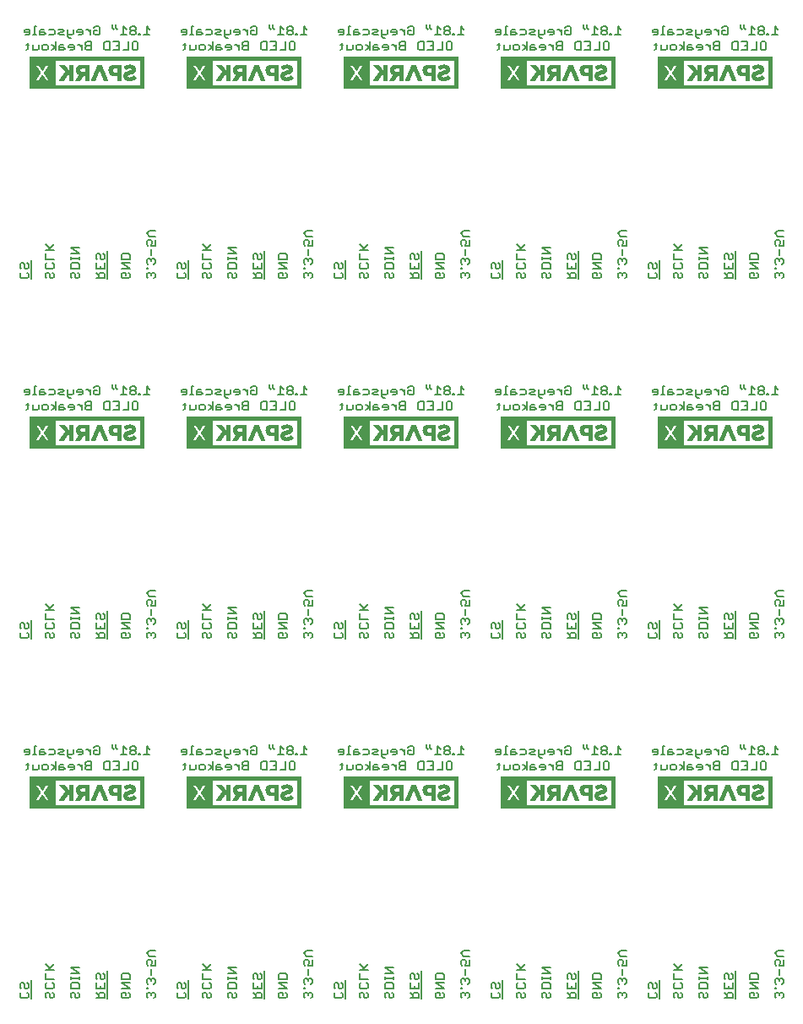
<source format=gbo>
G75*
%MOIN*%
%OFA0B0*%
%FSLAX25Y25*%
%IPPOS*%
%LPD*%
%AMOC8*
5,1,8,0,0,1.08239X$1,22.5*
%
%ADD10C,0.00600*%
%ADD11C,0.00039*%
D10*
X0091633Y0030867D02*
X0091633Y0032001D01*
X0092200Y0032569D01*
X0092200Y0033983D02*
X0091633Y0034550D01*
X0091633Y0035685D01*
X0092200Y0036252D01*
X0092768Y0036252D01*
X0093335Y0035685D01*
X0093335Y0034550D01*
X0093902Y0033983D01*
X0094469Y0033983D01*
X0095036Y0034550D01*
X0095036Y0035685D01*
X0094469Y0036252D01*
X0096233Y0037366D02*
X0096233Y0030000D01*
X0095036Y0030867D02*
X0094469Y0030300D01*
X0092200Y0030300D01*
X0091633Y0030867D01*
X0094469Y0032569D02*
X0095036Y0032001D01*
X0095036Y0030867D01*
X0101633Y0030867D02*
X0101633Y0032001D01*
X0102200Y0032569D01*
X0102768Y0032569D01*
X0103335Y0032001D01*
X0103335Y0030867D01*
X0103902Y0030300D01*
X0104469Y0030300D01*
X0105036Y0030867D01*
X0105036Y0032001D01*
X0104469Y0032569D01*
X0104469Y0033983D02*
X0102200Y0033983D01*
X0101633Y0034550D01*
X0101633Y0035685D01*
X0102200Y0036252D01*
X0101633Y0037666D02*
X0105036Y0037666D01*
X0104469Y0036252D02*
X0105036Y0035685D01*
X0105036Y0034550D01*
X0104469Y0033983D01*
X0101633Y0030867D02*
X0102200Y0030300D01*
X0101633Y0037666D02*
X0101633Y0039935D01*
X0101633Y0041349D02*
X0105036Y0041349D01*
X0103335Y0041917D02*
X0101633Y0043618D01*
X0102768Y0041349D02*
X0105036Y0043618D01*
X0111633Y0042390D02*
X0115036Y0042390D01*
X0115036Y0040122D02*
X0111633Y0042390D01*
X0111633Y0040122D02*
X0115036Y0040122D01*
X0115036Y0038801D02*
X0115036Y0037666D01*
X0115036Y0038233D02*
X0111633Y0038233D01*
X0111633Y0037666D02*
X0111633Y0038801D01*
X0112200Y0036252D02*
X0114469Y0036252D01*
X0115036Y0035685D01*
X0115036Y0033983D01*
X0111633Y0033983D01*
X0111633Y0035685D01*
X0112200Y0036252D01*
X0112200Y0032569D02*
X0111633Y0032001D01*
X0111633Y0030867D01*
X0112200Y0030300D01*
X0113335Y0030867D02*
X0113335Y0032001D01*
X0112768Y0032569D01*
X0112200Y0032569D01*
X0113335Y0030867D02*
X0113902Y0030300D01*
X0114469Y0030300D01*
X0115036Y0030867D01*
X0115036Y0032001D01*
X0114469Y0032569D01*
X0121633Y0032569D02*
X0122768Y0031434D01*
X0122768Y0032001D02*
X0122768Y0030300D01*
X0121633Y0030300D02*
X0125036Y0030300D01*
X0125036Y0032001D01*
X0124469Y0032569D01*
X0123335Y0032569D01*
X0122768Y0032001D01*
X0123335Y0033983D02*
X0123335Y0035117D01*
X0125036Y0033983D02*
X0121633Y0033983D01*
X0121633Y0036252D01*
X0122200Y0037666D02*
X0121633Y0038233D01*
X0121633Y0039368D01*
X0122200Y0039935D01*
X0122768Y0039935D01*
X0123335Y0039368D01*
X0123335Y0038233D01*
X0123902Y0037666D01*
X0124469Y0037666D01*
X0125036Y0038233D01*
X0125036Y0039368D01*
X0124469Y0039935D01*
X0126233Y0041049D02*
X0126233Y0030000D01*
X0125036Y0033983D02*
X0125036Y0036252D01*
X0131633Y0036252D02*
X0135036Y0036252D01*
X0135036Y0037666D02*
X0135036Y0039368D01*
X0134469Y0039935D01*
X0132200Y0039935D01*
X0131633Y0039368D01*
X0131633Y0037666D01*
X0135036Y0037666D01*
X0135036Y0033983D02*
X0131633Y0036252D01*
X0131633Y0033983D02*
X0135036Y0033983D01*
X0134469Y0032569D02*
X0135036Y0032001D01*
X0135036Y0030867D01*
X0134469Y0030300D01*
X0132200Y0030300D01*
X0131633Y0030867D01*
X0131633Y0032001D01*
X0132200Y0032569D01*
X0133335Y0032569D01*
X0133335Y0031434D01*
X0141633Y0030867D02*
X0142200Y0030300D01*
X0141633Y0030867D02*
X0141633Y0032001D01*
X0142200Y0032569D01*
X0142768Y0032569D01*
X0143335Y0032001D01*
X0143335Y0031434D01*
X0143335Y0032001D02*
X0143902Y0032569D01*
X0144469Y0032569D01*
X0145036Y0032001D01*
X0145036Y0030867D01*
X0144469Y0030300D01*
X0142200Y0033983D02*
X0141633Y0033983D01*
X0141633Y0034550D01*
X0142200Y0034550D01*
X0142200Y0033983D01*
X0142200Y0035825D02*
X0141633Y0036392D01*
X0141633Y0037526D01*
X0142200Y0038093D01*
X0142768Y0038093D01*
X0143335Y0037526D01*
X0143335Y0036959D01*
X0143335Y0037526D02*
X0143902Y0038093D01*
X0144469Y0038093D01*
X0145036Y0037526D01*
X0145036Y0036392D01*
X0144469Y0035825D01*
X0143335Y0039508D02*
X0143335Y0041776D01*
X0143335Y0043191D02*
X0143902Y0044325D01*
X0143902Y0044892D01*
X0143335Y0045460D01*
X0142200Y0045460D01*
X0141633Y0044892D01*
X0141633Y0043758D01*
X0142200Y0043191D01*
X0143335Y0043191D02*
X0145036Y0043191D01*
X0145036Y0045460D01*
X0145036Y0046874D02*
X0142768Y0046874D01*
X0141633Y0048008D01*
X0142768Y0049143D01*
X0145036Y0049143D01*
X0154200Y0036252D02*
X0153633Y0035685D01*
X0153633Y0034550D01*
X0154200Y0033983D01*
X0155335Y0034550D02*
X0155335Y0035685D01*
X0154768Y0036252D01*
X0154200Y0036252D01*
X0155335Y0034550D02*
X0155902Y0033983D01*
X0156469Y0033983D01*
X0157036Y0034550D01*
X0157036Y0035685D01*
X0156469Y0036252D01*
X0158233Y0037366D02*
X0158233Y0030000D01*
X0157036Y0030867D02*
X0156469Y0030300D01*
X0154200Y0030300D01*
X0153633Y0030867D01*
X0153633Y0032001D01*
X0154200Y0032569D01*
X0156469Y0032569D02*
X0157036Y0032001D01*
X0157036Y0030867D01*
X0163633Y0030867D02*
X0163633Y0032001D01*
X0164200Y0032569D01*
X0164768Y0032569D01*
X0165335Y0032001D01*
X0165335Y0030867D01*
X0165902Y0030300D01*
X0166469Y0030300D01*
X0167036Y0030867D01*
X0167036Y0032001D01*
X0166469Y0032569D01*
X0166469Y0033983D02*
X0164200Y0033983D01*
X0163633Y0034550D01*
X0163633Y0035685D01*
X0164200Y0036252D01*
X0163633Y0037666D02*
X0163633Y0039935D01*
X0163633Y0041349D02*
X0167036Y0041349D01*
X0165335Y0041917D02*
X0163633Y0043618D01*
X0164768Y0041349D02*
X0167036Y0043618D01*
X0167036Y0037666D02*
X0163633Y0037666D01*
X0166469Y0036252D02*
X0167036Y0035685D01*
X0167036Y0034550D01*
X0166469Y0033983D01*
X0163633Y0030867D02*
X0164200Y0030300D01*
X0173633Y0030867D02*
X0174200Y0030300D01*
X0173633Y0030867D02*
X0173633Y0032001D01*
X0174200Y0032569D01*
X0174768Y0032569D01*
X0175335Y0032001D01*
X0175335Y0030867D01*
X0175902Y0030300D01*
X0176469Y0030300D01*
X0177036Y0030867D01*
X0177036Y0032001D01*
X0176469Y0032569D01*
X0177036Y0033983D02*
X0177036Y0035685D01*
X0176469Y0036252D01*
X0174200Y0036252D01*
X0173633Y0035685D01*
X0173633Y0033983D01*
X0177036Y0033983D01*
X0177036Y0037666D02*
X0177036Y0038801D01*
X0177036Y0038233D02*
X0173633Y0038233D01*
X0173633Y0037666D02*
X0173633Y0038801D01*
X0173633Y0040122D02*
X0177036Y0040122D01*
X0173633Y0042390D01*
X0177036Y0042390D01*
X0183633Y0039368D02*
X0183633Y0038233D01*
X0184200Y0037666D01*
X0185335Y0038233D02*
X0185335Y0039368D01*
X0184768Y0039935D01*
X0184200Y0039935D01*
X0183633Y0039368D01*
X0185335Y0038233D02*
X0185902Y0037666D01*
X0186469Y0037666D01*
X0187036Y0038233D01*
X0187036Y0039368D01*
X0186469Y0039935D01*
X0188233Y0041049D02*
X0188233Y0030000D01*
X0187036Y0030300D02*
X0187036Y0032001D01*
X0186469Y0032569D01*
X0185335Y0032569D01*
X0184768Y0032001D01*
X0184768Y0030300D01*
X0184768Y0031434D02*
X0183633Y0032569D01*
X0183633Y0033983D02*
X0183633Y0036252D01*
X0185335Y0035117D02*
X0185335Y0033983D01*
X0187036Y0033983D02*
X0183633Y0033983D01*
X0187036Y0033983D02*
X0187036Y0036252D01*
X0187036Y0030300D02*
X0183633Y0030300D01*
X0193633Y0030867D02*
X0193633Y0032001D01*
X0194200Y0032569D01*
X0195335Y0032569D01*
X0195335Y0031434D01*
X0196469Y0030300D02*
X0194200Y0030300D01*
X0193633Y0030867D01*
X0196469Y0030300D02*
X0197036Y0030867D01*
X0197036Y0032001D01*
X0196469Y0032569D01*
X0197036Y0033983D02*
X0193633Y0036252D01*
X0197036Y0036252D01*
X0197036Y0037666D02*
X0197036Y0039368D01*
X0196469Y0039935D01*
X0194200Y0039935D01*
X0193633Y0039368D01*
X0193633Y0037666D01*
X0197036Y0037666D01*
X0197036Y0033983D02*
X0193633Y0033983D01*
X0203633Y0033983D02*
X0203633Y0034550D01*
X0204200Y0034550D01*
X0204200Y0033983D01*
X0203633Y0033983D01*
X0204200Y0032569D02*
X0203633Y0032001D01*
X0203633Y0030867D01*
X0204200Y0030300D01*
X0205335Y0031434D02*
X0205335Y0032001D01*
X0204768Y0032569D01*
X0204200Y0032569D01*
X0205335Y0032001D02*
X0205902Y0032569D01*
X0206469Y0032569D01*
X0207036Y0032001D01*
X0207036Y0030867D01*
X0206469Y0030300D01*
X0206469Y0035825D02*
X0207036Y0036392D01*
X0207036Y0037526D01*
X0206469Y0038093D01*
X0205902Y0038093D01*
X0205335Y0037526D01*
X0204768Y0038093D01*
X0204200Y0038093D01*
X0203633Y0037526D01*
X0203633Y0036392D01*
X0204200Y0035825D01*
X0205335Y0036959D02*
X0205335Y0037526D01*
X0205335Y0039508D02*
X0205335Y0041776D01*
X0205335Y0043191D02*
X0205902Y0044325D01*
X0205902Y0044892D01*
X0205335Y0045460D01*
X0204200Y0045460D01*
X0203633Y0044892D01*
X0203633Y0043758D01*
X0204200Y0043191D01*
X0205335Y0043191D02*
X0207036Y0043191D01*
X0207036Y0045460D01*
X0207036Y0046874D02*
X0204768Y0046874D01*
X0203633Y0048008D01*
X0204768Y0049143D01*
X0207036Y0049143D01*
X0216200Y0036252D02*
X0215633Y0035685D01*
X0215633Y0034550D01*
X0216200Y0033983D01*
X0217335Y0034550D02*
X0217335Y0035685D01*
X0216768Y0036252D01*
X0216200Y0036252D01*
X0217335Y0034550D02*
X0217902Y0033983D01*
X0218469Y0033983D01*
X0219036Y0034550D01*
X0219036Y0035685D01*
X0218469Y0036252D01*
X0220233Y0037366D02*
X0220233Y0030000D01*
X0219036Y0030867D02*
X0218469Y0030300D01*
X0216200Y0030300D01*
X0215633Y0030867D01*
X0215633Y0032001D01*
X0216200Y0032569D01*
X0218469Y0032569D02*
X0219036Y0032001D01*
X0219036Y0030867D01*
X0225633Y0030867D02*
X0225633Y0032001D01*
X0226200Y0032569D01*
X0226768Y0032569D01*
X0227335Y0032001D01*
X0227335Y0030867D01*
X0227902Y0030300D01*
X0228469Y0030300D01*
X0229036Y0030867D01*
X0229036Y0032001D01*
X0228469Y0032569D01*
X0228469Y0033983D02*
X0226200Y0033983D01*
X0225633Y0034550D01*
X0225633Y0035685D01*
X0226200Y0036252D01*
X0225633Y0037666D02*
X0225633Y0039935D01*
X0225633Y0041349D02*
X0229036Y0041349D01*
X0227335Y0041917D02*
X0225633Y0043618D01*
X0226768Y0041349D02*
X0229036Y0043618D01*
X0229036Y0037666D02*
X0225633Y0037666D01*
X0228469Y0036252D02*
X0229036Y0035685D01*
X0229036Y0034550D01*
X0228469Y0033983D01*
X0225633Y0030867D02*
X0226200Y0030300D01*
X0235633Y0030867D02*
X0236200Y0030300D01*
X0235633Y0030867D02*
X0235633Y0032001D01*
X0236200Y0032569D01*
X0236768Y0032569D01*
X0237335Y0032001D01*
X0237335Y0030867D01*
X0237902Y0030300D01*
X0238469Y0030300D01*
X0239036Y0030867D01*
X0239036Y0032001D01*
X0238469Y0032569D01*
X0239036Y0033983D02*
X0239036Y0035685D01*
X0238469Y0036252D01*
X0236200Y0036252D01*
X0235633Y0035685D01*
X0235633Y0033983D01*
X0239036Y0033983D01*
X0239036Y0037666D02*
X0239036Y0038801D01*
X0239036Y0038233D02*
X0235633Y0038233D01*
X0235633Y0037666D02*
X0235633Y0038801D01*
X0235633Y0040122D02*
X0239036Y0040122D01*
X0235633Y0042390D01*
X0239036Y0042390D01*
X0245633Y0039368D02*
X0245633Y0038233D01*
X0246200Y0037666D01*
X0247335Y0038233D02*
X0247335Y0039368D01*
X0246768Y0039935D01*
X0246200Y0039935D01*
X0245633Y0039368D01*
X0247335Y0038233D02*
X0247902Y0037666D01*
X0248469Y0037666D01*
X0249036Y0038233D01*
X0249036Y0039368D01*
X0248469Y0039935D01*
X0250233Y0041049D02*
X0250233Y0030000D01*
X0249036Y0030300D02*
X0249036Y0032001D01*
X0248469Y0032569D01*
X0247335Y0032569D01*
X0246768Y0032001D01*
X0246768Y0030300D01*
X0246768Y0031434D02*
X0245633Y0032569D01*
X0245633Y0033983D02*
X0245633Y0036252D01*
X0247335Y0035117D02*
X0247335Y0033983D01*
X0249036Y0033983D02*
X0245633Y0033983D01*
X0249036Y0033983D02*
X0249036Y0036252D01*
X0249036Y0030300D02*
X0245633Y0030300D01*
X0255633Y0030867D02*
X0255633Y0032001D01*
X0256200Y0032569D01*
X0257335Y0032569D01*
X0257335Y0031434D01*
X0258469Y0030300D02*
X0256200Y0030300D01*
X0255633Y0030867D01*
X0258469Y0030300D02*
X0259036Y0030867D01*
X0259036Y0032001D01*
X0258469Y0032569D01*
X0259036Y0033983D02*
X0255633Y0036252D01*
X0259036Y0036252D01*
X0259036Y0037666D02*
X0259036Y0039368D01*
X0258469Y0039935D01*
X0256200Y0039935D01*
X0255633Y0039368D01*
X0255633Y0037666D01*
X0259036Y0037666D01*
X0259036Y0033983D02*
X0255633Y0033983D01*
X0265633Y0033983D02*
X0265633Y0034550D01*
X0266200Y0034550D01*
X0266200Y0033983D01*
X0265633Y0033983D01*
X0266200Y0032569D02*
X0265633Y0032001D01*
X0265633Y0030867D01*
X0266200Y0030300D01*
X0267335Y0031434D02*
X0267335Y0032001D01*
X0266768Y0032569D01*
X0266200Y0032569D01*
X0267335Y0032001D02*
X0267902Y0032569D01*
X0268469Y0032569D01*
X0269036Y0032001D01*
X0269036Y0030867D01*
X0268469Y0030300D01*
X0268469Y0035825D02*
X0269036Y0036392D01*
X0269036Y0037526D01*
X0268469Y0038093D01*
X0267902Y0038093D01*
X0267335Y0037526D01*
X0266768Y0038093D01*
X0266200Y0038093D01*
X0265633Y0037526D01*
X0265633Y0036392D01*
X0266200Y0035825D01*
X0267335Y0036959D02*
X0267335Y0037526D01*
X0267335Y0039508D02*
X0267335Y0041776D01*
X0267335Y0043191D02*
X0267902Y0044325D01*
X0267902Y0044892D01*
X0267335Y0045460D01*
X0266200Y0045460D01*
X0265633Y0044892D01*
X0265633Y0043758D01*
X0266200Y0043191D01*
X0267335Y0043191D02*
X0269036Y0043191D01*
X0269036Y0045460D01*
X0269036Y0046874D02*
X0266768Y0046874D01*
X0265633Y0048008D01*
X0266768Y0049143D01*
X0269036Y0049143D01*
X0278200Y0036252D02*
X0277633Y0035685D01*
X0277633Y0034550D01*
X0278200Y0033983D01*
X0279335Y0034550D02*
X0279335Y0035685D01*
X0278768Y0036252D01*
X0278200Y0036252D01*
X0279335Y0034550D02*
X0279902Y0033983D01*
X0280469Y0033983D01*
X0281036Y0034550D01*
X0281036Y0035685D01*
X0280469Y0036252D01*
X0282233Y0037366D02*
X0282233Y0030000D01*
X0281036Y0030867D02*
X0280469Y0030300D01*
X0278200Y0030300D01*
X0277633Y0030867D01*
X0277633Y0032001D01*
X0278200Y0032569D01*
X0280469Y0032569D02*
X0281036Y0032001D01*
X0281036Y0030867D01*
X0287633Y0030867D02*
X0287633Y0032001D01*
X0288200Y0032569D01*
X0288768Y0032569D01*
X0289335Y0032001D01*
X0289335Y0030867D01*
X0289902Y0030300D01*
X0290469Y0030300D01*
X0291036Y0030867D01*
X0291036Y0032001D01*
X0290469Y0032569D01*
X0290469Y0033983D02*
X0288200Y0033983D01*
X0287633Y0034550D01*
X0287633Y0035685D01*
X0288200Y0036252D01*
X0287633Y0037666D02*
X0287633Y0039935D01*
X0287633Y0041349D02*
X0291036Y0041349D01*
X0289335Y0041917D02*
X0287633Y0043618D01*
X0288768Y0041349D02*
X0291036Y0043618D01*
X0291036Y0037666D02*
X0287633Y0037666D01*
X0290469Y0036252D02*
X0291036Y0035685D01*
X0291036Y0034550D01*
X0290469Y0033983D01*
X0287633Y0030867D02*
X0288200Y0030300D01*
X0297633Y0030867D02*
X0298200Y0030300D01*
X0297633Y0030867D02*
X0297633Y0032001D01*
X0298200Y0032569D01*
X0298768Y0032569D01*
X0299335Y0032001D01*
X0299335Y0030867D01*
X0299902Y0030300D01*
X0300469Y0030300D01*
X0301036Y0030867D01*
X0301036Y0032001D01*
X0300469Y0032569D01*
X0301036Y0033983D02*
X0301036Y0035685D01*
X0300469Y0036252D01*
X0298200Y0036252D01*
X0297633Y0035685D01*
X0297633Y0033983D01*
X0301036Y0033983D01*
X0301036Y0037666D02*
X0301036Y0038801D01*
X0301036Y0038233D02*
X0297633Y0038233D01*
X0297633Y0037666D02*
X0297633Y0038801D01*
X0297633Y0040122D02*
X0301036Y0040122D01*
X0297633Y0042390D01*
X0301036Y0042390D01*
X0307633Y0039368D02*
X0307633Y0038233D01*
X0308200Y0037666D01*
X0309335Y0038233D02*
X0309335Y0039368D01*
X0308768Y0039935D01*
X0308200Y0039935D01*
X0307633Y0039368D01*
X0309335Y0038233D02*
X0309902Y0037666D01*
X0310469Y0037666D01*
X0311036Y0038233D01*
X0311036Y0039368D01*
X0310469Y0039935D01*
X0312233Y0041049D02*
X0312233Y0030000D01*
X0311036Y0030300D02*
X0311036Y0032001D01*
X0310469Y0032569D01*
X0309335Y0032569D01*
X0308768Y0032001D01*
X0308768Y0030300D01*
X0308768Y0031434D02*
X0307633Y0032569D01*
X0307633Y0033983D02*
X0307633Y0036252D01*
X0309335Y0035117D02*
X0309335Y0033983D01*
X0311036Y0033983D02*
X0307633Y0033983D01*
X0311036Y0033983D02*
X0311036Y0036252D01*
X0311036Y0030300D02*
X0307633Y0030300D01*
X0317633Y0030867D02*
X0317633Y0032001D01*
X0318200Y0032569D01*
X0319335Y0032569D01*
X0319335Y0031434D01*
X0320469Y0030300D02*
X0318200Y0030300D01*
X0317633Y0030867D01*
X0320469Y0030300D02*
X0321036Y0030867D01*
X0321036Y0032001D01*
X0320469Y0032569D01*
X0321036Y0033983D02*
X0317633Y0036252D01*
X0321036Y0036252D01*
X0321036Y0037666D02*
X0321036Y0039368D01*
X0320469Y0039935D01*
X0318200Y0039935D01*
X0317633Y0039368D01*
X0317633Y0037666D01*
X0321036Y0037666D01*
X0321036Y0033983D02*
X0317633Y0033983D01*
X0327633Y0033983D02*
X0327633Y0034550D01*
X0328200Y0034550D01*
X0328200Y0033983D01*
X0327633Y0033983D01*
X0328200Y0032569D02*
X0327633Y0032001D01*
X0327633Y0030867D01*
X0328200Y0030300D01*
X0329335Y0031434D02*
X0329335Y0032001D01*
X0328768Y0032569D01*
X0328200Y0032569D01*
X0329335Y0032001D02*
X0329902Y0032569D01*
X0330469Y0032569D01*
X0331036Y0032001D01*
X0331036Y0030867D01*
X0330469Y0030300D01*
X0330469Y0035825D02*
X0331036Y0036392D01*
X0331036Y0037526D01*
X0330469Y0038093D01*
X0329902Y0038093D01*
X0329335Y0037526D01*
X0328768Y0038093D01*
X0328200Y0038093D01*
X0327633Y0037526D01*
X0327633Y0036392D01*
X0328200Y0035825D01*
X0329335Y0036959D02*
X0329335Y0037526D01*
X0329335Y0039508D02*
X0329335Y0041776D01*
X0329335Y0043191D02*
X0329902Y0044325D01*
X0329902Y0044892D01*
X0329335Y0045460D01*
X0328200Y0045460D01*
X0327633Y0044892D01*
X0327633Y0043758D01*
X0328200Y0043191D01*
X0329335Y0043191D02*
X0331036Y0043191D01*
X0331036Y0045460D01*
X0331036Y0046874D02*
X0328768Y0046874D01*
X0327633Y0048008D01*
X0328768Y0049143D01*
X0331036Y0049143D01*
X0340200Y0036252D02*
X0339633Y0035685D01*
X0339633Y0034550D01*
X0340200Y0033983D01*
X0341335Y0034550D02*
X0341335Y0035685D01*
X0340768Y0036252D01*
X0340200Y0036252D01*
X0341335Y0034550D02*
X0341902Y0033983D01*
X0342469Y0033983D01*
X0343036Y0034550D01*
X0343036Y0035685D01*
X0342469Y0036252D01*
X0344233Y0037366D02*
X0344233Y0030000D01*
X0343036Y0030867D02*
X0342469Y0030300D01*
X0340200Y0030300D01*
X0339633Y0030867D01*
X0339633Y0032001D01*
X0340200Y0032569D01*
X0342469Y0032569D02*
X0343036Y0032001D01*
X0343036Y0030867D01*
X0349633Y0030867D02*
X0349633Y0032001D01*
X0350200Y0032569D01*
X0350768Y0032569D01*
X0351335Y0032001D01*
X0351335Y0030867D01*
X0351902Y0030300D01*
X0352469Y0030300D01*
X0353036Y0030867D01*
X0353036Y0032001D01*
X0352469Y0032569D01*
X0352469Y0033983D02*
X0350200Y0033983D01*
X0349633Y0034550D01*
X0349633Y0035685D01*
X0350200Y0036252D01*
X0349633Y0037666D02*
X0349633Y0039935D01*
X0349633Y0041349D02*
X0353036Y0041349D01*
X0351335Y0041917D02*
X0349633Y0043618D01*
X0350768Y0041349D02*
X0353036Y0043618D01*
X0353036Y0037666D02*
X0349633Y0037666D01*
X0352469Y0036252D02*
X0353036Y0035685D01*
X0353036Y0034550D01*
X0352469Y0033983D01*
X0349633Y0030867D02*
X0350200Y0030300D01*
X0359633Y0030867D02*
X0360200Y0030300D01*
X0359633Y0030867D02*
X0359633Y0032001D01*
X0360200Y0032569D01*
X0360768Y0032569D01*
X0361335Y0032001D01*
X0361335Y0030867D01*
X0361902Y0030300D01*
X0362469Y0030300D01*
X0363036Y0030867D01*
X0363036Y0032001D01*
X0362469Y0032569D01*
X0363036Y0033983D02*
X0363036Y0035685D01*
X0362469Y0036252D01*
X0360200Y0036252D01*
X0359633Y0035685D01*
X0359633Y0033983D01*
X0363036Y0033983D01*
X0363036Y0037666D02*
X0363036Y0038801D01*
X0363036Y0038233D02*
X0359633Y0038233D01*
X0359633Y0037666D02*
X0359633Y0038801D01*
X0359633Y0040122D02*
X0363036Y0040122D01*
X0359633Y0042390D01*
X0363036Y0042390D01*
X0369633Y0039368D02*
X0369633Y0038233D01*
X0370200Y0037666D01*
X0371335Y0038233D02*
X0371335Y0039368D01*
X0370768Y0039935D01*
X0370200Y0039935D01*
X0369633Y0039368D01*
X0371335Y0038233D02*
X0371902Y0037666D01*
X0372469Y0037666D01*
X0373036Y0038233D01*
X0373036Y0039368D01*
X0372469Y0039935D01*
X0374233Y0041049D02*
X0374233Y0030000D01*
X0373036Y0030300D02*
X0373036Y0032001D01*
X0372469Y0032569D01*
X0371335Y0032569D01*
X0370768Y0032001D01*
X0370768Y0030300D01*
X0370768Y0031434D02*
X0369633Y0032569D01*
X0369633Y0033983D02*
X0369633Y0036252D01*
X0371335Y0035117D02*
X0371335Y0033983D01*
X0373036Y0033983D02*
X0369633Y0033983D01*
X0373036Y0033983D02*
X0373036Y0036252D01*
X0373036Y0030300D02*
X0369633Y0030300D01*
X0379633Y0030867D02*
X0379633Y0032001D01*
X0380200Y0032569D01*
X0381335Y0032569D01*
X0381335Y0031434D01*
X0382469Y0030300D02*
X0380200Y0030300D01*
X0379633Y0030867D01*
X0382469Y0030300D02*
X0383036Y0030867D01*
X0383036Y0032001D01*
X0382469Y0032569D01*
X0383036Y0033983D02*
X0379633Y0036252D01*
X0383036Y0036252D01*
X0383036Y0037666D02*
X0383036Y0039368D01*
X0382469Y0039935D01*
X0380200Y0039935D01*
X0379633Y0039368D01*
X0379633Y0037666D01*
X0383036Y0037666D01*
X0383036Y0033983D02*
X0379633Y0033983D01*
X0389633Y0033983D02*
X0389633Y0034550D01*
X0390200Y0034550D01*
X0390200Y0033983D01*
X0389633Y0033983D01*
X0390200Y0032569D02*
X0389633Y0032001D01*
X0389633Y0030867D01*
X0390200Y0030300D01*
X0391335Y0031434D02*
X0391335Y0032001D01*
X0390768Y0032569D01*
X0390200Y0032569D01*
X0391335Y0032001D02*
X0391902Y0032569D01*
X0392469Y0032569D01*
X0393036Y0032001D01*
X0393036Y0030867D01*
X0392469Y0030300D01*
X0392469Y0035825D02*
X0393036Y0036392D01*
X0393036Y0037526D01*
X0392469Y0038093D01*
X0391902Y0038093D01*
X0391335Y0037526D01*
X0390768Y0038093D01*
X0390200Y0038093D01*
X0389633Y0037526D01*
X0389633Y0036392D01*
X0390200Y0035825D01*
X0391335Y0036959D02*
X0391335Y0037526D01*
X0391335Y0039508D02*
X0391335Y0041776D01*
X0391335Y0043191D02*
X0391902Y0044325D01*
X0391902Y0044892D01*
X0391335Y0045460D01*
X0390200Y0045460D01*
X0389633Y0044892D01*
X0389633Y0043758D01*
X0390200Y0043191D01*
X0391335Y0043191D02*
X0393036Y0043191D01*
X0393036Y0045460D01*
X0393036Y0046874D02*
X0390768Y0046874D01*
X0389633Y0048008D01*
X0390768Y0049143D01*
X0393036Y0049143D01*
X0385679Y0120300D02*
X0384545Y0120300D01*
X0383977Y0120867D01*
X0383977Y0123136D01*
X0384545Y0123703D01*
X0385679Y0123703D01*
X0386246Y0123136D01*
X0386246Y0120867D01*
X0385679Y0120300D01*
X0382563Y0120300D02*
X0380294Y0120300D01*
X0378880Y0120300D02*
X0376611Y0120300D01*
X0375197Y0120300D02*
X0373495Y0120300D01*
X0372928Y0120867D01*
X0372928Y0123136D01*
X0373495Y0123703D01*
X0375197Y0123703D01*
X0375197Y0120300D01*
X0377745Y0122001D02*
X0378880Y0122001D01*
X0378880Y0120300D02*
X0378880Y0123703D01*
X0376611Y0123703D01*
X0379374Y0126300D02*
X0381642Y0126300D01*
X0380508Y0126300D02*
X0380508Y0129703D01*
X0381642Y0128569D01*
X0383057Y0128569D02*
X0383624Y0128001D01*
X0384758Y0128001D01*
X0385325Y0128569D01*
X0385325Y0129136D01*
X0384758Y0129703D01*
X0383624Y0129703D01*
X0383057Y0129136D01*
X0383057Y0128569D01*
X0383624Y0128001D02*
X0383057Y0127434D01*
X0383057Y0126867D01*
X0383624Y0126300D01*
X0384758Y0126300D01*
X0385325Y0126867D01*
X0385325Y0127434D01*
X0384758Y0128001D01*
X0386600Y0126867D02*
X0386600Y0126300D01*
X0387167Y0126300D01*
X0387167Y0126867D01*
X0386600Y0126867D01*
X0388581Y0126300D02*
X0390850Y0126300D01*
X0389716Y0126300D02*
X0389716Y0129703D01*
X0390850Y0128569D01*
X0382563Y0123703D02*
X0382563Y0120300D01*
X0377959Y0128569D02*
X0377392Y0129136D01*
X0377392Y0130270D01*
X0376258Y0130270D02*
X0376258Y0129136D01*
X0376825Y0128569D01*
X0371207Y0129136D02*
X0371207Y0126867D01*
X0370639Y0126300D01*
X0369505Y0126300D01*
X0368938Y0126867D01*
X0368938Y0128001D01*
X0370072Y0128001D01*
X0368938Y0129136D02*
X0369505Y0129703D01*
X0370639Y0129703D01*
X0371207Y0129136D01*
X0367523Y0128569D02*
X0367523Y0126300D01*
X0367523Y0127434D02*
X0366389Y0128569D01*
X0365822Y0128569D01*
X0364454Y0128001D02*
X0363887Y0128569D01*
X0362753Y0128569D01*
X0362186Y0128001D01*
X0362186Y0127434D01*
X0364454Y0127434D01*
X0364454Y0126867D02*
X0364454Y0128001D01*
X0364454Y0126867D02*
X0363887Y0126300D01*
X0362753Y0126300D01*
X0360771Y0126867D02*
X0360204Y0126300D01*
X0358502Y0126300D01*
X0358502Y0125733D02*
X0359070Y0125166D01*
X0359637Y0125166D01*
X0358502Y0125733D02*
X0358502Y0128569D01*
X0357088Y0128001D02*
X0356521Y0128569D01*
X0354819Y0128569D01*
X0355386Y0127434D02*
X0356521Y0127434D01*
X0357088Y0128001D01*
X0357088Y0126300D02*
X0355386Y0126300D01*
X0354819Y0126867D01*
X0355386Y0127434D01*
X0353405Y0126867D02*
X0352838Y0126300D01*
X0351136Y0126300D01*
X0349722Y0126867D02*
X0349154Y0127434D01*
X0347453Y0127434D01*
X0347453Y0128001D02*
X0347453Y0126300D01*
X0349154Y0126300D01*
X0349722Y0126867D01*
X0349154Y0128569D02*
X0348020Y0128569D01*
X0347453Y0128001D01*
X0346038Y0126300D02*
X0344904Y0126300D01*
X0345471Y0126300D02*
X0345471Y0129703D01*
X0346038Y0129703D01*
X0343583Y0128001D02*
X0343016Y0128569D01*
X0341882Y0128569D01*
X0341314Y0128001D01*
X0341314Y0127434D01*
X0343583Y0127434D01*
X0343583Y0126867D02*
X0343583Y0128001D01*
X0343583Y0126867D02*
X0343016Y0126300D01*
X0341882Y0126300D01*
X0342709Y0123136D02*
X0342709Y0120867D01*
X0342142Y0120300D01*
X0342142Y0122569D02*
X0343276Y0122569D01*
X0344691Y0122569D02*
X0344691Y0120300D01*
X0346392Y0120300D01*
X0346959Y0120867D01*
X0346959Y0122569D01*
X0348374Y0122001D02*
X0348941Y0122569D01*
X0350075Y0122569D01*
X0350642Y0122001D01*
X0350642Y0120867D01*
X0350075Y0120300D01*
X0348941Y0120300D01*
X0348374Y0120867D01*
X0348374Y0122001D01*
X0352010Y0122569D02*
X0353712Y0121434D01*
X0352010Y0120300D01*
X0353712Y0120300D02*
X0353712Y0123703D01*
X0355126Y0122001D02*
X0355126Y0120300D01*
X0356828Y0120300D01*
X0357395Y0120867D01*
X0356828Y0121434D01*
X0355126Y0121434D01*
X0355126Y0122001D02*
X0355693Y0122569D01*
X0356828Y0122569D01*
X0358809Y0122001D02*
X0358809Y0121434D01*
X0361078Y0121434D01*
X0361078Y0120867D02*
X0361078Y0122001D01*
X0360511Y0122569D01*
X0359376Y0122569D01*
X0358809Y0122001D01*
X0359376Y0120300D02*
X0360511Y0120300D01*
X0361078Y0120867D01*
X0362446Y0122569D02*
X0363013Y0122569D01*
X0364147Y0121434D01*
X0364147Y0120300D02*
X0364147Y0122569D01*
X0365562Y0122569D02*
X0366129Y0122001D01*
X0367830Y0122001D01*
X0367830Y0120300D02*
X0366129Y0120300D01*
X0365562Y0120867D01*
X0365562Y0121434D01*
X0366129Y0122001D01*
X0365562Y0122569D02*
X0365562Y0123136D01*
X0366129Y0123703D01*
X0367830Y0123703D01*
X0367830Y0120300D01*
X0360771Y0126867D02*
X0360771Y0128569D01*
X0353405Y0128001D02*
X0353405Y0126867D01*
X0353405Y0128001D02*
X0352838Y0128569D01*
X0351136Y0128569D01*
X0328850Y0128569D02*
X0327716Y0129703D01*
X0327716Y0126300D01*
X0328850Y0126300D02*
X0326581Y0126300D01*
X0325167Y0126300D02*
X0324600Y0126300D01*
X0324600Y0126867D01*
X0325167Y0126867D01*
X0325167Y0126300D01*
X0323325Y0126867D02*
X0323325Y0127434D01*
X0322758Y0128001D01*
X0321624Y0128001D01*
X0321057Y0127434D01*
X0321057Y0126867D01*
X0321624Y0126300D01*
X0322758Y0126300D01*
X0323325Y0126867D01*
X0322758Y0128001D02*
X0323325Y0128569D01*
X0323325Y0129136D01*
X0322758Y0129703D01*
X0321624Y0129703D01*
X0321057Y0129136D01*
X0321057Y0128569D01*
X0321624Y0128001D01*
X0319642Y0128569D02*
X0318508Y0129703D01*
X0318508Y0126300D01*
X0319642Y0126300D02*
X0317374Y0126300D01*
X0316880Y0123703D02*
X0314611Y0123703D01*
X0313197Y0123703D02*
X0311495Y0123703D01*
X0310928Y0123136D01*
X0310928Y0120867D01*
X0311495Y0120300D01*
X0313197Y0120300D01*
X0313197Y0123703D01*
X0315745Y0122001D02*
X0316880Y0122001D01*
X0316880Y0120300D02*
X0314611Y0120300D01*
X0316880Y0120300D02*
X0316880Y0123703D01*
X0320563Y0123703D02*
X0320563Y0120300D01*
X0318294Y0120300D01*
X0321977Y0120867D02*
X0321977Y0123136D01*
X0322545Y0123703D01*
X0323679Y0123703D01*
X0324246Y0123136D01*
X0324246Y0120867D01*
X0323679Y0120300D01*
X0322545Y0120300D01*
X0321977Y0120867D01*
X0315959Y0128569D02*
X0315392Y0129136D01*
X0315392Y0130270D01*
X0314258Y0130270D02*
X0314258Y0129136D01*
X0314825Y0128569D01*
X0309207Y0129136D02*
X0309207Y0126867D01*
X0308639Y0126300D01*
X0307505Y0126300D01*
X0306938Y0126867D01*
X0306938Y0128001D01*
X0308072Y0128001D01*
X0306938Y0129136D02*
X0307505Y0129703D01*
X0308639Y0129703D01*
X0309207Y0129136D01*
X0305523Y0128569D02*
X0305523Y0126300D01*
X0305523Y0127434D02*
X0304389Y0128569D01*
X0303822Y0128569D01*
X0302454Y0128001D02*
X0301887Y0128569D01*
X0300753Y0128569D01*
X0300186Y0128001D01*
X0300186Y0127434D01*
X0302454Y0127434D01*
X0302454Y0126867D02*
X0302454Y0128001D01*
X0302454Y0126867D02*
X0301887Y0126300D01*
X0300753Y0126300D01*
X0298771Y0126867D02*
X0298204Y0126300D01*
X0296502Y0126300D01*
X0296502Y0125733D02*
X0297070Y0125166D01*
X0297637Y0125166D01*
X0296502Y0125733D02*
X0296502Y0128569D01*
X0295088Y0128001D02*
X0294521Y0128569D01*
X0292819Y0128569D01*
X0293386Y0127434D02*
X0292819Y0126867D01*
X0293386Y0126300D01*
X0295088Y0126300D01*
X0294521Y0127434D02*
X0295088Y0128001D01*
X0294521Y0127434D02*
X0293386Y0127434D01*
X0291405Y0126867D02*
X0290838Y0126300D01*
X0289136Y0126300D01*
X0287722Y0126867D02*
X0287154Y0127434D01*
X0285453Y0127434D01*
X0285453Y0128001D02*
X0285453Y0126300D01*
X0287154Y0126300D01*
X0287722Y0126867D01*
X0287154Y0128569D02*
X0286020Y0128569D01*
X0285453Y0128001D01*
X0284038Y0126300D02*
X0282904Y0126300D01*
X0283471Y0126300D02*
X0283471Y0129703D01*
X0284038Y0129703D01*
X0281583Y0128001D02*
X0281016Y0128569D01*
X0279882Y0128569D01*
X0279314Y0128001D01*
X0279314Y0127434D01*
X0281583Y0127434D01*
X0281583Y0126867D02*
X0281583Y0128001D01*
X0281583Y0126867D02*
X0281016Y0126300D01*
X0279882Y0126300D01*
X0280709Y0123136D02*
X0280709Y0120867D01*
X0280142Y0120300D01*
X0280142Y0122569D02*
X0281276Y0122569D01*
X0282691Y0122569D02*
X0282691Y0120300D01*
X0284392Y0120300D01*
X0284959Y0120867D01*
X0284959Y0122569D01*
X0286374Y0122001D02*
X0286941Y0122569D01*
X0288075Y0122569D01*
X0288642Y0122001D01*
X0288642Y0120867D01*
X0288075Y0120300D01*
X0286941Y0120300D01*
X0286374Y0120867D01*
X0286374Y0122001D01*
X0290010Y0122569D02*
X0291712Y0121434D01*
X0290010Y0120300D01*
X0291712Y0120300D02*
X0291712Y0123703D01*
X0293126Y0122001D02*
X0293126Y0120300D01*
X0294828Y0120300D01*
X0295395Y0120867D01*
X0294828Y0121434D01*
X0293126Y0121434D01*
X0293126Y0122001D02*
X0293693Y0122569D01*
X0294828Y0122569D01*
X0296809Y0122001D02*
X0296809Y0121434D01*
X0299078Y0121434D01*
X0299078Y0120867D02*
X0299078Y0122001D01*
X0298511Y0122569D01*
X0297376Y0122569D01*
X0296809Y0122001D01*
X0297376Y0120300D02*
X0298511Y0120300D01*
X0299078Y0120867D01*
X0300446Y0122569D02*
X0301013Y0122569D01*
X0302147Y0121434D01*
X0302147Y0120300D02*
X0302147Y0122569D01*
X0303562Y0122569D02*
X0304129Y0122001D01*
X0305830Y0122001D01*
X0305830Y0120300D02*
X0304129Y0120300D01*
X0303562Y0120867D01*
X0303562Y0121434D01*
X0304129Y0122001D01*
X0303562Y0122569D02*
X0303562Y0123136D01*
X0304129Y0123703D01*
X0305830Y0123703D01*
X0305830Y0120300D01*
X0298771Y0126867D02*
X0298771Y0128569D01*
X0291405Y0128001D02*
X0291405Y0126867D01*
X0291405Y0128001D02*
X0290838Y0128569D01*
X0289136Y0128569D01*
X0266850Y0128569D02*
X0265716Y0129703D01*
X0265716Y0126300D01*
X0266850Y0126300D02*
X0264581Y0126300D01*
X0263167Y0126300D02*
X0262600Y0126300D01*
X0262600Y0126867D01*
X0263167Y0126867D01*
X0263167Y0126300D01*
X0261325Y0126867D02*
X0261325Y0127434D01*
X0260758Y0128001D01*
X0259624Y0128001D01*
X0259057Y0127434D01*
X0259057Y0126867D01*
X0259624Y0126300D01*
X0260758Y0126300D01*
X0261325Y0126867D01*
X0260758Y0128001D02*
X0261325Y0128569D01*
X0261325Y0129136D01*
X0260758Y0129703D01*
X0259624Y0129703D01*
X0259057Y0129136D01*
X0259057Y0128569D01*
X0259624Y0128001D01*
X0257642Y0128569D02*
X0256508Y0129703D01*
X0256508Y0126300D01*
X0257642Y0126300D02*
X0255374Y0126300D01*
X0254880Y0123703D02*
X0252611Y0123703D01*
X0251197Y0123703D02*
X0249495Y0123703D01*
X0248928Y0123136D01*
X0248928Y0120867D01*
X0249495Y0120300D01*
X0251197Y0120300D01*
X0251197Y0123703D01*
X0253745Y0122001D02*
X0254880Y0122001D01*
X0254880Y0120300D02*
X0252611Y0120300D01*
X0254880Y0120300D02*
X0254880Y0123703D01*
X0258563Y0123703D02*
X0258563Y0120300D01*
X0256294Y0120300D01*
X0259977Y0120867D02*
X0259977Y0123136D01*
X0260545Y0123703D01*
X0261679Y0123703D01*
X0262246Y0123136D01*
X0262246Y0120867D01*
X0261679Y0120300D01*
X0260545Y0120300D01*
X0259977Y0120867D01*
X0253959Y0128569D02*
X0253392Y0129136D01*
X0253392Y0130270D01*
X0252258Y0130270D02*
X0252258Y0129136D01*
X0252825Y0128569D01*
X0247207Y0129136D02*
X0247207Y0126867D01*
X0246639Y0126300D01*
X0245505Y0126300D01*
X0244938Y0126867D01*
X0244938Y0128001D01*
X0246072Y0128001D01*
X0244938Y0129136D02*
X0245505Y0129703D01*
X0246639Y0129703D01*
X0247207Y0129136D01*
X0243523Y0128569D02*
X0243523Y0126300D01*
X0243523Y0127434D02*
X0242389Y0128569D01*
X0241822Y0128569D01*
X0240454Y0128001D02*
X0239887Y0128569D01*
X0238753Y0128569D01*
X0238186Y0128001D01*
X0238186Y0127434D01*
X0240454Y0127434D01*
X0240454Y0126867D02*
X0240454Y0128001D01*
X0240454Y0126867D02*
X0239887Y0126300D01*
X0238753Y0126300D01*
X0236771Y0126867D02*
X0236204Y0126300D01*
X0234502Y0126300D01*
X0234502Y0125733D02*
X0235070Y0125166D01*
X0235637Y0125166D01*
X0234502Y0125733D02*
X0234502Y0128569D01*
X0233088Y0128001D02*
X0232521Y0128569D01*
X0230819Y0128569D01*
X0231386Y0127434D02*
X0230819Y0126867D01*
X0231386Y0126300D01*
X0233088Y0126300D01*
X0232521Y0127434D02*
X0233088Y0128001D01*
X0232521Y0127434D02*
X0231386Y0127434D01*
X0229405Y0126867D02*
X0228838Y0126300D01*
X0227136Y0126300D01*
X0225722Y0126867D02*
X0225154Y0127434D01*
X0223453Y0127434D01*
X0223453Y0128001D02*
X0223453Y0126300D01*
X0225154Y0126300D01*
X0225722Y0126867D01*
X0225154Y0128569D02*
X0224020Y0128569D01*
X0223453Y0128001D01*
X0222038Y0126300D02*
X0220904Y0126300D01*
X0221471Y0126300D02*
X0221471Y0129703D01*
X0222038Y0129703D01*
X0219583Y0128001D02*
X0219016Y0128569D01*
X0217882Y0128569D01*
X0217314Y0128001D01*
X0217314Y0127434D01*
X0219583Y0127434D01*
X0219583Y0126867D02*
X0219583Y0128001D01*
X0219583Y0126867D02*
X0219016Y0126300D01*
X0217882Y0126300D01*
X0218709Y0123136D02*
X0218709Y0120867D01*
X0218142Y0120300D01*
X0218142Y0122569D02*
X0219276Y0122569D01*
X0220691Y0122569D02*
X0220691Y0120300D01*
X0222392Y0120300D01*
X0222959Y0120867D01*
X0222959Y0122569D01*
X0224374Y0122001D02*
X0224941Y0122569D01*
X0226075Y0122569D01*
X0226642Y0122001D01*
X0226642Y0120867D01*
X0226075Y0120300D01*
X0224941Y0120300D01*
X0224374Y0120867D01*
X0224374Y0122001D01*
X0228010Y0122569D02*
X0229712Y0121434D01*
X0228010Y0120300D01*
X0229712Y0120300D02*
X0229712Y0123703D01*
X0231126Y0122001D02*
X0231126Y0120300D01*
X0232828Y0120300D01*
X0233395Y0120867D01*
X0232828Y0121434D01*
X0231126Y0121434D01*
X0231126Y0122001D02*
X0231693Y0122569D01*
X0232828Y0122569D01*
X0234809Y0122001D02*
X0234809Y0121434D01*
X0237078Y0121434D01*
X0237078Y0120867D02*
X0237078Y0122001D01*
X0236511Y0122569D01*
X0235376Y0122569D01*
X0234809Y0122001D01*
X0235376Y0120300D02*
X0236511Y0120300D01*
X0237078Y0120867D01*
X0238446Y0122569D02*
X0239013Y0122569D01*
X0240147Y0121434D01*
X0240147Y0120300D02*
X0240147Y0122569D01*
X0241562Y0122569D02*
X0242129Y0122001D01*
X0243830Y0122001D01*
X0243830Y0120300D02*
X0242129Y0120300D01*
X0241562Y0120867D01*
X0241562Y0121434D01*
X0242129Y0122001D01*
X0241562Y0122569D02*
X0241562Y0123136D01*
X0242129Y0123703D01*
X0243830Y0123703D01*
X0243830Y0120300D01*
X0236771Y0126867D02*
X0236771Y0128569D01*
X0229405Y0128001D02*
X0229405Y0126867D01*
X0229405Y0128001D02*
X0228838Y0128569D01*
X0227136Y0128569D01*
X0204850Y0128569D02*
X0203716Y0129703D01*
X0203716Y0126300D01*
X0204850Y0126300D02*
X0202581Y0126300D01*
X0201167Y0126300D02*
X0200600Y0126300D01*
X0200600Y0126867D01*
X0201167Y0126867D01*
X0201167Y0126300D01*
X0199325Y0126867D02*
X0199325Y0127434D01*
X0198758Y0128001D01*
X0197624Y0128001D01*
X0197057Y0127434D01*
X0197057Y0126867D01*
X0197624Y0126300D01*
X0198758Y0126300D01*
X0199325Y0126867D01*
X0198758Y0128001D02*
X0199325Y0128569D01*
X0199325Y0129136D01*
X0198758Y0129703D01*
X0197624Y0129703D01*
X0197057Y0129136D01*
X0197057Y0128569D01*
X0197624Y0128001D01*
X0195642Y0128569D02*
X0194508Y0129703D01*
X0194508Y0126300D01*
X0195642Y0126300D02*
X0193374Y0126300D01*
X0192880Y0123703D02*
X0190611Y0123703D01*
X0189197Y0123703D02*
X0187495Y0123703D01*
X0186928Y0123136D01*
X0186928Y0120867D01*
X0187495Y0120300D01*
X0189197Y0120300D01*
X0189197Y0123703D01*
X0191745Y0122001D02*
X0192880Y0122001D01*
X0192880Y0120300D02*
X0190611Y0120300D01*
X0192880Y0120300D02*
X0192880Y0123703D01*
X0196563Y0123703D02*
X0196563Y0120300D01*
X0194294Y0120300D01*
X0197977Y0120867D02*
X0197977Y0123136D01*
X0198545Y0123703D01*
X0199679Y0123703D01*
X0200246Y0123136D01*
X0200246Y0120867D01*
X0199679Y0120300D01*
X0198545Y0120300D01*
X0197977Y0120867D01*
X0191959Y0128569D02*
X0191392Y0129136D01*
X0191392Y0130270D01*
X0190258Y0130270D02*
X0190258Y0129136D01*
X0190825Y0128569D01*
X0185207Y0129136D02*
X0185207Y0126867D01*
X0184639Y0126300D01*
X0183505Y0126300D01*
X0182938Y0126867D01*
X0182938Y0128001D01*
X0184072Y0128001D01*
X0182938Y0129136D02*
X0183505Y0129703D01*
X0184639Y0129703D01*
X0185207Y0129136D01*
X0181523Y0128569D02*
X0181523Y0126300D01*
X0181523Y0127434D02*
X0180389Y0128569D01*
X0179822Y0128569D01*
X0178454Y0128001D02*
X0177887Y0128569D01*
X0176753Y0128569D01*
X0176186Y0128001D01*
X0176186Y0127434D01*
X0178454Y0127434D01*
X0178454Y0126867D02*
X0178454Y0128001D01*
X0178454Y0126867D02*
X0177887Y0126300D01*
X0176753Y0126300D01*
X0174771Y0126867D02*
X0174204Y0126300D01*
X0172502Y0126300D01*
X0172502Y0125733D02*
X0173070Y0125166D01*
X0173637Y0125166D01*
X0172502Y0125733D02*
X0172502Y0128569D01*
X0171088Y0128001D02*
X0170521Y0128569D01*
X0168819Y0128569D01*
X0169386Y0127434D02*
X0168819Y0126867D01*
X0169386Y0126300D01*
X0171088Y0126300D01*
X0170521Y0127434D02*
X0171088Y0128001D01*
X0170521Y0127434D02*
X0169386Y0127434D01*
X0167405Y0126867D02*
X0166838Y0126300D01*
X0165136Y0126300D01*
X0163722Y0126867D02*
X0163154Y0127434D01*
X0161453Y0127434D01*
X0161453Y0128001D02*
X0161453Y0126300D01*
X0163154Y0126300D01*
X0163722Y0126867D01*
X0163154Y0128569D02*
X0162020Y0128569D01*
X0161453Y0128001D01*
X0160038Y0126300D02*
X0158904Y0126300D01*
X0159471Y0126300D02*
X0159471Y0129703D01*
X0160038Y0129703D01*
X0157583Y0128001D02*
X0157016Y0128569D01*
X0155882Y0128569D01*
X0155314Y0128001D01*
X0155314Y0127434D01*
X0157583Y0127434D01*
X0157583Y0126867D02*
X0157583Y0128001D01*
X0157583Y0126867D02*
X0157016Y0126300D01*
X0155882Y0126300D01*
X0156709Y0123136D02*
X0156709Y0120867D01*
X0156142Y0120300D01*
X0156142Y0122569D02*
X0157276Y0122569D01*
X0158691Y0122569D02*
X0158691Y0120300D01*
X0160392Y0120300D01*
X0160959Y0120867D01*
X0160959Y0122569D01*
X0162374Y0122001D02*
X0162941Y0122569D01*
X0164075Y0122569D01*
X0164642Y0122001D01*
X0164642Y0120867D01*
X0164075Y0120300D01*
X0162941Y0120300D01*
X0162374Y0120867D01*
X0162374Y0122001D01*
X0166010Y0122569D02*
X0167712Y0121434D01*
X0166010Y0120300D01*
X0167712Y0120300D02*
X0167712Y0123703D01*
X0169126Y0122001D02*
X0169126Y0120300D01*
X0170828Y0120300D01*
X0171395Y0120867D01*
X0170828Y0121434D01*
X0169126Y0121434D01*
X0169126Y0122001D02*
X0169693Y0122569D01*
X0170828Y0122569D01*
X0172809Y0122001D02*
X0172809Y0121434D01*
X0175078Y0121434D01*
X0175078Y0120867D02*
X0175078Y0122001D01*
X0174511Y0122569D01*
X0173376Y0122569D01*
X0172809Y0122001D01*
X0173376Y0120300D02*
X0174511Y0120300D01*
X0175078Y0120867D01*
X0176446Y0122569D02*
X0177013Y0122569D01*
X0178147Y0121434D01*
X0178147Y0120300D02*
X0178147Y0122569D01*
X0179562Y0122569D02*
X0180129Y0122001D01*
X0181830Y0122001D01*
X0181830Y0120300D02*
X0180129Y0120300D01*
X0179562Y0120867D01*
X0179562Y0121434D01*
X0180129Y0122001D01*
X0179562Y0122569D02*
X0179562Y0123136D01*
X0180129Y0123703D01*
X0181830Y0123703D01*
X0181830Y0120300D01*
X0174771Y0126867D02*
X0174771Y0128569D01*
X0167405Y0128001D02*
X0167405Y0126867D01*
X0167405Y0128001D02*
X0166838Y0128569D01*
X0165136Y0128569D01*
X0142850Y0128569D02*
X0141716Y0129703D01*
X0141716Y0126300D01*
X0142850Y0126300D02*
X0140581Y0126300D01*
X0139167Y0126300D02*
X0138600Y0126300D01*
X0138600Y0126867D01*
X0139167Y0126867D01*
X0139167Y0126300D01*
X0137325Y0126867D02*
X0137325Y0127434D01*
X0136758Y0128001D01*
X0135624Y0128001D01*
X0135057Y0127434D01*
X0135057Y0126867D01*
X0135624Y0126300D01*
X0136758Y0126300D01*
X0137325Y0126867D01*
X0136758Y0128001D02*
X0137325Y0128569D01*
X0137325Y0129136D01*
X0136758Y0129703D01*
X0135624Y0129703D01*
X0135057Y0129136D01*
X0135057Y0128569D01*
X0135624Y0128001D01*
X0133642Y0128569D02*
X0132508Y0129703D01*
X0132508Y0126300D01*
X0133642Y0126300D02*
X0131374Y0126300D01*
X0130880Y0123703D02*
X0128611Y0123703D01*
X0127197Y0123703D02*
X0125495Y0123703D01*
X0124928Y0123136D01*
X0124928Y0120867D01*
X0125495Y0120300D01*
X0127197Y0120300D01*
X0127197Y0123703D01*
X0129745Y0122001D02*
X0130880Y0122001D01*
X0130880Y0120300D02*
X0128611Y0120300D01*
X0130880Y0120300D02*
X0130880Y0123703D01*
X0134563Y0123703D02*
X0134563Y0120300D01*
X0132294Y0120300D01*
X0135977Y0120867D02*
X0135977Y0123136D01*
X0136545Y0123703D01*
X0137679Y0123703D01*
X0138246Y0123136D01*
X0138246Y0120867D01*
X0137679Y0120300D01*
X0136545Y0120300D01*
X0135977Y0120867D01*
X0129959Y0128569D02*
X0129392Y0129136D01*
X0129392Y0130270D01*
X0128258Y0130270D02*
X0128258Y0129136D01*
X0128825Y0128569D01*
X0123207Y0129136D02*
X0123207Y0126867D01*
X0122639Y0126300D01*
X0121505Y0126300D01*
X0120938Y0126867D01*
X0120938Y0128001D01*
X0122072Y0128001D01*
X0120938Y0129136D02*
X0121505Y0129703D01*
X0122639Y0129703D01*
X0123207Y0129136D01*
X0119523Y0128569D02*
X0119523Y0126300D01*
X0119523Y0127434D02*
X0118389Y0128569D01*
X0117822Y0128569D01*
X0116454Y0128001D02*
X0115887Y0128569D01*
X0114753Y0128569D01*
X0114186Y0128001D01*
X0114186Y0127434D01*
X0116454Y0127434D01*
X0116454Y0126867D02*
X0116454Y0128001D01*
X0116454Y0126867D02*
X0115887Y0126300D01*
X0114753Y0126300D01*
X0112771Y0126867D02*
X0112204Y0126300D01*
X0110502Y0126300D01*
X0110502Y0125733D02*
X0111070Y0125166D01*
X0111637Y0125166D01*
X0110502Y0125733D02*
X0110502Y0128569D01*
X0109088Y0128001D02*
X0108521Y0128569D01*
X0106819Y0128569D01*
X0107386Y0127434D02*
X0108521Y0127434D01*
X0109088Y0128001D01*
X0109088Y0126300D02*
X0107386Y0126300D01*
X0106819Y0126867D01*
X0107386Y0127434D01*
X0105405Y0126867D02*
X0104838Y0126300D01*
X0103136Y0126300D01*
X0101722Y0126867D02*
X0101154Y0127434D01*
X0099453Y0127434D01*
X0099453Y0128001D02*
X0099453Y0126300D01*
X0101154Y0126300D01*
X0101722Y0126867D01*
X0101154Y0128569D02*
X0100020Y0128569D01*
X0099453Y0128001D01*
X0098038Y0126300D02*
X0096904Y0126300D01*
X0097471Y0126300D02*
X0097471Y0129703D01*
X0098038Y0129703D01*
X0095583Y0128001D02*
X0095016Y0128569D01*
X0093882Y0128569D01*
X0093314Y0128001D01*
X0093314Y0127434D01*
X0095583Y0127434D01*
X0095583Y0126867D02*
X0095583Y0128001D01*
X0095583Y0126867D02*
X0095016Y0126300D01*
X0093882Y0126300D01*
X0094709Y0123136D02*
X0094709Y0120867D01*
X0094142Y0120300D01*
X0094142Y0122569D02*
X0095276Y0122569D01*
X0096691Y0122569D02*
X0096691Y0120300D01*
X0098392Y0120300D01*
X0098959Y0120867D01*
X0098959Y0122569D01*
X0100374Y0122001D02*
X0100941Y0122569D01*
X0102075Y0122569D01*
X0102642Y0122001D01*
X0102642Y0120867D01*
X0102075Y0120300D01*
X0100941Y0120300D01*
X0100374Y0120867D01*
X0100374Y0122001D01*
X0104010Y0122569D02*
X0105712Y0121434D01*
X0104010Y0120300D01*
X0105712Y0120300D02*
X0105712Y0123703D01*
X0107126Y0122001D02*
X0107126Y0120300D01*
X0108828Y0120300D01*
X0109395Y0120867D01*
X0108828Y0121434D01*
X0107126Y0121434D01*
X0107126Y0122001D02*
X0107693Y0122569D01*
X0108828Y0122569D01*
X0110809Y0122001D02*
X0110809Y0121434D01*
X0113078Y0121434D01*
X0113078Y0120867D02*
X0113078Y0122001D01*
X0112511Y0122569D01*
X0111376Y0122569D01*
X0110809Y0122001D01*
X0111376Y0120300D02*
X0112511Y0120300D01*
X0113078Y0120867D01*
X0114446Y0122569D02*
X0115013Y0122569D01*
X0116147Y0121434D01*
X0116147Y0120300D02*
X0116147Y0122569D01*
X0117562Y0122569D02*
X0118129Y0122001D01*
X0119830Y0122001D01*
X0119830Y0120300D02*
X0118129Y0120300D01*
X0117562Y0120867D01*
X0117562Y0121434D01*
X0118129Y0122001D01*
X0117562Y0122569D02*
X0117562Y0123136D01*
X0118129Y0123703D01*
X0119830Y0123703D01*
X0119830Y0120300D01*
X0112771Y0126867D02*
X0112771Y0128569D01*
X0105405Y0128001D02*
X0105405Y0126867D01*
X0105405Y0128001D02*
X0104838Y0128569D01*
X0103136Y0128569D01*
X0096233Y0172000D02*
X0096233Y0179366D01*
X0095036Y0177685D02*
X0095036Y0176550D01*
X0094469Y0175983D01*
X0093902Y0175983D01*
X0093335Y0176550D01*
X0093335Y0177685D01*
X0092768Y0178252D01*
X0092200Y0178252D01*
X0091633Y0177685D01*
X0091633Y0176550D01*
X0092200Y0175983D01*
X0092200Y0174569D02*
X0091633Y0174001D01*
X0091633Y0172867D01*
X0092200Y0172300D01*
X0094469Y0172300D01*
X0095036Y0172867D01*
X0095036Y0174001D01*
X0094469Y0174569D01*
X0095036Y0177685D02*
X0094469Y0178252D01*
X0101633Y0177685D02*
X0102200Y0178252D01*
X0101633Y0177685D02*
X0101633Y0176550D01*
X0102200Y0175983D01*
X0104469Y0175983D01*
X0105036Y0176550D01*
X0105036Y0177685D01*
X0104469Y0178252D01*
X0105036Y0179666D02*
X0101633Y0179666D01*
X0101633Y0181935D01*
X0101633Y0183349D02*
X0105036Y0183349D01*
X0103335Y0183917D02*
X0101633Y0185618D01*
X0102768Y0183349D02*
X0105036Y0185618D01*
X0104469Y0174569D02*
X0105036Y0174001D01*
X0105036Y0172867D01*
X0104469Y0172300D01*
X0103902Y0172300D01*
X0103335Y0172867D01*
X0103335Y0174001D01*
X0102768Y0174569D01*
X0102200Y0174569D01*
X0101633Y0174001D01*
X0101633Y0172867D01*
X0102200Y0172300D01*
X0111633Y0172867D02*
X0112200Y0172300D01*
X0111633Y0172867D02*
X0111633Y0174001D01*
X0112200Y0174569D01*
X0112768Y0174569D01*
X0113335Y0174001D01*
X0113335Y0172867D01*
X0113902Y0172300D01*
X0114469Y0172300D01*
X0115036Y0172867D01*
X0115036Y0174001D01*
X0114469Y0174569D01*
X0115036Y0175983D02*
X0115036Y0177685D01*
X0114469Y0178252D01*
X0112200Y0178252D01*
X0111633Y0177685D01*
X0111633Y0175983D01*
X0115036Y0175983D01*
X0115036Y0179666D02*
X0115036Y0180801D01*
X0115036Y0180233D02*
X0111633Y0180233D01*
X0111633Y0179666D02*
X0111633Y0180801D01*
X0111633Y0182122D02*
X0115036Y0182122D01*
X0111633Y0184390D01*
X0115036Y0184390D01*
X0121633Y0181368D02*
X0121633Y0180233D01*
X0122200Y0179666D01*
X0123335Y0180233D02*
X0123902Y0179666D01*
X0124469Y0179666D01*
X0125036Y0180233D01*
X0125036Y0181368D01*
X0124469Y0181935D01*
X0123335Y0181368D02*
X0122768Y0181935D01*
X0122200Y0181935D01*
X0121633Y0181368D01*
X0123335Y0181368D02*
X0123335Y0180233D01*
X0125036Y0178252D02*
X0125036Y0175983D01*
X0121633Y0175983D01*
X0121633Y0178252D01*
X0123335Y0177117D02*
X0123335Y0175983D01*
X0123335Y0174569D02*
X0122768Y0174001D01*
X0122768Y0172300D01*
X0122768Y0173434D02*
X0121633Y0174569D01*
X0123335Y0174569D02*
X0124469Y0174569D01*
X0125036Y0174001D01*
X0125036Y0172300D01*
X0121633Y0172300D01*
X0126233Y0172000D02*
X0126233Y0183049D01*
X0131633Y0181368D02*
X0131633Y0179666D01*
X0135036Y0179666D01*
X0135036Y0181368D01*
X0134469Y0181935D01*
X0132200Y0181935D01*
X0131633Y0181368D01*
X0131633Y0178252D02*
X0135036Y0178252D01*
X0135036Y0175983D02*
X0131633Y0178252D01*
X0131633Y0175983D02*
X0135036Y0175983D01*
X0134469Y0174569D02*
X0135036Y0174001D01*
X0135036Y0172867D01*
X0134469Y0172300D01*
X0132200Y0172300D01*
X0131633Y0172867D01*
X0131633Y0174001D01*
X0132200Y0174569D01*
X0133335Y0174569D01*
X0133335Y0173434D01*
X0141633Y0172867D02*
X0142200Y0172300D01*
X0141633Y0172867D02*
X0141633Y0174001D01*
X0142200Y0174569D01*
X0142768Y0174569D01*
X0143335Y0174001D01*
X0143335Y0173434D01*
X0143335Y0174001D02*
X0143902Y0174569D01*
X0144469Y0174569D01*
X0145036Y0174001D01*
X0145036Y0172867D01*
X0144469Y0172300D01*
X0142200Y0175983D02*
X0142200Y0176550D01*
X0141633Y0176550D01*
X0141633Y0175983D01*
X0142200Y0175983D01*
X0142200Y0177825D02*
X0141633Y0178392D01*
X0141633Y0179526D01*
X0142200Y0180093D01*
X0142768Y0180093D01*
X0143335Y0179526D01*
X0143335Y0178959D01*
X0143335Y0179526D02*
X0143902Y0180093D01*
X0144469Y0180093D01*
X0145036Y0179526D01*
X0145036Y0178392D01*
X0144469Y0177825D01*
X0143335Y0181508D02*
X0143335Y0183776D01*
X0143335Y0185191D02*
X0143902Y0186325D01*
X0143902Y0186892D01*
X0143335Y0187460D01*
X0142200Y0187460D01*
X0141633Y0186892D01*
X0141633Y0185758D01*
X0142200Y0185191D01*
X0143335Y0185191D02*
X0145036Y0185191D01*
X0145036Y0187460D01*
X0145036Y0188874D02*
X0142768Y0188874D01*
X0141633Y0190008D01*
X0142768Y0191143D01*
X0145036Y0191143D01*
X0154200Y0178252D02*
X0153633Y0177685D01*
X0153633Y0176550D01*
X0154200Y0175983D01*
X0155335Y0176550D02*
X0155335Y0177685D01*
X0154768Y0178252D01*
X0154200Y0178252D01*
X0155335Y0176550D02*
X0155902Y0175983D01*
X0156469Y0175983D01*
X0157036Y0176550D01*
X0157036Y0177685D01*
X0156469Y0178252D01*
X0158233Y0179366D02*
X0158233Y0172000D01*
X0157036Y0172867D02*
X0156469Y0172300D01*
X0154200Y0172300D01*
X0153633Y0172867D01*
X0153633Y0174001D01*
X0154200Y0174569D01*
X0156469Y0174569D02*
X0157036Y0174001D01*
X0157036Y0172867D01*
X0163633Y0172867D02*
X0164200Y0172300D01*
X0163633Y0172867D02*
X0163633Y0174001D01*
X0164200Y0174569D01*
X0164768Y0174569D01*
X0165335Y0174001D01*
X0165335Y0172867D01*
X0165902Y0172300D01*
X0166469Y0172300D01*
X0167036Y0172867D01*
X0167036Y0174001D01*
X0166469Y0174569D01*
X0166469Y0175983D02*
X0164200Y0175983D01*
X0163633Y0176550D01*
X0163633Y0177685D01*
X0164200Y0178252D01*
X0163633Y0179666D02*
X0163633Y0181935D01*
X0163633Y0183349D02*
X0167036Y0183349D01*
X0165335Y0183917D02*
X0163633Y0185618D01*
X0164768Y0183349D02*
X0167036Y0185618D01*
X0167036Y0179666D02*
X0163633Y0179666D01*
X0166469Y0178252D02*
X0167036Y0177685D01*
X0167036Y0176550D01*
X0166469Y0175983D01*
X0173633Y0175983D02*
X0173633Y0177685D01*
X0174200Y0178252D01*
X0176469Y0178252D01*
X0177036Y0177685D01*
X0177036Y0175983D01*
X0173633Y0175983D01*
X0174200Y0174569D02*
X0173633Y0174001D01*
X0173633Y0172867D01*
X0174200Y0172300D01*
X0175335Y0172867D02*
X0175335Y0174001D01*
X0174768Y0174569D01*
X0174200Y0174569D01*
X0175335Y0172867D02*
X0175902Y0172300D01*
X0176469Y0172300D01*
X0177036Y0172867D01*
X0177036Y0174001D01*
X0176469Y0174569D01*
X0177036Y0179666D02*
X0177036Y0180801D01*
X0177036Y0180233D02*
X0173633Y0180233D01*
X0173633Y0179666D02*
X0173633Y0180801D01*
X0173633Y0182122D02*
X0177036Y0182122D01*
X0173633Y0184390D01*
X0177036Y0184390D01*
X0183633Y0181368D02*
X0183633Y0180233D01*
X0184200Y0179666D01*
X0185335Y0180233D02*
X0185902Y0179666D01*
X0186469Y0179666D01*
X0187036Y0180233D01*
X0187036Y0181368D01*
X0186469Y0181935D01*
X0185335Y0181368D02*
X0184768Y0181935D01*
X0184200Y0181935D01*
X0183633Y0181368D01*
X0185335Y0181368D02*
X0185335Y0180233D01*
X0187036Y0178252D02*
X0187036Y0175983D01*
X0183633Y0175983D01*
X0183633Y0178252D01*
X0185335Y0177117D02*
X0185335Y0175983D01*
X0185335Y0174569D02*
X0184768Y0174001D01*
X0184768Y0172300D01*
X0184768Y0173434D02*
X0183633Y0174569D01*
X0185335Y0174569D02*
X0186469Y0174569D01*
X0187036Y0174001D01*
X0187036Y0172300D01*
X0183633Y0172300D01*
X0188233Y0172000D02*
X0188233Y0183049D01*
X0193633Y0181368D02*
X0193633Y0179666D01*
X0197036Y0179666D01*
X0197036Y0181368D01*
X0196469Y0181935D01*
X0194200Y0181935D01*
X0193633Y0181368D01*
X0193633Y0178252D02*
X0197036Y0178252D01*
X0197036Y0175983D02*
X0193633Y0178252D01*
X0193633Y0175983D02*
X0197036Y0175983D01*
X0196469Y0174569D02*
X0197036Y0174001D01*
X0197036Y0172867D01*
X0196469Y0172300D01*
X0194200Y0172300D01*
X0193633Y0172867D01*
X0193633Y0174001D01*
X0194200Y0174569D01*
X0195335Y0174569D01*
X0195335Y0173434D01*
X0203633Y0172867D02*
X0204200Y0172300D01*
X0203633Y0172867D02*
X0203633Y0174001D01*
X0204200Y0174569D01*
X0204768Y0174569D01*
X0205335Y0174001D01*
X0205335Y0173434D01*
X0205335Y0174001D02*
X0205902Y0174569D01*
X0206469Y0174569D01*
X0207036Y0174001D01*
X0207036Y0172867D01*
X0206469Y0172300D01*
X0204200Y0175983D02*
X0204200Y0176550D01*
X0203633Y0176550D01*
X0203633Y0175983D01*
X0204200Y0175983D01*
X0204200Y0177825D02*
X0203633Y0178392D01*
X0203633Y0179526D01*
X0204200Y0180093D01*
X0204768Y0180093D01*
X0205335Y0179526D01*
X0205335Y0178959D01*
X0205335Y0179526D02*
X0205902Y0180093D01*
X0206469Y0180093D01*
X0207036Y0179526D01*
X0207036Y0178392D01*
X0206469Y0177825D01*
X0205335Y0181508D02*
X0205335Y0183776D01*
X0205335Y0185191D02*
X0205902Y0186325D01*
X0205902Y0186892D01*
X0205335Y0187460D01*
X0204200Y0187460D01*
X0203633Y0186892D01*
X0203633Y0185758D01*
X0204200Y0185191D01*
X0205335Y0185191D02*
X0207036Y0185191D01*
X0207036Y0187460D01*
X0207036Y0188874D02*
X0204768Y0188874D01*
X0203633Y0190008D01*
X0204768Y0191143D01*
X0207036Y0191143D01*
X0216200Y0178252D02*
X0215633Y0177685D01*
X0215633Y0176550D01*
X0216200Y0175983D01*
X0217335Y0176550D02*
X0217335Y0177685D01*
X0216768Y0178252D01*
X0216200Y0178252D01*
X0217335Y0176550D02*
X0217902Y0175983D01*
X0218469Y0175983D01*
X0219036Y0176550D01*
X0219036Y0177685D01*
X0218469Y0178252D01*
X0220233Y0179366D02*
X0220233Y0172000D01*
X0219036Y0172867D02*
X0218469Y0172300D01*
X0216200Y0172300D01*
X0215633Y0172867D01*
X0215633Y0174001D01*
X0216200Y0174569D01*
X0218469Y0174569D02*
X0219036Y0174001D01*
X0219036Y0172867D01*
X0225633Y0172867D02*
X0226200Y0172300D01*
X0225633Y0172867D02*
X0225633Y0174001D01*
X0226200Y0174569D01*
X0226768Y0174569D01*
X0227335Y0174001D01*
X0227335Y0172867D01*
X0227902Y0172300D01*
X0228469Y0172300D01*
X0229036Y0172867D01*
X0229036Y0174001D01*
X0228469Y0174569D01*
X0228469Y0175983D02*
X0226200Y0175983D01*
X0225633Y0176550D01*
X0225633Y0177685D01*
X0226200Y0178252D01*
X0225633Y0179666D02*
X0225633Y0181935D01*
X0225633Y0183349D02*
X0229036Y0183349D01*
X0227335Y0183917D02*
X0225633Y0185618D01*
X0226768Y0183349D02*
X0229036Y0185618D01*
X0229036Y0179666D02*
X0225633Y0179666D01*
X0228469Y0178252D02*
X0229036Y0177685D01*
X0229036Y0176550D01*
X0228469Y0175983D01*
X0235633Y0175983D02*
X0235633Y0177685D01*
X0236200Y0178252D01*
X0238469Y0178252D01*
X0239036Y0177685D01*
X0239036Y0175983D01*
X0235633Y0175983D01*
X0236200Y0174569D02*
X0235633Y0174001D01*
X0235633Y0172867D01*
X0236200Y0172300D01*
X0237335Y0172867D02*
X0237335Y0174001D01*
X0236768Y0174569D01*
X0236200Y0174569D01*
X0237335Y0172867D02*
X0237902Y0172300D01*
X0238469Y0172300D01*
X0239036Y0172867D01*
X0239036Y0174001D01*
X0238469Y0174569D01*
X0239036Y0179666D02*
X0239036Y0180801D01*
X0239036Y0180233D02*
X0235633Y0180233D01*
X0235633Y0179666D02*
X0235633Y0180801D01*
X0235633Y0182122D02*
X0239036Y0182122D01*
X0235633Y0184390D01*
X0239036Y0184390D01*
X0245633Y0181368D02*
X0245633Y0180233D01*
X0246200Y0179666D01*
X0247335Y0180233D02*
X0247902Y0179666D01*
X0248469Y0179666D01*
X0249036Y0180233D01*
X0249036Y0181368D01*
X0248469Y0181935D01*
X0247335Y0181368D02*
X0246768Y0181935D01*
X0246200Y0181935D01*
X0245633Y0181368D01*
X0247335Y0181368D02*
X0247335Y0180233D01*
X0249036Y0178252D02*
X0249036Y0175983D01*
X0245633Y0175983D01*
X0245633Y0178252D01*
X0247335Y0177117D02*
X0247335Y0175983D01*
X0247335Y0174569D02*
X0246768Y0174001D01*
X0246768Y0172300D01*
X0246768Y0173434D02*
X0245633Y0174569D01*
X0247335Y0174569D02*
X0248469Y0174569D01*
X0249036Y0174001D01*
X0249036Y0172300D01*
X0245633Y0172300D01*
X0250233Y0172000D02*
X0250233Y0183049D01*
X0255633Y0181368D02*
X0255633Y0179666D01*
X0259036Y0179666D01*
X0259036Y0181368D01*
X0258469Y0181935D01*
X0256200Y0181935D01*
X0255633Y0181368D01*
X0255633Y0178252D02*
X0259036Y0178252D01*
X0259036Y0175983D02*
X0255633Y0178252D01*
X0255633Y0175983D02*
X0259036Y0175983D01*
X0258469Y0174569D02*
X0259036Y0174001D01*
X0259036Y0172867D01*
X0258469Y0172300D01*
X0256200Y0172300D01*
X0255633Y0172867D01*
X0255633Y0174001D01*
X0256200Y0174569D01*
X0257335Y0174569D01*
X0257335Y0173434D01*
X0265633Y0172867D02*
X0266200Y0172300D01*
X0265633Y0172867D02*
X0265633Y0174001D01*
X0266200Y0174569D01*
X0266768Y0174569D01*
X0267335Y0174001D01*
X0267335Y0173434D01*
X0267335Y0174001D02*
X0267902Y0174569D01*
X0268469Y0174569D01*
X0269036Y0174001D01*
X0269036Y0172867D01*
X0268469Y0172300D01*
X0266200Y0175983D02*
X0266200Y0176550D01*
X0265633Y0176550D01*
X0265633Y0175983D01*
X0266200Y0175983D01*
X0266200Y0177825D02*
X0265633Y0178392D01*
X0265633Y0179526D01*
X0266200Y0180093D01*
X0266768Y0180093D01*
X0267335Y0179526D01*
X0267335Y0178959D01*
X0267335Y0179526D02*
X0267902Y0180093D01*
X0268469Y0180093D01*
X0269036Y0179526D01*
X0269036Y0178392D01*
X0268469Y0177825D01*
X0267335Y0181508D02*
X0267335Y0183776D01*
X0267335Y0185191D02*
X0267902Y0186325D01*
X0267902Y0186892D01*
X0267335Y0187460D01*
X0266200Y0187460D01*
X0265633Y0186892D01*
X0265633Y0185758D01*
X0266200Y0185191D01*
X0267335Y0185191D02*
X0269036Y0185191D01*
X0269036Y0187460D01*
X0269036Y0188874D02*
X0266768Y0188874D01*
X0265633Y0190008D01*
X0266768Y0191143D01*
X0269036Y0191143D01*
X0278200Y0178252D02*
X0277633Y0177685D01*
X0277633Y0176550D01*
X0278200Y0175983D01*
X0279335Y0176550D02*
X0279335Y0177685D01*
X0278768Y0178252D01*
X0278200Y0178252D01*
X0279335Y0176550D02*
X0279902Y0175983D01*
X0280469Y0175983D01*
X0281036Y0176550D01*
X0281036Y0177685D01*
X0280469Y0178252D01*
X0282233Y0179366D02*
X0282233Y0172000D01*
X0281036Y0172867D02*
X0280469Y0172300D01*
X0278200Y0172300D01*
X0277633Y0172867D01*
X0277633Y0174001D01*
X0278200Y0174569D01*
X0280469Y0174569D02*
X0281036Y0174001D01*
X0281036Y0172867D01*
X0287633Y0172867D02*
X0288200Y0172300D01*
X0287633Y0172867D02*
X0287633Y0174001D01*
X0288200Y0174569D01*
X0288768Y0174569D01*
X0289335Y0174001D01*
X0289335Y0172867D01*
X0289902Y0172300D01*
X0290469Y0172300D01*
X0291036Y0172867D01*
X0291036Y0174001D01*
X0290469Y0174569D01*
X0290469Y0175983D02*
X0288200Y0175983D01*
X0287633Y0176550D01*
X0287633Y0177685D01*
X0288200Y0178252D01*
X0287633Y0179666D02*
X0287633Y0181935D01*
X0287633Y0183349D02*
X0291036Y0183349D01*
X0289335Y0183917D02*
X0287633Y0185618D01*
X0288768Y0183349D02*
X0291036Y0185618D01*
X0291036Y0179666D02*
X0287633Y0179666D01*
X0290469Y0178252D02*
X0291036Y0177685D01*
X0291036Y0176550D01*
X0290469Y0175983D01*
X0297633Y0175983D02*
X0297633Y0177685D01*
X0298200Y0178252D01*
X0300469Y0178252D01*
X0301036Y0177685D01*
X0301036Y0175983D01*
X0297633Y0175983D01*
X0298200Y0174569D02*
X0297633Y0174001D01*
X0297633Y0172867D01*
X0298200Y0172300D01*
X0299335Y0172867D02*
X0299335Y0174001D01*
X0298768Y0174569D01*
X0298200Y0174569D01*
X0299335Y0172867D02*
X0299902Y0172300D01*
X0300469Y0172300D01*
X0301036Y0172867D01*
X0301036Y0174001D01*
X0300469Y0174569D01*
X0301036Y0179666D02*
X0301036Y0180801D01*
X0301036Y0180233D02*
X0297633Y0180233D01*
X0297633Y0179666D02*
X0297633Y0180801D01*
X0297633Y0182122D02*
X0301036Y0182122D01*
X0297633Y0184390D01*
X0301036Y0184390D01*
X0307633Y0181368D02*
X0307633Y0180233D01*
X0308200Y0179666D01*
X0309335Y0180233D02*
X0309902Y0179666D01*
X0310469Y0179666D01*
X0311036Y0180233D01*
X0311036Y0181368D01*
X0310469Y0181935D01*
X0309335Y0181368D02*
X0308768Y0181935D01*
X0308200Y0181935D01*
X0307633Y0181368D01*
X0309335Y0181368D02*
X0309335Y0180233D01*
X0311036Y0178252D02*
X0311036Y0175983D01*
X0307633Y0175983D01*
X0307633Y0178252D01*
X0309335Y0177117D02*
X0309335Y0175983D01*
X0309335Y0174569D02*
X0308768Y0174001D01*
X0308768Y0172300D01*
X0308768Y0173434D02*
X0307633Y0174569D01*
X0309335Y0174569D02*
X0310469Y0174569D01*
X0311036Y0174001D01*
X0311036Y0172300D01*
X0307633Y0172300D01*
X0312233Y0172000D02*
X0312233Y0183049D01*
X0317633Y0181368D02*
X0317633Y0179666D01*
X0321036Y0179666D01*
X0321036Y0181368D01*
X0320469Y0181935D01*
X0318200Y0181935D01*
X0317633Y0181368D01*
X0317633Y0178252D02*
X0321036Y0178252D01*
X0321036Y0175983D02*
X0317633Y0178252D01*
X0317633Y0175983D02*
X0321036Y0175983D01*
X0320469Y0174569D02*
X0321036Y0174001D01*
X0321036Y0172867D01*
X0320469Y0172300D01*
X0318200Y0172300D01*
X0317633Y0172867D01*
X0317633Y0174001D01*
X0318200Y0174569D01*
X0319335Y0174569D01*
X0319335Y0173434D01*
X0327633Y0172867D02*
X0328200Y0172300D01*
X0327633Y0172867D02*
X0327633Y0174001D01*
X0328200Y0174569D01*
X0328768Y0174569D01*
X0329335Y0174001D01*
X0329335Y0173434D01*
X0329335Y0174001D02*
X0329902Y0174569D01*
X0330469Y0174569D01*
X0331036Y0174001D01*
X0331036Y0172867D01*
X0330469Y0172300D01*
X0328200Y0175983D02*
X0328200Y0176550D01*
X0327633Y0176550D01*
X0327633Y0175983D01*
X0328200Y0175983D01*
X0328200Y0177825D02*
X0327633Y0178392D01*
X0327633Y0179526D01*
X0328200Y0180093D01*
X0328768Y0180093D01*
X0329335Y0179526D01*
X0329335Y0178959D01*
X0329335Y0179526D02*
X0329902Y0180093D01*
X0330469Y0180093D01*
X0331036Y0179526D01*
X0331036Y0178392D01*
X0330469Y0177825D01*
X0329335Y0181508D02*
X0329335Y0183776D01*
X0329335Y0185191D02*
X0329902Y0186325D01*
X0329902Y0186892D01*
X0329335Y0187460D01*
X0328200Y0187460D01*
X0327633Y0186892D01*
X0327633Y0185758D01*
X0328200Y0185191D01*
X0329335Y0185191D02*
X0331036Y0185191D01*
X0331036Y0187460D01*
X0331036Y0188874D02*
X0328768Y0188874D01*
X0327633Y0190008D01*
X0328768Y0191143D01*
X0331036Y0191143D01*
X0340200Y0178252D02*
X0339633Y0177685D01*
X0339633Y0176550D01*
X0340200Y0175983D01*
X0341335Y0176550D02*
X0341335Y0177685D01*
X0340768Y0178252D01*
X0340200Y0178252D01*
X0341335Y0176550D02*
X0341902Y0175983D01*
X0342469Y0175983D01*
X0343036Y0176550D01*
X0343036Y0177685D01*
X0342469Y0178252D01*
X0344233Y0179366D02*
X0344233Y0172000D01*
X0343036Y0172867D02*
X0342469Y0172300D01*
X0340200Y0172300D01*
X0339633Y0172867D01*
X0339633Y0174001D01*
X0340200Y0174569D01*
X0342469Y0174569D02*
X0343036Y0174001D01*
X0343036Y0172867D01*
X0349633Y0172867D02*
X0350200Y0172300D01*
X0349633Y0172867D02*
X0349633Y0174001D01*
X0350200Y0174569D01*
X0350768Y0174569D01*
X0351335Y0174001D01*
X0351335Y0172867D01*
X0351902Y0172300D01*
X0352469Y0172300D01*
X0353036Y0172867D01*
X0353036Y0174001D01*
X0352469Y0174569D01*
X0352469Y0175983D02*
X0350200Y0175983D01*
X0349633Y0176550D01*
X0349633Y0177685D01*
X0350200Y0178252D01*
X0349633Y0179666D02*
X0349633Y0181935D01*
X0349633Y0183349D02*
X0353036Y0183349D01*
X0351335Y0183917D02*
X0349633Y0185618D01*
X0350768Y0183349D02*
X0353036Y0185618D01*
X0353036Y0179666D02*
X0349633Y0179666D01*
X0352469Y0178252D02*
X0353036Y0177685D01*
X0353036Y0176550D01*
X0352469Y0175983D01*
X0359633Y0175983D02*
X0359633Y0177685D01*
X0360200Y0178252D01*
X0362469Y0178252D01*
X0363036Y0177685D01*
X0363036Y0175983D01*
X0359633Y0175983D01*
X0360200Y0174569D02*
X0359633Y0174001D01*
X0359633Y0172867D01*
X0360200Y0172300D01*
X0361335Y0172867D02*
X0361335Y0174001D01*
X0360768Y0174569D01*
X0360200Y0174569D01*
X0361335Y0172867D02*
X0361902Y0172300D01*
X0362469Y0172300D01*
X0363036Y0172867D01*
X0363036Y0174001D01*
X0362469Y0174569D01*
X0363036Y0179666D02*
X0363036Y0180801D01*
X0363036Y0180233D02*
X0359633Y0180233D01*
X0359633Y0179666D02*
X0359633Y0180801D01*
X0359633Y0182122D02*
X0363036Y0182122D01*
X0359633Y0184390D01*
X0363036Y0184390D01*
X0369633Y0181368D02*
X0369633Y0180233D01*
X0370200Y0179666D01*
X0371335Y0180233D02*
X0371902Y0179666D01*
X0372469Y0179666D01*
X0373036Y0180233D01*
X0373036Y0181368D01*
X0372469Y0181935D01*
X0371335Y0181368D02*
X0370768Y0181935D01*
X0370200Y0181935D01*
X0369633Y0181368D01*
X0371335Y0181368D02*
X0371335Y0180233D01*
X0373036Y0178252D02*
X0373036Y0175983D01*
X0369633Y0175983D01*
X0369633Y0178252D01*
X0371335Y0177117D02*
X0371335Y0175983D01*
X0371335Y0174569D02*
X0370768Y0174001D01*
X0370768Y0172300D01*
X0370768Y0173434D02*
X0369633Y0174569D01*
X0371335Y0174569D02*
X0372469Y0174569D01*
X0373036Y0174001D01*
X0373036Y0172300D01*
X0369633Y0172300D01*
X0374233Y0172000D02*
X0374233Y0183049D01*
X0379633Y0181368D02*
X0379633Y0179666D01*
X0383036Y0179666D01*
X0383036Y0181368D01*
X0382469Y0181935D01*
X0380200Y0181935D01*
X0379633Y0181368D01*
X0379633Y0178252D02*
X0383036Y0178252D01*
X0383036Y0175983D02*
X0379633Y0178252D01*
X0379633Y0175983D02*
X0383036Y0175983D01*
X0382469Y0174569D02*
X0383036Y0174001D01*
X0383036Y0172867D01*
X0382469Y0172300D01*
X0380200Y0172300D01*
X0379633Y0172867D01*
X0379633Y0174001D01*
X0380200Y0174569D01*
X0381335Y0174569D01*
X0381335Y0173434D01*
X0389633Y0172867D02*
X0390200Y0172300D01*
X0389633Y0172867D02*
X0389633Y0174001D01*
X0390200Y0174569D01*
X0390768Y0174569D01*
X0391335Y0174001D01*
X0391335Y0173434D01*
X0391335Y0174001D02*
X0391902Y0174569D01*
X0392469Y0174569D01*
X0393036Y0174001D01*
X0393036Y0172867D01*
X0392469Y0172300D01*
X0390200Y0175983D02*
X0390200Y0176550D01*
X0389633Y0176550D01*
X0389633Y0175983D01*
X0390200Y0175983D01*
X0390200Y0177825D02*
X0389633Y0178392D01*
X0389633Y0179526D01*
X0390200Y0180093D01*
X0390768Y0180093D01*
X0391335Y0179526D01*
X0391335Y0178959D01*
X0391335Y0179526D02*
X0391902Y0180093D01*
X0392469Y0180093D01*
X0393036Y0179526D01*
X0393036Y0178392D01*
X0392469Y0177825D01*
X0391335Y0181508D02*
X0391335Y0183776D01*
X0391335Y0185191D02*
X0391902Y0186325D01*
X0391902Y0186892D01*
X0391335Y0187460D01*
X0390200Y0187460D01*
X0389633Y0186892D01*
X0389633Y0185758D01*
X0390200Y0185191D01*
X0391335Y0185191D02*
X0393036Y0185191D01*
X0393036Y0187460D01*
X0393036Y0188874D02*
X0390768Y0188874D01*
X0389633Y0190008D01*
X0390768Y0191143D01*
X0393036Y0191143D01*
X0385679Y0262300D02*
X0384545Y0262300D01*
X0383977Y0262867D01*
X0383977Y0265136D01*
X0384545Y0265703D01*
X0385679Y0265703D01*
X0386246Y0265136D01*
X0386246Y0262867D01*
X0385679Y0262300D01*
X0382563Y0262300D02*
X0380294Y0262300D01*
X0378880Y0262300D02*
X0376611Y0262300D01*
X0375197Y0262300D02*
X0373495Y0262300D01*
X0372928Y0262867D01*
X0372928Y0265136D01*
X0373495Y0265703D01*
X0375197Y0265703D01*
X0375197Y0262300D01*
X0377745Y0264001D02*
X0378880Y0264001D01*
X0378880Y0262300D02*
X0378880Y0265703D01*
X0376611Y0265703D01*
X0379374Y0268300D02*
X0381642Y0268300D01*
X0380508Y0268300D02*
X0380508Y0271703D01*
X0381642Y0270569D01*
X0383057Y0270569D02*
X0383624Y0270001D01*
X0384758Y0270001D01*
X0385325Y0270569D01*
X0385325Y0271136D01*
X0384758Y0271703D01*
X0383624Y0271703D01*
X0383057Y0271136D01*
X0383057Y0270569D01*
X0383624Y0270001D02*
X0383057Y0269434D01*
X0383057Y0268867D01*
X0383624Y0268300D01*
X0384758Y0268300D01*
X0385325Y0268867D01*
X0385325Y0269434D01*
X0384758Y0270001D01*
X0386600Y0268867D02*
X0386600Y0268300D01*
X0387167Y0268300D01*
X0387167Y0268867D01*
X0386600Y0268867D01*
X0388581Y0268300D02*
X0390850Y0268300D01*
X0389716Y0268300D02*
X0389716Y0271703D01*
X0390850Y0270569D01*
X0382563Y0265703D02*
X0382563Y0262300D01*
X0377959Y0270569D02*
X0377392Y0271136D01*
X0377392Y0272270D01*
X0376258Y0272270D02*
X0376258Y0271136D01*
X0376825Y0270569D01*
X0371207Y0271136D02*
X0371207Y0268867D01*
X0370639Y0268300D01*
X0369505Y0268300D01*
X0368938Y0268867D01*
X0368938Y0270001D01*
X0370072Y0270001D01*
X0368938Y0271136D02*
X0369505Y0271703D01*
X0370639Y0271703D01*
X0371207Y0271136D01*
X0367523Y0270569D02*
X0367523Y0268300D01*
X0367523Y0269434D02*
X0366389Y0270569D01*
X0365822Y0270569D01*
X0364454Y0270001D02*
X0363887Y0270569D01*
X0362753Y0270569D01*
X0362186Y0270001D01*
X0362186Y0269434D01*
X0364454Y0269434D01*
X0364454Y0268867D02*
X0364454Y0270001D01*
X0364454Y0268867D02*
X0363887Y0268300D01*
X0362753Y0268300D01*
X0360771Y0268867D02*
X0360204Y0268300D01*
X0358502Y0268300D01*
X0358502Y0267733D02*
X0359070Y0267166D01*
X0359637Y0267166D01*
X0358502Y0267733D02*
X0358502Y0270569D01*
X0357088Y0270001D02*
X0356521Y0270569D01*
X0354819Y0270569D01*
X0355386Y0269434D02*
X0356521Y0269434D01*
X0357088Y0270001D01*
X0357088Y0268300D02*
X0355386Y0268300D01*
X0354819Y0268867D01*
X0355386Y0269434D01*
X0353405Y0268867D02*
X0352838Y0268300D01*
X0351136Y0268300D01*
X0349722Y0268867D02*
X0349154Y0269434D01*
X0347453Y0269434D01*
X0347453Y0270001D02*
X0347453Y0268300D01*
X0349154Y0268300D01*
X0349722Y0268867D01*
X0349154Y0270569D02*
X0348020Y0270569D01*
X0347453Y0270001D01*
X0346038Y0268300D02*
X0344904Y0268300D01*
X0345471Y0268300D02*
X0345471Y0271703D01*
X0346038Y0271703D01*
X0343583Y0270001D02*
X0343016Y0270569D01*
X0341882Y0270569D01*
X0341314Y0270001D01*
X0341314Y0269434D01*
X0343583Y0269434D01*
X0343583Y0268867D02*
X0343583Y0270001D01*
X0343583Y0268867D02*
X0343016Y0268300D01*
X0341882Y0268300D01*
X0342709Y0265136D02*
X0342709Y0262867D01*
X0342142Y0262300D01*
X0342142Y0264569D02*
X0343276Y0264569D01*
X0344691Y0264569D02*
X0344691Y0262300D01*
X0346392Y0262300D01*
X0346959Y0262867D01*
X0346959Y0264569D01*
X0348374Y0264001D02*
X0348941Y0264569D01*
X0350075Y0264569D01*
X0350642Y0264001D01*
X0350642Y0262867D01*
X0350075Y0262300D01*
X0348941Y0262300D01*
X0348374Y0262867D01*
X0348374Y0264001D01*
X0352010Y0264569D02*
X0353712Y0263434D01*
X0352010Y0262300D01*
X0353712Y0262300D02*
X0353712Y0265703D01*
X0355126Y0264001D02*
X0355126Y0262300D01*
X0356828Y0262300D01*
X0357395Y0262867D01*
X0356828Y0263434D01*
X0355126Y0263434D01*
X0355126Y0264001D02*
X0355693Y0264569D01*
X0356828Y0264569D01*
X0358809Y0264001D02*
X0358809Y0263434D01*
X0361078Y0263434D01*
X0361078Y0262867D02*
X0361078Y0264001D01*
X0360511Y0264569D01*
X0359376Y0264569D01*
X0358809Y0264001D01*
X0359376Y0262300D02*
X0360511Y0262300D01*
X0361078Y0262867D01*
X0362446Y0264569D02*
X0363013Y0264569D01*
X0364147Y0263434D01*
X0364147Y0262300D02*
X0364147Y0264569D01*
X0365562Y0264569D02*
X0366129Y0264001D01*
X0367830Y0264001D01*
X0367830Y0262300D02*
X0366129Y0262300D01*
X0365562Y0262867D01*
X0365562Y0263434D01*
X0366129Y0264001D01*
X0365562Y0264569D02*
X0365562Y0265136D01*
X0366129Y0265703D01*
X0367830Y0265703D01*
X0367830Y0262300D01*
X0360771Y0268867D02*
X0360771Y0270569D01*
X0353405Y0270001D02*
X0353405Y0268867D01*
X0353405Y0270001D02*
X0352838Y0270569D01*
X0351136Y0270569D01*
X0328850Y0270569D02*
X0327716Y0271703D01*
X0327716Y0268300D01*
X0328850Y0268300D02*
X0326581Y0268300D01*
X0325167Y0268300D02*
X0324600Y0268300D01*
X0324600Y0268867D01*
X0325167Y0268867D01*
X0325167Y0268300D01*
X0323325Y0268867D02*
X0323325Y0269434D01*
X0322758Y0270001D01*
X0321624Y0270001D01*
X0321057Y0269434D01*
X0321057Y0268867D01*
X0321624Y0268300D01*
X0322758Y0268300D01*
X0323325Y0268867D01*
X0322758Y0270001D02*
X0323325Y0270569D01*
X0323325Y0271136D01*
X0322758Y0271703D01*
X0321624Y0271703D01*
X0321057Y0271136D01*
X0321057Y0270569D01*
X0321624Y0270001D01*
X0319642Y0270569D02*
X0318508Y0271703D01*
X0318508Y0268300D01*
X0319642Y0268300D02*
X0317374Y0268300D01*
X0316880Y0265703D02*
X0314611Y0265703D01*
X0313197Y0265703D02*
X0311495Y0265703D01*
X0310928Y0265136D01*
X0310928Y0262867D01*
X0311495Y0262300D01*
X0313197Y0262300D01*
X0313197Y0265703D01*
X0315745Y0264001D02*
X0316880Y0264001D01*
X0316880Y0262300D02*
X0314611Y0262300D01*
X0316880Y0262300D02*
X0316880Y0265703D01*
X0320563Y0265703D02*
X0320563Y0262300D01*
X0318294Y0262300D01*
X0321977Y0262867D02*
X0321977Y0265136D01*
X0322545Y0265703D01*
X0323679Y0265703D01*
X0324246Y0265136D01*
X0324246Y0262867D01*
X0323679Y0262300D01*
X0322545Y0262300D01*
X0321977Y0262867D01*
X0315959Y0270569D02*
X0315392Y0271136D01*
X0315392Y0272270D01*
X0314258Y0272270D02*
X0314258Y0271136D01*
X0314825Y0270569D01*
X0309207Y0271136D02*
X0309207Y0268867D01*
X0308639Y0268300D01*
X0307505Y0268300D01*
X0306938Y0268867D01*
X0306938Y0270001D01*
X0308072Y0270001D01*
X0306938Y0271136D02*
X0307505Y0271703D01*
X0308639Y0271703D01*
X0309207Y0271136D01*
X0305523Y0270569D02*
X0305523Y0268300D01*
X0305523Y0269434D02*
X0304389Y0270569D01*
X0303822Y0270569D01*
X0302454Y0270001D02*
X0301887Y0270569D01*
X0300753Y0270569D01*
X0300186Y0270001D01*
X0300186Y0269434D01*
X0302454Y0269434D01*
X0302454Y0268867D02*
X0302454Y0270001D01*
X0302454Y0268867D02*
X0301887Y0268300D01*
X0300753Y0268300D01*
X0298771Y0268867D02*
X0298204Y0268300D01*
X0296502Y0268300D01*
X0296502Y0267733D02*
X0297070Y0267166D01*
X0297637Y0267166D01*
X0296502Y0267733D02*
X0296502Y0270569D01*
X0295088Y0270001D02*
X0294521Y0270569D01*
X0292819Y0270569D01*
X0293386Y0269434D02*
X0292819Y0268867D01*
X0293386Y0268300D01*
X0295088Y0268300D01*
X0294521Y0269434D02*
X0295088Y0270001D01*
X0294521Y0269434D02*
X0293386Y0269434D01*
X0291405Y0268867D02*
X0290838Y0268300D01*
X0289136Y0268300D01*
X0287722Y0268867D02*
X0287154Y0269434D01*
X0285453Y0269434D01*
X0285453Y0270001D02*
X0285453Y0268300D01*
X0287154Y0268300D01*
X0287722Y0268867D01*
X0287154Y0270569D02*
X0286020Y0270569D01*
X0285453Y0270001D01*
X0284038Y0268300D02*
X0282904Y0268300D01*
X0283471Y0268300D02*
X0283471Y0271703D01*
X0284038Y0271703D01*
X0281583Y0270001D02*
X0281016Y0270569D01*
X0279882Y0270569D01*
X0279314Y0270001D01*
X0279314Y0269434D01*
X0281583Y0269434D01*
X0281583Y0268867D02*
X0281583Y0270001D01*
X0281583Y0268867D02*
X0281016Y0268300D01*
X0279882Y0268300D01*
X0280709Y0265136D02*
X0280709Y0262867D01*
X0280142Y0262300D01*
X0280142Y0264569D02*
X0281276Y0264569D01*
X0282691Y0264569D02*
X0282691Y0262300D01*
X0284392Y0262300D01*
X0284959Y0262867D01*
X0284959Y0264569D01*
X0286374Y0264001D02*
X0286941Y0264569D01*
X0288075Y0264569D01*
X0288642Y0264001D01*
X0288642Y0262867D01*
X0288075Y0262300D01*
X0286941Y0262300D01*
X0286374Y0262867D01*
X0286374Y0264001D01*
X0290010Y0264569D02*
X0291712Y0263434D01*
X0290010Y0262300D01*
X0291712Y0262300D02*
X0291712Y0265703D01*
X0293126Y0264001D02*
X0293126Y0262300D01*
X0294828Y0262300D01*
X0295395Y0262867D01*
X0294828Y0263434D01*
X0293126Y0263434D01*
X0293126Y0264001D02*
X0293693Y0264569D01*
X0294828Y0264569D01*
X0296809Y0264001D02*
X0296809Y0263434D01*
X0299078Y0263434D01*
X0299078Y0262867D02*
X0299078Y0264001D01*
X0298511Y0264569D01*
X0297376Y0264569D01*
X0296809Y0264001D01*
X0297376Y0262300D02*
X0298511Y0262300D01*
X0299078Y0262867D01*
X0300446Y0264569D02*
X0301013Y0264569D01*
X0302147Y0263434D01*
X0302147Y0262300D02*
X0302147Y0264569D01*
X0303562Y0264569D02*
X0304129Y0264001D01*
X0305830Y0264001D01*
X0305830Y0262300D02*
X0304129Y0262300D01*
X0303562Y0262867D01*
X0303562Y0263434D01*
X0304129Y0264001D01*
X0303562Y0264569D02*
X0303562Y0265136D01*
X0304129Y0265703D01*
X0305830Y0265703D01*
X0305830Y0262300D01*
X0298771Y0268867D02*
X0298771Y0270569D01*
X0291405Y0270001D02*
X0291405Y0268867D01*
X0291405Y0270001D02*
X0290838Y0270569D01*
X0289136Y0270569D01*
X0266850Y0270569D02*
X0265716Y0271703D01*
X0265716Y0268300D01*
X0266850Y0268300D02*
X0264581Y0268300D01*
X0263167Y0268300D02*
X0262600Y0268300D01*
X0262600Y0268867D01*
X0263167Y0268867D01*
X0263167Y0268300D01*
X0261325Y0268867D02*
X0261325Y0269434D01*
X0260758Y0270001D01*
X0259624Y0270001D01*
X0259057Y0269434D01*
X0259057Y0268867D01*
X0259624Y0268300D01*
X0260758Y0268300D01*
X0261325Y0268867D01*
X0260758Y0270001D02*
X0261325Y0270569D01*
X0261325Y0271136D01*
X0260758Y0271703D01*
X0259624Y0271703D01*
X0259057Y0271136D01*
X0259057Y0270569D01*
X0259624Y0270001D01*
X0257642Y0270569D02*
X0256508Y0271703D01*
X0256508Y0268300D01*
X0257642Y0268300D02*
X0255374Y0268300D01*
X0254880Y0265703D02*
X0252611Y0265703D01*
X0251197Y0265703D02*
X0249495Y0265703D01*
X0248928Y0265136D01*
X0248928Y0262867D01*
X0249495Y0262300D01*
X0251197Y0262300D01*
X0251197Y0265703D01*
X0253745Y0264001D02*
X0254880Y0264001D01*
X0254880Y0262300D02*
X0252611Y0262300D01*
X0254880Y0262300D02*
X0254880Y0265703D01*
X0258563Y0265703D02*
X0258563Y0262300D01*
X0256294Y0262300D01*
X0259977Y0262867D02*
X0259977Y0265136D01*
X0260545Y0265703D01*
X0261679Y0265703D01*
X0262246Y0265136D01*
X0262246Y0262867D01*
X0261679Y0262300D01*
X0260545Y0262300D01*
X0259977Y0262867D01*
X0253959Y0270569D02*
X0253392Y0271136D01*
X0253392Y0272270D01*
X0252258Y0272270D02*
X0252258Y0271136D01*
X0252825Y0270569D01*
X0247207Y0271136D02*
X0247207Y0268867D01*
X0246639Y0268300D01*
X0245505Y0268300D01*
X0244938Y0268867D01*
X0244938Y0270001D01*
X0246072Y0270001D01*
X0244938Y0271136D02*
X0245505Y0271703D01*
X0246639Y0271703D01*
X0247207Y0271136D01*
X0243523Y0270569D02*
X0243523Y0268300D01*
X0243523Y0269434D02*
X0242389Y0270569D01*
X0241822Y0270569D01*
X0240454Y0270001D02*
X0239887Y0270569D01*
X0238753Y0270569D01*
X0238186Y0270001D01*
X0238186Y0269434D01*
X0240454Y0269434D01*
X0240454Y0268867D02*
X0240454Y0270001D01*
X0240454Y0268867D02*
X0239887Y0268300D01*
X0238753Y0268300D01*
X0236771Y0268867D02*
X0236204Y0268300D01*
X0234502Y0268300D01*
X0234502Y0267733D02*
X0235070Y0267166D01*
X0235637Y0267166D01*
X0234502Y0267733D02*
X0234502Y0270569D01*
X0233088Y0270001D02*
X0232521Y0270569D01*
X0230819Y0270569D01*
X0231386Y0269434D02*
X0230819Y0268867D01*
X0231386Y0268300D01*
X0233088Y0268300D01*
X0232521Y0269434D02*
X0233088Y0270001D01*
X0232521Y0269434D02*
X0231386Y0269434D01*
X0229405Y0268867D02*
X0228838Y0268300D01*
X0227136Y0268300D01*
X0225722Y0268867D02*
X0225154Y0269434D01*
X0223453Y0269434D01*
X0223453Y0270001D02*
X0223453Y0268300D01*
X0225154Y0268300D01*
X0225722Y0268867D01*
X0225154Y0270569D02*
X0224020Y0270569D01*
X0223453Y0270001D01*
X0222038Y0268300D02*
X0220904Y0268300D01*
X0221471Y0268300D02*
X0221471Y0271703D01*
X0222038Y0271703D01*
X0219583Y0270001D02*
X0219016Y0270569D01*
X0217882Y0270569D01*
X0217314Y0270001D01*
X0217314Y0269434D01*
X0219583Y0269434D01*
X0219583Y0268867D02*
X0219583Y0270001D01*
X0219583Y0268867D02*
X0219016Y0268300D01*
X0217882Y0268300D01*
X0218709Y0265136D02*
X0218709Y0262867D01*
X0218142Y0262300D01*
X0218142Y0264569D02*
X0219276Y0264569D01*
X0220691Y0264569D02*
X0220691Y0262300D01*
X0222392Y0262300D01*
X0222959Y0262867D01*
X0222959Y0264569D01*
X0224374Y0264001D02*
X0224941Y0264569D01*
X0226075Y0264569D01*
X0226642Y0264001D01*
X0226642Y0262867D01*
X0226075Y0262300D01*
X0224941Y0262300D01*
X0224374Y0262867D01*
X0224374Y0264001D01*
X0228010Y0264569D02*
X0229712Y0263434D01*
X0228010Y0262300D01*
X0229712Y0262300D02*
X0229712Y0265703D01*
X0231126Y0264001D02*
X0231126Y0262300D01*
X0232828Y0262300D01*
X0233395Y0262867D01*
X0232828Y0263434D01*
X0231126Y0263434D01*
X0231126Y0264001D02*
X0231693Y0264569D01*
X0232828Y0264569D01*
X0234809Y0264001D02*
X0234809Y0263434D01*
X0237078Y0263434D01*
X0237078Y0262867D02*
X0237078Y0264001D01*
X0236511Y0264569D01*
X0235376Y0264569D01*
X0234809Y0264001D01*
X0235376Y0262300D02*
X0236511Y0262300D01*
X0237078Y0262867D01*
X0238446Y0264569D02*
X0239013Y0264569D01*
X0240147Y0263434D01*
X0240147Y0262300D02*
X0240147Y0264569D01*
X0241562Y0264569D02*
X0242129Y0264001D01*
X0243830Y0264001D01*
X0243830Y0262300D02*
X0242129Y0262300D01*
X0241562Y0262867D01*
X0241562Y0263434D01*
X0242129Y0264001D01*
X0241562Y0264569D02*
X0241562Y0265136D01*
X0242129Y0265703D01*
X0243830Y0265703D01*
X0243830Y0262300D01*
X0236771Y0268867D02*
X0236771Y0270569D01*
X0229405Y0270001D02*
X0229405Y0268867D01*
X0229405Y0270001D02*
X0228838Y0270569D01*
X0227136Y0270569D01*
X0204850Y0270569D02*
X0203716Y0271703D01*
X0203716Y0268300D01*
X0204850Y0268300D02*
X0202581Y0268300D01*
X0201167Y0268300D02*
X0200600Y0268300D01*
X0200600Y0268867D01*
X0201167Y0268867D01*
X0201167Y0268300D01*
X0199325Y0268867D02*
X0199325Y0269434D01*
X0198758Y0270001D01*
X0197624Y0270001D01*
X0197057Y0269434D01*
X0197057Y0268867D01*
X0197624Y0268300D01*
X0198758Y0268300D01*
X0199325Y0268867D01*
X0198758Y0270001D02*
X0199325Y0270569D01*
X0199325Y0271136D01*
X0198758Y0271703D01*
X0197624Y0271703D01*
X0197057Y0271136D01*
X0197057Y0270569D01*
X0197624Y0270001D01*
X0195642Y0270569D02*
X0194508Y0271703D01*
X0194508Y0268300D01*
X0195642Y0268300D02*
X0193374Y0268300D01*
X0192880Y0265703D02*
X0190611Y0265703D01*
X0189197Y0265703D02*
X0187495Y0265703D01*
X0186928Y0265136D01*
X0186928Y0262867D01*
X0187495Y0262300D01*
X0189197Y0262300D01*
X0189197Y0265703D01*
X0191745Y0264001D02*
X0192880Y0264001D01*
X0192880Y0262300D02*
X0190611Y0262300D01*
X0192880Y0262300D02*
X0192880Y0265703D01*
X0196563Y0265703D02*
X0196563Y0262300D01*
X0194294Y0262300D01*
X0197977Y0262867D02*
X0197977Y0265136D01*
X0198545Y0265703D01*
X0199679Y0265703D01*
X0200246Y0265136D01*
X0200246Y0262867D01*
X0199679Y0262300D01*
X0198545Y0262300D01*
X0197977Y0262867D01*
X0191959Y0270569D02*
X0191392Y0271136D01*
X0191392Y0272270D01*
X0190258Y0272270D02*
X0190258Y0271136D01*
X0190825Y0270569D01*
X0185207Y0271136D02*
X0185207Y0268867D01*
X0184639Y0268300D01*
X0183505Y0268300D01*
X0182938Y0268867D01*
X0182938Y0270001D01*
X0184072Y0270001D01*
X0182938Y0271136D02*
X0183505Y0271703D01*
X0184639Y0271703D01*
X0185207Y0271136D01*
X0181523Y0270569D02*
X0181523Y0268300D01*
X0181523Y0269434D02*
X0180389Y0270569D01*
X0179822Y0270569D01*
X0178454Y0270001D02*
X0177887Y0270569D01*
X0176753Y0270569D01*
X0176186Y0270001D01*
X0176186Y0269434D01*
X0178454Y0269434D01*
X0178454Y0268867D02*
X0178454Y0270001D01*
X0178454Y0268867D02*
X0177887Y0268300D01*
X0176753Y0268300D01*
X0174771Y0268867D02*
X0174204Y0268300D01*
X0172502Y0268300D01*
X0172502Y0267733D02*
X0173070Y0267166D01*
X0173637Y0267166D01*
X0172502Y0267733D02*
X0172502Y0270569D01*
X0171088Y0270001D02*
X0170521Y0270569D01*
X0168819Y0270569D01*
X0169386Y0269434D02*
X0168819Y0268867D01*
X0169386Y0268300D01*
X0171088Y0268300D01*
X0170521Y0269434D02*
X0171088Y0270001D01*
X0170521Y0269434D02*
X0169386Y0269434D01*
X0167405Y0268867D02*
X0166838Y0268300D01*
X0165136Y0268300D01*
X0163722Y0268867D02*
X0163154Y0269434D01*
X0161453Y0269434D01*
X0161453Y0270001D02*
X0161453Y0268300D01*
X0163154Y0268300D01*
X0163722Y0268867D01*
X0163154Y0270569D02*
X0162020Y0270569D01*
X0161453Y0270001D01*
X0160038Y0268300D02*
X0158904Y0268300D01*
X0159471Y0268300D02*
X0159471Y0271703D01*
X0160038Y0271703D01*
X0157583Y0270001D02*
X0157016Y0270569D01*
X0155882Y0270569D01*
X0155314Y0270001D01*
X0155314Y0269434D01*
X0157583Y0269434D01*
X0157583Y0268867D02*
X0157583Y0270001D01*
X0157583Y0268867D02*
X0157016Y0268300D01*
X0155882Y0268300D01*
X0156709Y0265136D02*
X0156709Y0262867D01*
X0156142Y0262300D01*
X0156142Y0264569D02*
X0157276Y0264569D01*
X0158691Y0264569D02*
X0158691Y0262300D01*
X0160392Y0262300D01*
X0160959Y0262867D01*
X0160959Y0264569D01*
X0162374Y0264001D02*
X0162941Y0264569D01*
X0164075Y0264569D01*
X0164642Y0264001D01*
X0164642Y0262867D01*
X0164075Y0262300D01*
X0162941Y0262300D01*
X0162374Y0262867D01*
X0162374Y0264001D01*
X0166010Y0264569D02*
X0167712Y0263434D01*
X0166010Y0262300D01*
X0167712Y0262300D02*
X0167712Y0265703D01*
X0169126Y0264001D02*
X0169126Y0262300D01*
X0170828Y0262300D01*
X0171395Y0262867D01*
X0170828Y0263434D01*
X0169126Y0263434D01*
X0169126Y0264001D02*
X0169693Y0264569D01*
X0170828Y0264569D01*
X0172809Y0264001D02*
X0172809Y0263434D01*
X0175078Y0263434D01*
X0175078Y0262867D02*
X0175078Y0264001D01*
X0174511Y0264569D01*
X0173376Y0264569D01*
X0172809Y0264001D01*
X0173376Y0262300D02*
X0174511Y0262300D01*
X0175078Y0262867D01*
X0176446Y0264569D02*
X0177013Y0264569D01*
X0178147Y0263434D01*
X0178147Y0262300D02*
X0178147Y0264569D01*
X0179562Y0264569D02*
X0180129Y0264001D01*
X0181830Y0264001D01*
X0181830Y0262300D02*
X0180129Y0262300D01*
X0179562Y0262867D01*
X0179562Y0263434D01*
X0180129Y0264001D01*
X0179562Y0264569D02*
X0179562Y0265136D01*
X0180129Y0265703D01*
X0181830Y0265703D01*
X0181830Y0262300D01*
X0174771Y0268867D02*
X0174771Y0270569D01*
X0167405Y0270001D02*
X0167405Y0268867D01*
X0167405Y0270001D02*
X0166838Y0270569D01*
X0165136Y0270569D01*
X0142850Y0270569D02*
X0141716Y0271703D01*
X0141716Y0268300D01*
X0142850Y0268300D02*
X0140581Y0268300D01*
X0139167Y0268300D02*
X0138600Y0268300D01*
X0138600Y0268867D01*
X0139167Y0268867D01*
X0139167Y0268300D01*
X0137325Y0268867D02*
X0137325Y0269434D01*
X0136758Y0270001D01*
X0135624Y0270001D01*
X0135057Y0269434D01*
X0135057Y0268867D01*
X0135624Y0268300D01*
X0136758Y0268300D01*
X0137325Y0268867D01*
X0136758Y0270001D02*
X0137325Y0270569D01*
X0137325Y0271136D01*
X0136758Y0271703D01*
X0135624Y0271703D01*
X0135057Y0271136D01*
X0135057Y0270569D01*
X0135624Y0270001D01*
X0133642Y0270569D02*
X0132508Y0271703D01*
X0132508Y0268300D01*
X0133642Y0268300D02*
X0131374Y0268300D01*
X0130880Y0265703D02*
X0128611Y0265703D01*
X0127197Y0265703D02*
X0125495Y0265703D01*
X0124928Y0265136D01*
X0124928Y0262867D01*
X0125495Y0262300D01*
X0127197Y0262300D01*
X0127197Y0265703D01*
X0129745Y0264001D02*
X0130880Y0264001D01*
X0130880Y0262300D02*
X0128611Y0262300D01*
X0130880Y0262300D02*
X0130880Y0265703D01*
X0134563Y0265703D02*
X0134563Y0262300D01*
X0132294Y0262300D01*
X0135977Y0262867D02*
X0135977Y0265136D01*
X0136545Y0265703D01*
X0137679Y0265703D01*
X0138246Y0265136D01*
X0138246Y0262867D01*
X0137679Y0262300D01*
X0136545Y0262300D01*
X0135977Y0262867D01*
X0129959Y0270569D02*
X0129392Y0271136D01*
X0129392Y0272270D01*
X0128258Y0272270D02*
X0128258Y0271136D01*
X0128825Y0270569D01*
X0123207Y0271136D02*
X0123207Y0268867D01*
X0122639Y0268300D01*
X0121505Y0268300D01*
X0120938Y0268867D01*
X0120938Y0270001D01*
X0122072Y0270001D01*
X0120938Y0271136D02*
X0121505Y0271703D01*
X0122639Y0271703D01*
X0123207Y0271136D01*
X0119523Y0270569D02*
X0119523Y0268300D01*
X0119523Y0269434D02*
X0118389Y0270569D01*
X0117822Y0270569D01*
X0116454Y0270001D02*
X0115887Y0270569D01*
X0114753Y0270569D01*
X0114186Y0270001D01*
X0114186Y0269434D01*
X0116454Y0269434D01*
X0116454Y0268867D02*
X0116454Y0270001D01*
X0116454Y0268867D02*
X0115887Y0268300D01*
X0114753Y0268300D01*
X0112771Y0268867D02*
X0112204Y0268300D01*
X0110502Y0268300D01*
X0110502Y0267733D02*
X0111070Y0267166D01*
X0111637Y0267166D01*
X0110502Y0267733D02*
X0110502Y0270569D01*
X0109088Y0270001D02*
X0108521Y0270569D01*
X0106819Y0270569D01*
X0107386Y0269434D02*
X0108521Y0269434D01*
X0109088Y0270001D01*
X0109088Y0268300D02*
X0107386Y0268300D01*
X0106819Y0268867D01*
X0107386Y0269434D01*
X0105405Y0268867D02*
X0104838Y0268300D01*
X0103136Y0268300D01*
X0101722Y0268867D02*
X0101154Y0269434D01*
X0099453Y0269434D01*
X0099453Y0270001D02*
X0099453Y0268300D01*
X0101154Y0268300D01*
X0101722Y0268867D01*
X0101154Y0270569D02*
X0100020Y0270569D01*
X0099453Y0270001D01*
X0098038Y0268300D02*
X0096904Y0268300D01*
X0097471Y0268300D02*
X0097471Y0271703D01*
X0098038Y0271703D01*
X0095583Y0270001D02*
X0095016Y0270569D01*
X0093882Y0270569D01*
X0093314Y0270001D01*
X0093314Y0269434D01*
X0095583Y0269434D01*
X0095583Y0268867D02*
X0095583Y0270001D01*
X0095583Y0268867D02*
X0095016Y0268300D01*
X0093882Y0268300D01*
X0094709Y0265136D02*
X0094709Y0262867D01*
X0094142Y0262300D01*
X0094142Y0264569D02*
X0095276Y0264569D01*
X0096691Y0264569D02*
X0096691Y0262300D01*
X0098392Y0262300D01*
X0098959Y0262867D01*
X0098959Y0264569D01*
X0100374Y0264001D02*
X0100941Y0264569D01*
X0102075Y0264569D01*
X0102642Y0264001D01*
X0102642Y0262867D01*
X0102075Y0262300D01*
X0100941Y0262300D01*
X0100374Y0262867D01*
X0100374Y0264001D01*
X0104010Y0264569D02*
X0105712Y0263434D01*
X0104010Y0262300D01*
X0105712Y0262300D02*
X0105712Y0265703D01*
X0107126Y0264001D02*
X0107126Y0262300D01*
X0108828Y0262300D01*
X0109395Y0262867D01*
X0108828Y0263434D01*
X0107126Y0263434D01*
X0107126Y0264001D02*
X0107693Y0264569D01*
X0108828Y0264569D01*
X0110809Y0264001D02*
X0110809Y0263434D01*
X0113078Y0263434D01*
X0113078Y0262867D02*
X0113078Y0264001D01*
X0112511Y0264569D01*
X0111376Y0264569D01*
X0110809Y0264001D01*
X0111376Y0262300D02*
X0112511Y0262300D01*
X0113078Y0262867D01*
X0114446Y0264569D02*
X0115013Y0264569D01*
X0116147Y0263434D01*
X0116147Y0262300D02*
X0116147Y0264569D01*
X0117562Y0264569D02*
X0118129Y0264001D01*
X0119830Y0264001D01*
X0119830Y0262300D02*
X0118129Y0262300D01*
X0117562Y0262867D01*
X0117562Y0263434D01*
X0118129Y0264001D01*
X0117562Y0264569D02*
X0117562Y0265136D01*
X0118129Y0265703D01*
X0119830Y0265703D01*
X0119830Y0262300D01*
X0112771Y0268867D02*
X0112771Y0270569D01*
X0105405Y0270001D02*
X0105405Y0268867D01*
X0105405Y0270001D02*
X0104838Y0270569D01*
X0103136Y0270569D01*
X0103902Y0314300D02*
X0103335Y0314867D01*
X0103335Y0316001D01*
X0102768Y0316569D01*
X0102200Y0316569D01*
X0101633Y0316001D01*
X0101633Y0314867D01*
X0102200Y0314300D01*
X0103902Y0314300D02*
X0104469Y0314300D01*
X0105036Y0314867D01*
X0105036Y0316001D01*
X0104469Y0316569D01*
X0104469Y0317983D02*
X0102200Y0317983D01*
X0101633Y0318550D01*
X0101633Y0319685D01*
X0102200Y0320252D01*
X0101633Y0321666D02*
X0101633Y0323935D01*
X0101633Y0325349D02*
X0105036Y0325349D01*
X0103335Y0325917D02*
X0101633Y0327618D01*
X0102768Y0325349D02*
X0105036Y0327618D01*
X0105036Y0321666D02*
X0101633Y0321666D01*
X0104469Y0320252D02*
X0105036Y0319685D01*
X0105036Y0318550D01*
X0104469Y0317983D01*
X0111633Y0317983D02*
X0111633Y0319685D01*
X0112200Y0320252D01*
X0114469Y0320252D01*
X0115036Y0319685D01*
X0115036Y0317983D01*
X0111633Y0317983D01*
X0112200Y0316569D02*
X0111633Y0316001D01*
X0111633Y0314867D01*
X0112200Y0314300D01*
X0113335Y0314867D02*
X0113335Y0316001D01*
X0112768Y0316569D01*
X0112200Y0316569D01*
X0113335Y0314867D02*
X0113902Y0314300D01*
X0114469Y0314300D01*
X0115036Y0314867D01*
X0115036Y0316001D01*
X0114469Y0316569D01*
X0115036Y0321666D02*
X0115036Y0322801D01*
X0115036Y0322233D02*
X0111633Y0322233D01*
X0111633Y0321666D02*
X0111633Y0322801D01*
X0111633Y0324122D02*
X0115036Y0324122D01*
X0111633Y0326390D01*
X0115036Y0326390D01*
X0121633Y0323368D02*
X0121633Y0322233D01*
X0122200Y0321666D01*
X0123335Y0322233D02*
X0123335Y0323368D01*
X0122768Y0323935D01*
X0122200Y0323935D01*
X0121633Y0323368D01*
X0123335Y0322233D02*
X0123902Y0321666D01*
X0124469Y0321666D01*
X0125036Y0322233D01*
X0125036Y0323368D01*
X0124469Y0323935D01*
X0126233Y0325049D02*
X0126233Y0314000D01*
X0125036Y0314300D02*
X0125036Y0316001D01*
X0124469Y0316569D01*
X0123335Y0316569D01*
X0122768Y0316001D01*
X0122768Y0314300D01*
X0122768Y0315434D02*
X0121633Y0316569D01*
X0121633Y0317983D02*
X0121633Y0320252D01*
X0123335Y0319117D02*
X0123335Y0317983D01*
X0125036Y0317983D02*
X0121633Y0317983D01*
X0125036Y0317983D02*
X0125036Y0320252D01*
X0125036Y0314300D02*
X0121633Y0314300D01*
X0131633Y0314867D02*
X0131633Y0316001D01*
X0132200Y0316569D01*
X0133335Y0316569D01*
X0133335Y0315434D01*
X0134469Y0314300D02*
X0132200Y0314300D01*
X0131633Y0314867D01*
X0134469Y0314300D02*
X0135036Y0314867D01*
X0135036Y0316001D01*
X0134469Y0316569D01*
X0135036Y0317983D02*
X0131633Y0320252D01*
X0135036Y0320252D01*
X0135036Y0321666D02*
X0131633Y0321666D01*
X0131633Y0323368D01*
X0132200Y0323935D01*
X0134469Y0323935D01*
X0135036Y0323368D01*
X0135036Y0321666D01*
X0135036Y0317983D02*
X0131633Y0317983D01*
X0141633Y0317983D02*
X0141633Y0318550D01*
X0142200Y0318550D01*
X0142200Y0317983D01*
X0141633Y0317983D01*
X0142200Y0316569D02*
X0141633Y0316001D01*
X0141633Y0314867D01*
X0142200Y0314300D01*
X0143335Y0315434D02*
X0143335Y0316001D01*
X0142768Y0316569D01*
X0142200Y0316569D01*
X0143335Y0316001D02*
X0143902Y0316569D01*
X0144469Y0316569D01*
X0145036Y0316001D01*
X0145036Y0314867D01*
X0144469Y0314300D01*
X0144469Y0319825D02*
X0145036Y0320392D01*
X0145036Y0321526D01*
X0144469Y0322093D01*
X0143902Y0322093D01*
X0143335Y0321526D01*
X0142768Y0322093D01*
X0142200Y0322093D01*
X0141633Y0321526D01*
X0141633Y0320392D01*
X0142200Y0319825D01*
X0143335Y0320959D02*
X0143335Y0321526D01*
X0143335Y0323508D02*
X0143335Y0325776D01*
X0143335Y0327191D02*
X0143902Y0328325D01*
X0143902Y0328892D01*
X0143335Y0329460D01*
X0142200Y0329460D01*
X0141633Y0328892D01*
X0141633Y0327758D01*
X0142200Y0327191D01*
X0143335Y0327191D02*
X0145036Y0327191D01*
X0145036Y0329460D01*
X0145036Y0330874D02*
X0142768Y0330874D01*
X0141633Y0332008D01*
X0142768Y0333143D01*
X0145036Y0333143D01*
X0154200Y0320252D02*
X0153633Y0319685D01*
X0153633Y0318550D01*
X0154200Y0317983D01*
X0155335Y0318550D02*
X0155335Y0319685D01*
X0154768Y0320252D01*
X0154200Y0320252D01*
X0155335Y0318550D02*
X0155902Y0317983D01*
X0156469Y0317983D01*
X0157036Y0318550D01*
X0157036Y0319685D01*
X0156469Y0320252D01*
X0158233Y0321366D02*
X0158233Y0314000D01*
X0157036Y0314867D02*
X0156469Y0314300D01*
X0154200Y0314300D01*
X0153633Y0314867D01*
X0153633Y0316001D01*
X0154200Y0316569D01*
X0156469Y0316569D02*
X0157036Y0316001D01*
X0157036Y0314867D01*
X0163633Y0314867D02*
X0164200Y0314300D01*
X0163633Y0314867D02*
X0163633Y0316001D01*
X0164200Y0316569D01*
X0164768Y0316569D01*
X0165335Y0316001D01*
X0165335Y0314867D01*
X0165902Y0314300D01*
X0166469Y0314300D01*
X0167036Y0314867D01*
X0167036Y0316001D01*
X0166469Y0316569D01*
X0166469Y0317983D02*
X0164200Y0317983D01*
X0163633Y0318550D01*
X0163633Y0319685D01*
X0164200Y0320252D01*
X0163633Y0321666D02*
X0163633Y0323935D01*
X0163633Y0325349D02*
X0167036Y0325349D01*
X0165335Y0325917D02*
X0163633Y0327618D01*
X0164768Y0325349D02*
X0167036Y0327618D01*
X0167036Y0321666D02*
X0163633Y0321666D01*
X0166469Y0320252D02*
X0167036Y0319685D01*
X0167036Y0318550D01*
X0166469Y0317983D01*
X0173633Y0317983D02*
X0173633Y0319685D01*
X0174200Y0320252D01*
X0176469Y0320252D01*
X0177036Y0319685D01*
X0177036Y0317983D01*
X0173633Y0317983D01*
X0174200Y0316569D02*
X0173633Y0316001D01*
X0173633Y0314867D01*
X0174200Y0314300D01*
X0175335Y0314867D02*
X0175335Y0316001D01*
X0174768Y0316569D01*
X0174200Y0316569D01*
X0175335Y0314867D02*
X0175902Y0314300D01*
X0176469Y0314300D01*
X0177036Y0314867D01*
X0177036Y0316001D01*
X0176469Y0316569D01*
X0177036Y0321666D02*
X0177036Y0322801D01*
X0177036Y0322233D02*
X0173633Y0322233D01*
X0173633Y0321666D02*
X0173633Y0322801D01*
X0173633Y0324122D02*
X0177036Y0324122D01*
X0173633Y0326390D01*
X0177036Y0326390D01*
X0183633Y0323368D02*
X0183633Y0322233D01*
X0184200Y0321666D01*
X0185335Y0322233D02*
X0185335Y0323368D01*
X0184768Y0323935D01*
X0184200Y0323935D01*
X0183633Y0323368D01*
X0185335Y0322233D02*
X0185902Y0321666D01*
X0186469Y0321666D01*
X0187036Y0322233D01*
X0187036Y0323368D01*
X0186469Y0323935D01*
X0188233Y0325049D02*
X0188233Y0314000D01*
X0187036Y0314300D02*
X0187036Y0316001D01*
X0186469Y0316569D01*
X0185335Y0316569D01*
X0184768Y0316001D01*
X0184768Y0314300D01*
X0184768Y0315434D02*
X0183633Y0316569D01*
X0183633Y0317983D02*
X0183633Y0320252D01*
X0185335Y0319117D02*
X0185335Y0317983D01*
X0187036Y0317983D02*
X0183633Y0317983D01*
X0187036Y0317983D02*
X0187036Y0320252D01*
X0187036Y0314300D02*
X0183633Y0314300D01*
X0193633Y0314867D02*
X0193633Y0316001D01*
X0194200Y0316569D01*
X0195335Y0316569D01*
X0195335Y0315434D01*
X0196469Y0314300D02*
X0194200Y0314300D01*
X0193633Y0314867D01*
X0196469Y0314300D02*
X0197036Y0314867D01*
X0197036Y0316001D01*
X0196469Y0316569D01*
X0197036Y0317983D02*
X0193633Y0320252D01*
X0197036Y0320252D01*
X0197036Y0321666D02*
X0193633Y0321666D01*
X0193633Y0323368D01*
X0194200Y0323935D01*
X0196469Y0323935D01*
X0197036Y0323368D01*
X0197036Y0321666D01*
X0197036Y0317983D02*
X0193633Y0317983D01*
X0203633Y0317983D02*
X0203633Y0318550D01*
X0204200Y0318550D01*
X0204200Y0317983D01*
X0203633Y0317983D01*
X0204200Y0316569D02*
X0203633Y0316001D01*
X0203633Y0314867D01*
X0204200Y0314300D01*
X0205335Y0315434D02*
X0205335Y0316001D01*
X0204768Y0316569D01*
X0204200Y0316569D01*
X0205335Y0316001D02*
X0205902Y0316569D01*
X0206469Y0316569D01*
X0207036Y0316001D01*
X0207036Y0314867D01*
X0206469Y0314300D01*
X0206469Y0319825D02*
X0207036Y0320392D01*
X0207036Y0321526D01*
X0206469Y0322093D01*
X0205902Y0322093D01*
X0205335Y0321526D01*
X0204768Y0322093D01*
X0204200Y0322093D01*
X0203633Y0321526D01*
X0203633Y0320392D01*
X0204200Y0319825D01*
X0205335Y0320959D02*
X0205335Y0321526D01*
X0205335Y0323508D02*
X0205335Y0325776D01*
X0205335Y0327191D02*
X0205902Y0328325D01*
X0205902Y0328892D01*
X0205335Y0329460D01*
X0204200Y0329460D01*
X0203633Y0328892D01*
X0203633Y0327758D01*
X0204200Y0327191D01*
X0205335Y0327191D02*
X0207036Y0327191D01*
X0207036Y0329460D01*
X0207036Y0330874D02*
X0204768Y0330874D01*
X0203633Y0332008D01*
X0204768Y0333143D01*
X0207036Y0333143D01*
X0216200Y0320252D02*
X0215633Y0319685D01*
X0215633Y0318550D01*
X0216200Y0317983D01*
X0217335Y0318550D02*
X0217335Y0319685D01*
X0216768Y0320252D01*
X0216200Y0320252D01*
X0217335Y0318550D02*
X0217902Y0317983D01*
X0218469Y0317983D01*
X0219036Y0318550D01*
X0219036Y0319685D01*
X0218469Y0320252D01*
X0220233Y0321366D02*
X0220233Y0314000D01*
X0219036Y0314867D02*
X0218469Y0314300D01*
X0216200Y0314300D01*
X0215633Y0314867D01*
X0215633Y0316001D01*
X0216200Y0316569D01*
X0218469Y0316569D02*
X0219036Y0316001D01*
X0219036Y0314867D01*
X0225633Y0314867D02*
X0226200Y0314300D01*
X0225633Y0314867D02*
X0225633Y0316001D01*
X0226200Y0316569D01*
X0226768Y0316569D01*
X0227335Y0316001D01*
X0227335Y0314867D01*
X0227902Y0314300D01*
X0228469Y0314300D01*
X0229036Y0314867D01*
X0229036Y0316001D01*
X0228469Y0316569D01*
X0228469Y0317983D02*
X0226200Y0317983D01*
X0225633Y0318550D01*
X0225633Y0319685D01*
X0226200Y0320252D01*
X0225633Y0321666D02*
X0225633Y0323935D01*
X0225633Y0325349D02*
X0229036Y0325349D01*
X0227335Y0325917D02*
X0225633Y0327618D01*
X0226768Y0325349D02*
X0229036Y0327618D01*
X0229036Y0321666D02*
X0225633Y0321666D01*
X0228469Y0320252D02*
X0229036Y0319685D01*
X0229036Y0318550D01*
X0228469Y0317983D01*
X0235633Y0317983D02*
X0235633Y0319685D01*
X0236200Y0320252D01*
X0238469Y0320252D01*
X0239036Y0319685D01*
X0239036Y0317983D01*
X0235633Y0317983D01*
X0236200Y0316569D02*
X0235633Y0316001D01*
X0235633Y0314867D01*
X0236200Y0314300D01*
X0237335Y0314867D02*
X0237335Y0316001D01*
X0236768Y0316569D01*
X0236200Y0316569D01*
X0237335Y0314867D02*
X0237902Y0314300D01*
X0238469Y0314300D01*
X0239036Y0314867D01*
X0239036Y0316001D01*
X0238469Y0316569D01*
X0239036Y0321666D02*
X0239036Y0322801D01*
X0239036Y0322233D02*
X0235633Y0322233D01*
X0235633Y0321666D02*
X0235633Y0322801D01*
X0235633Y0324122D02*
X0239036Y0324122D01*
X0235633Y0326390D01*
X0239036Y0326390D01*
X0245633Y0323368D02*
X0245633Y0322233D01*
X0246200Y0321666D01*
X0247335Y0322233D02*
X0247335Y0323368D01*
X0246768Y0323935D01*
X0246200Y0323935D01*
X0245633Y0323368D01*
X0247335Y0322233D02*
X0247902Y0321666D01*
X0248469Y0321666D01*
X0249036Y0322233D01*
X0249036Y0323368D01*
X0248469Y0323935D01*
X0250233Y0325049D02*
X0250233Y0314000D01*
X0249036Y0314300D02*
X0249036Y0316001D01*
X0248469Y0316569D01*
X0247335Y0316569D01*
X0246768Y0316001D01*
X0246768Y0314300D01*
X0246768Y0315434D02*
X0245633Y0316569D01*
X0245633Y0317983D02*
X0245633Y0320252D01*
X0247335Y0319117D02*
X0247335Y0317983D01*
X0249036Y0317983D02*
X0245633Y0317983D01*
X0249036Y0317983D02*
X0249036Y0320252D01*
X0249036Y0314300D02*
X0245633Y0314300D01*
X0255633Y0314867D02*
X0255633Y0316001D01*
X0256200Y0316569D01*
X0257335Y0316569D01*
X0257335Y0315434D01*
X0258469Y0314300D02*
X0256200Y0314300D01*
X0255633Y0314867D01*
X0258469Y0314300D02*
X0259036Y0314867D01*
X0259036Y0316001D01*
X0258469Y0316569D01*
X0259036Y0317983D02*
X0255633Y0320252D01*
X0259036Y0320252D01*
X0259036Y0321666D02*
X0255633Y0321666D01*
X0255633Y0323368D01*
X0256200Y0323935D01*
X0258469Y0323935D01*
X0259036Y0323368D01*
X0259036Y0321666D01*
X0259036Y0317983D02*
X0255633Y0317983D01*
X0265633Y0317983D02*
X0265633Y0318550D01*
X0266200Y0318550D01*
X0266200Y0317983D01*
X0265633Y0317983D01*
X0266200Y0316569D02*
X0265633Y0316001D01*
X0265633Y0314867D01*
X0266200Y0314300D01*
X0267335Y0315434D02*
X0267335Y0316001D01*
X0266768Y0316569D01*
X0266200Y0316569D01*
X0267335Y0316001D02*
X0267902Y0316569D01*
X0268469Y0316569D01*
X0269036Y0316001D01*
X0269036Y0314867D01*
X0268469Y0314300D01*
X0268469Y0319825D02*
X0269036Y0320392D01*
X0269036Y0321526D01*
X0268469Y0322093D01*
X0267902Y0322093D01*
X0267335Y0321526D01*
X0266768Y0322093D01*
X0266200Y0322093D01*
X0265633Y0321526D01*
X0265633Y0320392D01*
X0266200Y0319825D01*
X0267335Y0320959D02*
X0267335Y0321526D01*
X0267335Y0323508D02*
X0267335Y0325776D01*
X0267335Y0327191D02*
X0267902Y0328325D01*
X0267902Y0328892D01*
X0267335Y0329460D01*
X0266200Y0329460D01*
X0265633Y0328892D01*
X0265633Y0327758D01*
X0266200Y0327191D01*
X0267335Y0327191D02*
X0269036Y0327191D01*
X0269036Y0329460D01*
X0269036Y0330874D02*
X0266768Y0330874D01*
X0265633Y0332008D01*
X0266768Y0333143D01*
X0269036Y0333143D01*
X0278200Y0320252D02*
X0277633Y0319685D01*
X0277633Y0318550D01*
X0278200Y0317983D01*
X0279335Y0318550D02*
X0279335Y0319685D01*
X0278768Y0320252D01*
X0278200Y0320252D01*
X0279335Y0318550D02*
X0279902Y0317983D01*
X0280469Y0317983D01*
X0281036Y0318550D01*
X0281036Y0319685D01*
X0280469Y0320252D01*
X0282233Y0321366D02*
X0282233Y0314000D01*
X0281036Y0314867D02*
X0280469Y0314300D01*
X0278200Y0314300D01*
X0277633Y0314867D01*
X0277633Y0316001D01*
X0278200Y0316569D01*
X0280469Y0316569D02*
X0281036Y0316001D01*
X0281036Y0314867D01*
X0287633Y0314867D02*
X0288200Y0314300D01*
X0287633Y0314867D02*
X0287633Y0316001D01*
X0288200Y0316569D01*
X0288768Y0316569D01*
X0289335Y0316001D01*
X0289335Y0314867D01*
X0289902Y0314300D01*
X0290469Y0314300D01*
X0291036Y0314867D01*
X0291036Y0316001D01*
X0290469Y0316569D01*
X0290469Y0317983D02*
X0288200Y0317983D01*
X0287633Y0318550D01*
X0287633Y0319685D01*
X0288200Y0320252D01*
X0287633Y0321666D02*
X0287633Y0323935D01*
X0287633Y0325349D02*
X0291036Y0325349D01*
X0289335Y0325917D02*
X0287633Y0327618D01*
X0288768Y0325349D02*
X0291036Y0327618D01*
X0291036Y0321666D02*
X0287633Y0321666D01*
X0290469Y0320252D02*
X0291036Y0319685D01*
X0291036Y0318550D01*
X0290469Y0317983D01*
X0297633Y0317983D02*
X0297633Y0319685D01*
X0298200Y0320252D01*
X0300469Y0320252D01*
X0301036Y0319685D01*
X0301036Y0317983D01*
X0297633Y0317983D01*
X0298200Y0316569D02*
X0297633Y0316001D01*
X0297633Y0314867D01*
X0298200Y0314300D01*
X0299335Y0314867D02*
X0299335Y0316001D01*
X0298768Y0316569D01*
X0298200Y0316569D01*
X0299335Y0314867D02*
X0299902Y0314300D01*
X0300469Y0314300D01*
X0301036Y0314867D01*
X0301036Y0316001D01*
X0300469Y0316569D01*
X0301036Y0321666D02*
X0301036Y0322801D01*
X0301036Y0322233D02*
X0297633Y0322233D01*
X0297633Y0321666D02*
X0297633Y0322801D01*
X0297633Y0324122D02*
X0301036Y0324122D01*
X0297633Y0326390D01*
X0301036Y0326390D01*
X0307633Y0323368D02*
X0307633Y0322233D01*
X0308200Y0321666D01*
X0309335Y0322233D02*
X0309335Y0323368D01*
X0308768Y0323935D01*
X0308200Y0323935D01*
X0307633Y0323368D01*
X0309335Y0322233D02*
X0309902Y0321666D01*
X0310469Y0321666D01*
X0311036Y0322233D01*
X0311036Y0323368D01*
X0310469Y0323935D01*
X0312233Y0325049D02*
X0312233Y0314000D01*
X0311036Y0314300D02*
X0311036Y0316001D01*
X0310469Y0316569D01*
X0309335Y0316569D01*
X0308768Y0316001D01*
X0308768Y0314300D01*
X0308768Y0315434D02*
X0307633Y0316569D01*
X0307633Y0317983D02*
X0307633Y0320252D01*
X0309335Y0319117D02*
X0309335Y0317983D01*
X0311036Y0317983D02*
X0307633Y0317983D01*
X0311036Y0317983D02*
X0311036Y0320252D01*
X0311036Y0314300D02*
X0307633Y0314300D01*
X0317633Y0314867D02*
X0317633Y0316001D01*
X0318200Y0316569D01*
X0319335Y0316569D01*
X0319335Y0315434D01*
X0320469Y0314300D02*
X0318200Y0314300D01*
X0317633Y0314867D01*
X0320469Y0314300D02*
X0321036Y0314867D01*
X0321036Y0316001D01*
X0320469Y0316569D01*
X0321036Y0317983D02*
X0317633Y0320252D01*
X0321036Y0320252D01*
X0321036Y0321666D02*
X0317633Y0321666D01*
X0317633Y0323368D01*
X0318200Y0323935D01*
X0320469Y0323935D01*
X0321036Y0323368D01*
X0321036Y0321666D01*
X0321036Y0317983D02*
X0317633Y0317983D01*
X0327633Y0317983D02*
X0327633Y0318550D01*
X0328200Y0318550D01*
X0328200Y0317983D01*
X0327633Y0317983D01*
X0328200Y0316569D02*
X0327633Y0316001D01*
X0327633Y0314867D01*
X0328200Y0314300D01*
X0329335Y0315434D02*
X0329335Y0316001D01*
X0328768Y0316569D01*
X0328200Y0316569D01*
X0329335Y0316001D02*
X0329902Y0316569D01*
X0330469Y0316569D01*
X0331036Y0316001D01*
X0331036Y0314867D01*
X0330469Y0314300D01*
X0330469Y0319825D02*
X0331036Y0320392D01*
X0331036Y0321526D01*
X0330469Y0322093D01*
X0329902Y0322093D01*
X0329335Y0321526D01*
X0328768Y0322093D01*
X0328200Y0322093D01*
X0327633Y0321526D01*
X0327633Y0320392D01*
X0328200Y0319825D01*
X0329335Y0320959D02*
X0329335Y0321526D01*
X0329335Y0323508D02*
X0329335Y0325776D01*
X0329335Y0327191D02*
X0329902Y0328325D01*
X0329902Y0328892D01*
X0329335Y0329460D01*
X0328200Y0329460D01*
X0327633Y0328892D01*
X0327633Y0327758D01*
X0328200Y0327191D01*
X0329335Y0327191D02*
X0331036Y0327191D01*
X0331036Y0329460D01*
X0331036Y0330874D02*
X0328768Y0330874D01*
X0327633Y0332008D01*
X0328768Y0333143D01*
X0331036Y0333143D01*
X0340200Y0320252D02*
X0339633Y0319685D01*
X0339633Y0318550D01*
X0340200Y0317983D01*
X0341335Y0318550D02*
X0341335Y0319685D01*
X0340768Y0320252D01*
X0340200Y0320252D01*
X0341335Y0318550D02*
X0341902Y0317983D01*
X0342469Y0317983D01*
X0343036Y0318550D01*
X0343036Y0319685D01*
X0342469Y0320252D01*
X0344233Y0321366D02*
X0344233Y0314000D01*
X0343036Y0314867D02*
X0342469Y0314300D01*
X0340200Y0314300D01*
X0339633Y0314867D01*
X0339633Y0316001D01*
X0340200Y0316569D01*
X0342469Y0316569D02*
X0343036Y0316001D01*
X0343036Y0314867D01*
X0349633Y0314867D02*
X0350200Y0314300D01*
X0349633Y0314867D02*
X0349633Y0316001D01*
X0350200Y0316569D01*
X0350768Y0316569D01*
X0351335Y0316001D01*
X0351335Y0314867D01*
X0351902Y0314300D01*
X0352469Y0314300D01*
X0353036Y0314867D01*
X0353036Y0316001D01*
X0352469Y0316569D01*
X0352469Y0317983D02*
X0350200Y0317983D01*
X0349633Y0318550D01*
X0349633Y0319685D01*
X0350200Y0320252D01*
X0349633Y0321666D02*
X0349633Y0323935D01*
X0349633Y0325349D02*
X0353036Y0325349D01*
X0351335Y0325917D02*
X0349633Y0327618D01*
X0350768Y0325349D02*
X0353036Y0327618D01*
X0353036Y0321666D02*
X0349633Y0321666D01*
X0352469Y0320252D02*
X0353036Y0319685D01*
X0353036Y0318550D01*
X0352469Y0317983D01*
X0359633Y0317983D02*
X0359633Y0319685D01*
X0360200Y0320252D01*
X0362469Y0320252D01*
X0363036Y0319685D01*
X0363036Y0317983D01*
X0359633Y0317983D01*
X0360200Y0316569D02*
X0359633Y0316001D01*
X0359633Y0314867D01*
X0360200Y0314300D01*
X0361335Y0314867D02*
X0361335Y0316001D01*
X0360768Y0316569D01*
X0360200Y0316569D01*
X0361335Y0314867D02*
X0361902Y0314300D01*
X0362469Y0314300D01*
X0363036Y0314867D01*
X0363036Y0316001D01*
X0362469Y0316569D01*
X0363036Y0321666D02*
X0363036Y0322801D01*
X0363036Y0322233D02*
X0359633Y0322233D01*
X0359633Y0321666D02*
X0359633Y0322801D01*
X0359633Y0324122D02*
X0363036Y0324122D01*
X0359633Y0326390D01*
X0363036Y0326390D01*
X0369633Y0323368D02*
X0369633Y0322233D01*
X0370200Y0321666D01*
X0371335Y0322233D02*
X0371335Y0323368D01*
X0370768Y0323935D01*
X0370200Y0323935D01*
X0369633Y0323368D01*
X0371335Y0322233D02*
X0371902Y0321666D01*
X0372469Y0321666D01*
X0373036Y0322233D01*
X0373036Y0323368D01*
X0372469Y0323935D01*
X0374233Y0325049D02*
X0374233Y0314000D01*
X0373036Y0314300D02*
X0373036Y0316001D01*
X0372469Y0316569D01*
X0371335Y0316569D01*
X0370768Y0316001D01*
X0370768Y0314300D01*
X0370768Y0315434D02*
X0369633Y0316569D01*
X0369633Y0317983D02*
X0369633Y0320252D01*
X0371335Y0319117D02*
X0371335Y0317983D01*
X0373036Y0317983D02*
X0369633Y0317983D01*
X0373036Y0317983D02*
X0373036Y0320252D01*
X0373036Y0314300D02*
X0369633Y0314300D01*
X0379633Y0314867D02*
X0379633Y0316001D01*
X0380200Y0316569D01*
X0381335Y0316569D01*
X0381335Y0315434D01*
X0382469Y0314300D02*
X0380200Y0314300D01*
X0379633Y0314867D01*
X0382469Y0314300D02*
X0383036Y0314867D01*
X0383036Y0316001D01*
X0382469Y0316569D01*
X0383036Y0317983D02*
X0379633Y0320252D01*
X0383036Y0320252D01*
X0383036Y0321666D02*
X0379633Y0321666D01*
X0379633Y0323368D01*
X0380200Y0323935D01*
X0382469Y0323935D01*
X0383036Y0323368D01*
X0383036Y0321666D01*
X0383036Y0317983D02*
X0379633Y0317983D01*
X0389633Y0317983D02*
X0389633Y0318550D01*
X0390200Y0318550D01*
X0390200Y0317983D01*
X0389633Y0317983D01*
X0390200Y0316569D02*
X0389633Y0316001D01*
X0389633Y0314867D01*
X0390200Y0314300D01*
X0391335Y0315434D02*
X0391335Y0316001D01*
X0390768Y0316569D01*
X0390200Y0316569D01*
X0391335Y0316001D02*
X0391902Y0316569D01*
X0392469Y0316569D01*
X0393036Y0316001D01*
X0393036Y0314867D01*
X0392469Y0314300D01*
X0392469Y0319825D02*
X0393036Y0320392D01*
X0393036Y0321526D01*
X0392469Y0322093D01*
X0391902Y0322093D01*
X0391335Y0321526D01*
X0390768Y0322093D01*
X0390200Y0322093D01*
X0389633Y0321526D01*
X0389633Y0320392D01*
X0390200Y0319825D01*
X0391335Y0320959D02*
X0391335Y0321526D01*
X0391335Y0323508D02*
X0391335Y0325776D01*
X0391335Y0327191D02*
X0391902Y0328325D01*
X0391902Y0328892D01*
X0391335Y0329460D01*
X0390200Y0329460D01*
X0389633Y0328892D01*
X0389633Y0327758D01*
X0390200Y0327191D01*
X0391335Y0327191D02*
X0393036Y0327191D01*
X0393036Y0329460D01*
X0393036Y0330874D02*
X0390768Y0330874D01*
X0389633Y0332008D01*
X0390768Y0333143D01*
X0393036Y0333143D01*
X0385679Y0404300D02*
X0384545Y0404300D01*
X0383977Y0404867D01*
X0383977Y0407136D01*
X0384545Y0407703D01*
X0385679Y0407703D01*
X0386246Y0407136D01*
X0386246Y0404867D01*
X0385679Y0404300D01*
X0382563Y0404300D02*
X0380294Y0404300D01*
X0378880Y0404300D02*
X0376611Y0404300D01*
X0375197Y0404300D02*
X0373495Y0404300D01*
X0372928Y0404867D01*
X0372928Y0407136D01*
X0373495Y0407703D01*
X0375197Y0407703D01*
X0375197Y0404300D01*
X0377745Y0406001D02*
X0378880Y0406001D01*
X0378880Y0404300D02*
X0378880Y0407703D01*
X0376611Y0407703D01*
X0379374Y0410300D02*
X0381642Y0410300D01*
X0380508Y0410300D02*
X0380508Y0413703D01*
X0381642Y0412569D01*
X0383057Y0412569D02*
X0383624Y0412001D01*
X0384758Y0412001D01*
X0385325Y0412569D01*
X0385325Y0413136D01*
X0384758Y0413703D01*
X0383624Y0413703D01*
X0383057Y0413136D01*
X0383057Y0412569D01*
X0383624Y0412001D02*
X0383057Y0411434D01*
X0383057Y0410867D01*
X0383624Y0410300D01*
X0384758Y0410300D01*
X0385325Y0410867D01*
X0385325Y0411434D01*
X0384758Y0412001D01*
X0386600Y0410867D02*
X0386600Y0410300D01*
X0387167Y0410300D01*
X0387167Y0410867D01*
X0386600Y0410867D01*
X0388581Y0410300D02*
X0390850Y0410300D01*
X0389716Y0410300D02*
X0389716Y0413703D01*
X0390850Y0412569D01*
X0382563Y0407703D02*
X0382563Y0404300D01*
X0377959Y0412569D02*
X0377392Y0413136D01*
X0377392Y0414270D01*
X0376258Y0414270D02*
X0376258Y0413136D01*
X0376825Y0412569D01*
X0371207Y0413136D02*
X0371207Y0410867D01*
X0370639Y0410300D01*
X0369505Y0410300D01*
X0368938Y0410867D01*
X0368938Y0412001D01*
X0370072Y0412001D01*
X0368938Y0413136D02*
X0369505Y0413703D01*
X0370639Y0413703D01*
X0371207Y0413136D01*
X0367523Y0412569D02*
X0367523Y0410300D01*
X0367523Y0411434D02*
X0366389Y0412569D01*
X0365822Y0412569D01*
X0364454Y0412001D02*
X0363887Y0412569D01*
X0362753Y0412569D01*
X0362186Y0412001D01*
X0362186Y0411434D01*
X0364454Y0411434D01*
X0364454Y0410867D02*
X0364454Y0412001D01*
X0364454Y0410867D02*
X0363887Y0410300D01*
X0362753Y0410300D01*
X0360771Y0410867D02*
X0360204Y0410300D01*
X0358502Y0410300D01*
X0358502Y0409733D02*
X0359070Y0409166D01*
X0359637Y0409166D01*
X0358502Y0409733D02*
X0358502Y0412569D01*
X0357088Y0412001D02*
X0356521Y0412569D01*
X0354819Y0412569D01*
X0355386Y0411434D02*
X0356521Y0411434D01*
X0357088Y0412001D01*
X0357088Y0410300D02*
X0355386Y0410300D01*
X0354819Y0410867D01*
X0355386Y0411434D01*
X0353405Y0410867D02*
X0352838Y0410300D01*
X0351136Y0410300D01*
X0349722Y0410867D02*
X0349154Y0411434D01*
X0347453Y0411434D01*
X0347453Y0412001D02*
X0347453Y0410300D01*
X0349154Y0410300D01*
X0349722Y0410867D01*
X0349154Y0412569D02*
X0348020Y0412569D01*
X0347453Y0412001D01*
X0346038Y0410300D02*
X0344904Y0410300D01*
X0345471Y0410300D02*
X0345471Y0413703D01*
X0346038Y0413703D01*
X0343583Y0412001D02*
X0343016Y0412569D01*
X0341882Y0412569D01*
X0341314Y0412001D01*
X0341314Y0411434D01*
X0343583Y0411434D01*
X0343583Y0410867D02*
X0343583Y0412001D01*
X0343583Y0410867D02*
X0343016Y0410300D01*
X0341882Y0410300D01*
X0342709Y0407136D02*
X0342709Y0404867D01*
X0342142Y0404300D01*
X0342142Y0406569D02*
X0343276Y0406569D01*
X0344691Y0406569D02*
X0344691Y0404300D01*
X0346392Y0404300D01*
X0346959Y0404867D01*
X0346959Y0406569D01*
X0348374Y0406001D02*
X0348941Y0406569D01*
X0350075Y0406569D01*
X0350642Y0406001D01*
X0350642Y0404867D01*
X0350075Y0404300D01*
X0348941Y0404300D01*
X0348374Y0404867D01*
X0348374Y0406001D01*
X0352010Y0406569D02*
X0353712Y0405434D01*
X0352010Y0404300D01*
X0353712Y0404300D02*
X0353712Y0407703D01*
X0355126Y0406001D02*
X0355126Y0404300D01*
X0356828Y0404300D01*
X0357395Y0404867D01*
X0356828Y0405434D01*
X0355126Y0405434D01*
X0355126Y0406001D02*
X0355693Y0406569D01*
X0356828Y0406569D01*
X0358809Y0406001D02*
X0358809Y0405434D01*
X0361078Y0405434D01*
X0361078Y0404867D02*
X0361078Y0406001D01*
X0360511Y0406569D01*
X0359376Y0406569D01*
X0358809Y0406001D01*
X0359376Y0404300D02*
X0360511Y0404300D01*
X0361078Y0404867D01*
X0362446Y0406569D02*
X0363013Y0406569D01*
X0364147Y0405434D01*
X0364147Y0404300D02*
X0364147Y0406569D01*
X0365562Y0406569D02*
X0366129Y0406001D01*
X0367830Y0406001D01*
X0367830Y0404300D02*
X0366129Y0404300D01*
X0365562Y0404867D01*
X0365562Y0405434D01*
X0366129Y0406001D01*
X0365562Y0406569D02*
X0365562Y0407136D01*
X0366129Y0407703D01*
X0367830Y0407703D01*
X0367830Y0404300D01*
X0360771Y0410867D02*
X0360771Y0412569D01*
X0353405Y0412001D02*
X0353405Y0410867D01*
X0353405Y0412001D02*
X0352838Y0412569D01*
X0351136Y0412569D01*
X0328850Y0412569D02*
X0327716Y0413703D01*
X0327716Y0410300D01*
X0328850Y0410300D02*
X0326581Y0410300D01*
X0325167Y0410300D02*
X0324600Y0410300D01*
X0324600Y0410867D01*
X0325167Y0410867D01*
X0325167Y0410300D01*
X0323325Y0410867D02*
X0323325Y0411434D01*
X0322758Y0412001D01*
X0321624Y0412001D01*
X0321057Y0411434D01*
X0321057Y0410867D01*
X0321624Y0410300D01*
X0322758Y0410300D01*
X0323325Y0410867D01*
X0322758Y0412001D02*
X0323325Y0412569D01*
X0323325Y0413136D01*
X0322758Y0413703D01*
X0321624Y0413703D01*
X0321057Y0413136D01*
X0321057Y0412569D01*
X0321624Y0412001D01*
X0319642Y0412569D02*
X0318508Y0413703D01*
X0318508Y0410300D01*
X0319642Y0410300D02*
X0317374Y0410300D01*
X0316880Y0407703D02*
X0316880Y0404300D01*
X0314611Y0404300D01*
X0313197Y0404300D02*
X0311495Y0404300D01*
X0310928Y0404867D01*
X0310928Y0407136D01*
X0311495Y0407703D01*
X0313197Y0407703D01*
X0313197Y0404300D01*
X0315745Y0406001D02*
X0316880Y0406001D01*
X0316880Y0407703D02*
X0314611Y0407703D01*
X0314825Y0412569D02*
X0314258Y0413136D01*
X0314258Y0414270D01*
X0315392Y0414270D02*
X0315392Y0413136D01*
X0315959Y0412569D01*
X0320563Y0407703D02*
X0320563Y0404300D01*
X0318294Y0404300D01*
X0321977Y0404867D02*
X0321977Y0407136D01*
X0322545Y0407703D01*
X0323679Y0407703D01*
X0324246Y0407136D01*
X0324246Y0404867D01*
X0323679Y0404300D01*
X0322545Y0404300D01*
X0321977Y0404867D01*
X0309207Y0410867D02*
X0308639Y0410300D01*
X0307505Y0410300D01*
X0306938Y0410867D01*
X0306938Y0412001D01*
X0308072Y0412001D01*
X0309207Y0410867D02*
X0309207Y0413136D01*
X0308639Y0413703D01*
X0307505Y0413703D01*
X0306938Y0413136D01*
X0305523Y0412569D02*
X0305523Y0410300D01*
X0305523Y0411434D02*
X0304389Y0412569D01*
X0303822Y0412569D01*
X0302454Y0412001D02*
X0301887Y0412569D01*
X0300753Y0412569D01*
X0300186Y0412001D01*
X0300186Y0411434D01*
X0302454Y0411434D01*
X0302454Y0410867D02*
X0302454Y0412001D01*
X0302454Y0410867D02*
X0301887Y0410300D01*
X0300753Y0410300D01*
X0298771Y0410867D02*
X0298204Y0410300D01*
X0296502Y0410300D01*
X0296502Y0409733D02*
X0297070Y0409166D01*
X0297637Y0409166D01*
X0296502Y0409733D02*
X0296502Y0412569D01*
X0295088Y0412001D02*
X0294521Y0412569D01*
X0292819Y0412569D01*
X0293386Y0411434D02*
X0292819Y0410867D01*
X0293386Y0410300D01*
X0295088Y0410300D01*
X0294521Y0411434D02*
X0295088Y0412001D01*
X0294521Y0411434D02*
X0293386Y0411434D01*
X0291405Y0410867D02*
X0290838Y0410300D01*
X0289136Y0410300D01*
X0287722Y0410867D02*
X0287154Y0411434D01*
X0285453Y0411434D01*
X0285453Y0412001D02*
X0285453Y0410300D01*
X0287154Y0410300D01*
X0287722Y0410867D01*
X0287154Y0412569D02*
X0286020Y0412569D01*
X0285453Y0412001D01*
X0284038Y0410300D02*
X0282904Y0410300D01*
X0283471Y0410300D02*
X0283471Y0413703D01*
X0284038Y0413703D01*
X0281583Y0412001D02*
X0281016Y0412569D01*
X0279882Y0412569D01*
X0279314Y0412001D01*
X0279314Y0411434D01*
X0281583Y0411434D01*
X0281583Y0410867D02*
X0281583Y0412001D01*
X0281583Y0410867D02*
X0281016Y0410300D01*
X0279882Y0410300D01*
X0280709Y0407136D02*
X0280709Y0404867D01*
X0280142Y0404300D01*
X0280142Y0406569D02*
X0281276Y0406569D01*
X0282691Y0406569D02*
X0282691Y0404300D01*
X0284392Y0404300D01*
X0284959Y0404867D01*
X0284959Y0406569D01*
X0286374Y0406001D02*
X0286941Y0406569D01*
X0288075Y0406569D01*
X0288642Y0406001D01*
X0288642Y0404867D01*
X0288075Y0404300D01*
X0286941Y0404300D01*
X0286374Y0404867D01*
X0286374Y0406001D01*
X0290010Y0406569D02*
X0291712Y0405434D01*
X0290010Y0404300D01*
X0291712Y0404300D02*
X0291712Y0407703D01*
X0293126Y0406001D02*
X0293126Y0404300D01*
X0294828Y0404300D01*
X0295395Y0404867D01*
X0294828Y0405434D01*
X0293126Y0405434D01*
X0293126Y0406001D02*
X0293693Y0406569D01*
X0294828Y0406569D01*
X0296809Y0406001D02*
X0296809Y0405434D01*
X0299078Y0405434D01*
X0299078Y0404867D02*
X0299078Y0406001D01*
X0298511Y0406569D01*
X0297376Y0406569D01*
X0296809Y0406001D01*
X0297376Y0404300D02*
X0298511Y0404300D01*
X0299078Y0404867D01*
X0300446Y0406569D02*
X0301013Y0406569D01*
X0302147Y0405434D01*
X0302147Y0404300D02*
X0302147Y0406569D01*
X0303562Y0406569D02*
X0304129Y0406001D01*
X0305830Y0406001D01*
X0305830Y0404300D02*
X0304129Y0404300D01*
X0303562Y0404867D01*
X0303562Y0405434D01*
X0304129Y0406001D01*
X0303562Y0406569D02*
X0303562Y0407136D01*
X0304129Y0407703D01*
X0305830Y0407703D01*
X0305830Y0404300D01*
X0298771Y0410867D02*
X0298771Y0412569D01*
X0291405Y0412001D02*
X0291405Y0410867D01*
X0291405Y0412001D02*
X0290838Y0412569D01*
X0289136Y0412569D01*
X0266850Y0412569D02*
X0265716Y0413703D01*
X0265716Y0410300D01*
X0266850Y0410300D02*
X0264581Y0410300D01*
X0263167Y0410300D02*
X0262600Y0410300D01*
X0262600Y0410867D01*
X0263167Y0410867D01*
X0263167Y0410300D01*
X0261325Y0410867D02*
X0261325Y0411434D01*
X0260758Y0412001D01*
X0259624Y0412001D01*
X0259057Y0411434D01*
X0259057Y0410867D01*
X0259624Y0410300D01*
X0260758Y0410300D01*
X0261325Y0410867D01*
X0260758Y0412001D02*
X0261325Y0412569D01*
X0261325Y0413136D01*
X0260758Y0413703D01*
X0259624Y0413703D01*
X0259057Y0413136D01*
X0259057Y0412569D01*
X0259624Y0412001D01*
X0257642Y0412569D02*
X0256508Y0413703D01*
X0256508Y0410300D01*
X0257642Y0410300D02*
X0255374Y0410300D01*
X0254880Y0407703D02*
X0254880Y0404300D01*
X0252611Y0404300D01*
X0251197Y0404300D02*
X0249495Y0404300D01*
X0248928Y0404867D01*
X0248928Y0407136D01*
X0249495Y0407703D01*
X0251197Y0407703D01*
X0251197Y0404300D01*
X0253745Y0406001D02*
X0254880Y0406001D01*
X0254880Y0407703D02*
X0252611Y0407703D01*
X0252825Y0412569D02*
X0252258Y0413136D01*
X0252258Y0414270D01*
X0253392Y0414270D02*
X0253392Y0413136D01*
X0253959Y0412569D01*
X0258563Y0407703D02*
X0258563Y0404300D01*
X0256294Y0404300D01*
X0259977Y0404867D02*
X0259977Y0407136D01*
X0260545Y0407703D01*
X0261679Y0407703D01*
X0262246Y0407136D01*
X0262246Y0404867D01*
X0261679Y0404300D01*
X0260545Y0404300D01*
X0259977Y0404867D01*
X0247207Y0410867D02*
X0246639Y0410300D01*
X0245505Y0410300D01*
X0244938Y0410867D01*
X0244938Y0412001D01*
X0246072Y0412001D01*
X0247207Y0410867D02*
X0247207Y0413136D01*
X0246639Y0413703D01*
X0245505Y0413703D01*
X0244938Y0413136D01*
X0243523Y0412569D02*
X0243523Y0410300D01*
X0243523Y0411434D02*
X0242389Y0412569D01*
X0241822Y0412569D01*
X0240454Y0412001D02*
X0239887Y0412569D01*
X0238753Y0412569D01*
X0238186Y0412001D01*
X0238186Y0411434D01*
X0240454Y0411434D01*
X0240454Y0410867D02*
X0240454Y0412001D01*
X0240454Y0410867D02*
X0239887Y0410300D01*
X0238753Y0410300D01*
X0236771Y0410867D02*
X0236204Y0410300D01*
X0234502Y0410300D01*
X0234502Y0409733D02*
X0235070Y0409166D01*
X0235637Y0409166D01*
X0234502Y0409733D02*
X0234502Y0412569D01*
X0233088Y0412001D02*
X0232521Y0412569D01*
X0230819Y0412569D01*
X0231386Y0411434D02*
X0230819Y0410867D01*
X0231386Y0410300D01*
X0233088Y0410300D01*
X0232521Y0411434D02*
X0233088Y0412001D01*
X0232521Y0411434D02*
X0231386Y0411434D01*
X0229405Y0410867D02*
X0228838Y0410300D01*
X0227136Y0410300D01*
X0225722Y0410867D02*
X0225154Y0411434D01*
X0223453Y0411434D01*
X0223453Y0412001D02*
X0223453Y0410300D01*
X0225154Y0410300D01*
X0225722Y0410867D01*
X0225154Y0412569D02*
X0224020Y0412569D01*
X0223453Y0412001D01*
X0222038Y0410300D02*
X0220904Y0410300D01*
X0221471Y0410300D02*
X0221471Y0413703D01*
X0222038Y0413703D01*
X0219583Y0412001D02*
X0219016Y0412569D01*
X0217882Y0412569D01*
X0217314Y0412001D01*
X0217314Y0411434D01*
X0219583Y0411434D01*
X0219583Y0410867D02*
X0219583Y0412001D01*
X0219583Y0410867D02*
X0219016Y0410300D01*
X0217882Y0410300D01*
X0218709Y0407136D02*
X0218709Y0404867D01*
X0218142Y0404300D01*
X0218142Y0406569D02*
X0219276Y0406569D01*
X0220691Y0406569D02*
X0220691Y0404300D01*
X0222392Y0404300D01*
X0222959Y0404867D01*
X0222959Y0406569D01*
X0224374Y0406001D02*
X0224941Y0406569D01*
X0226075Y0406569D01*
X0226642Y0406001D01*
X0226642Y0404867D01*
X0226075Y0404300D01*
X0224941Y0404300D01*
X0224374Y0404867D01*
X0224374Y0406001D01*
X0228010Y0406569D02*
X0229712Y0405434D01*
X0228010Y0404300D01*
X0229712Y0404300D02*
X0229712Y0407703D01*
X0231126Y0406001D02*
X0231126Y0404300D01*
X0232828Y0404300D01*
X0233395Y0404867D01*
X0232828Y0405434D01*
X0231126Y0405434D01*
X0231126Y0406001D02*
X0231693Y0406569D01*
X0232828Y0406569D01*
X0234809Y0406001D02*
X0234809Y0405434D01*
X0237078Y0405434D01*
X0237078Y0404867D02*
X0237078Y0406001D01*
X0236511Y0406569D01*
X0235376Y0406569D01*
X0234809Y0406001D01*
X0235376Y0404300D02*
X0236511Y0404300D01*
X0237078Y0404867D01*
X0238446Y0406569D02*
X0239013Y0406569D01*
X0240147Y0405434D01*
X0240147Y0404300D02*
X0240147Y0406569D01*
X0241562Y0406569D02*
X0242129Y0406001D01*
X0243830Y0406001D01*
X0243830Y0404300D02*
X0242129Y0404300D01*
X0241562Y0404867D01*
X0241562Y0405434D01*
X0242129Y0406001D01*
X0241562Y0406569D02*
X0241562Y0407136D01*
X0242129Y0407703D01*
X0243830Y0407703D01*
X0243830Y0404300D01*
X0236771Y0410867D02*
X0236771Y0412569D01*
X0229405Y0412001D02*
X0229405Y0410867D01*
X0229405Y0412001D02*
X0228838Y0412569D01*
X0227136Y0412569D01*
X0204850Y0412569D02*
X0203716Y0413703D01*
X0203716Y0410300D01*
X0204850Y0410300D02*
X0202581Y0410300D01*
X0201167Y0410300D02*
X0200600Y0410300D01*
X0200600Y0410867D01*
X0201167Y0410867D01*
X0201167Y0410300D01*
X0199325Y0410867D02*
X0199325Y0411434D01*
X0198758Y0412001D01*
X0197624Y0412001D01*
X0197057Y0411434D01*
X0197057Y0410867D01*
X0197624Y0410300D01*
X0198758Y0410300D01*
X0199325Y0410867D01*
X0198758Y0412001D02*
X0199325Y0412569D01*
X0199325Y0413136D01*
X0198758Y0413703D01*
X0197624Y0413703D01*
X0197057Y0413136D01*
X0197057Y0412569D01*
X0197624Y0412001D01*
X0195642Y0412569D02*
X0194508Y0413703D01*
X0194508Y0410300D01*
X0195642Y0410300D02*
X0193374Y0410300D01*
X0192880Y0407703D02*
X0192880Y0404300D01*
X0190611Y0404300D01*
X0189197Y0404300D02*
X0187495Y0404300D01*
X0186928Y0404867D01*
X0186928Y0407136D01*
X0187495Y0407703D01*
X0189197Y0407703D01*
X0189197Y0404300D01*
X0191745Y0406001D02*
X0192880Y0406001D01*
X0192880Y0407703D02*
X0190611Y0407703D01*
X0190825Y0412569D02*
X0190258Y0413136D01*
X0190258Y0414270D01*
X0191392Y0414270D02*
X0191392Y0413136D01*
X0191959Y0412569D01*
X0196563Y0407703D02*
X0196563Y0404300D01*
X0194294Y0404300D01*
X0197977Y0404867D02*
X0197977Y0407136D01*
X0198545Y0407703D01*
X0199679Y0407703D01*
X0200246Y0407136D01*
X0200246Y0404867D01*
X0199679Y0404300D01*
X0198545Y0404300D01*
X0197977Y0404867D01*
X0185207Y0410867D02*
X0184639Y0410300D01*
X0183505Y0410300D01*
X0182938Y0410867D01*
X0182938Y0412001D01*
X0184072Y0412001D01*
X0185207Y0410867D02*
X0185207Y0413136D01*
X0184639Y0413703D01*
X0183505Y0413703D01*
X0182938Y0413136D01*
X0181523Y0412569D02*
X0181523Y0410300D01*
X0181523Y0411434D02*
X0180389Y0412569D01*
X0179822Y0412569D01*
X0178454Y0412001D02*
X0177887Y0412569D01*
X0176753Y0412569D01*
X0176186Y0412001D01*
X0176186Y0411434D01*
X0178454Y0411434D01*
X0178454Y0410867D02*
X0178454Y0412001D01*
X0178454Y0410867D02*
X0177887Y0410300D01*
X0176753Y0410300D01*
X0174771Y0410867D02*
X0174204Y0410300D01*
X0172502Y0410300D01*
X0172502Y0409733D02*
X0173070Y0409166D01*
X0173637Y0409166D01*
X0172502Y0409733D02*
X0172502Y0412569D01*
X0171088Y0412001D02*
X0170521Y0412569D01*
X0168819Y0412569D01*
X0169386Y0411434D02*
X0168819Y0410867D01*
X0169386Y0410300D01*
X0171088Y0410300D01*
X0170521Y0411434D02*
X0171088Y0412001D01*
X0170521Y0411434D02*
X0169386Y0411434D01*
X0167405Y0410867D02*
X0166838Y0410300D01*
X0165136Y0410300D01*
X0163722Y0410867D02*
X0163154Y0411434D01*
X0161453Y0411434D01*
X0161453Y0412001D02*
X0161453Y0410300D01*
X0163154Y0410300D01*
X0163722Y0410867D01*
X0163154Y0412569D02*
X0162020Y0412569D01*
X0161453Y0412001D01*
X0160038Y0410300D02*
X0158904Y0410300D01*
X0159471Y0410300D02*
X0159471Y0413703D01*
X0160038Y0413703D01*
X0157583Y0412001D02*
X0157016Y0412569D01*
X0155882Y0412569D01*
X0155314Y0412001D01*
X0155314Y0411434D01*
X0157583Y0411434D01*
X0157583Y0410867D02*
X0157583Y0412001D01*
X0157583Y0410867D02*
X0157016Y0410300D01*
X0155882Y0410300D01*
X0156709Y0407136D02*
X0156709Y0404867D01*
X0156142Y0404300D01*
X0156142Y0406569D02*
X0157276Y0406569D01*
X0158691Y0406569D02*
X0158691Y0404300D01*
X0160392Y0404300D01*
X0160959Y0404867D01*
X0160959Y0406569D01*
X0162374Y0406001D02*
X0162941Y0406569D01*
X0164075Y0406569D01*
X0164642Y0406001D01*
X0164642Y0404867D01*
X0164075Y0404300D01*
X0162941Y0404300D01*
X0162374Y0404867D01*
X0162374Y0406001D01*
X0166010Y0406569D02*
X0167712Y0405434D01*
X0166010Y0404300D01*
X0167712Y0404300D02*
X0167712Y0407703D01*
X0169126Y0406001D02*
X0169126Y0404300D01*
X0170828Y0404300D01*
X0171395Y0404867D01*
X0170828Y0405434D01*
X0169126Y0405434D01*
X0169126Y0406001D02*
X0169693Y0406569D01*
X0170828Y0406569D01*
X0172809Y0406001D02*
X0172809Y0405434D01*
X0175078Y0405434D01*
X0175078Y0404867D02*
X0175078Y0406001D01*
X0174511Y0406569D01*
X0173376Y0406569D01*
X0172809Y0406001D01*
X0173376Y0404300D02*
X0174511Y0404300D01*
X0175078Y0404867D01*
X0176446Y0406569D02*
X0177013Y0406569D01*
X0178147Y0405434D01*
X0178147Y0404300D02*
X0178147Y0406569D01*
X0179562Y0406569D02*
X0180129Y0406001D01*
X0181830Y0406001D01*
X0181830Y0404300D02*
X0180129Y0404300D01*
X0179562Y0404867D01*
X0179562Y0405434D01*
X0180129Y0406001D01*
X0179562Y0406569D02*
X0179562Y0407136D01*
X0180129Y0407703D01*
X0181830Y0407703D01*
X0181830Y0404300D01*
X0174771Y0410867D02*
X0174771Y0412569D01*
X0167405Y0412001D02*
X0167405Y0410867D01*
X0167405Y0412001D02*
X0166838Y0412569D01*
X0165136Y0412569D01*
X0142850Y0412569D02*
X0141716Y0413703D01*
X0141716Y0410300D01*
X0142850Y0410300D02*
X0140581Y0410300D01*
X0139167Y0410300D02*
X0138600Y0410300D01*
X0138600Y0410867D01*
X0139167Y0410867D01*
X0139167Y0410300D01*
X0137325Y0410867D02*
X0137325Y0411434D01*
X0136758Y0412001D01*
X0135624Y0412001D01*
X0135057Y0411434D01*
X0135057Y0410867D01*
X0135624Y0410300D01*
X0136758Y0410300D01*
X0137325Y0410867D01*
X0136758Y0412001D02*
X0137325Y0412569D01*
X0137325Y0413136D01*
X0136758Y0413703D01*
X0135624Y0413703D01*
X0135057Y0413136D01*
X0135057Y0412569D01*
X0135624Y0412001D01*
X0133642Y0412569D02*
X0132508Y0413703D01*
X0132508Y0410300D01*
X0133642Y0410300D02*
X0131374Y0410300D01*
X0130880Y0407703D02*
X0130880Y0404300D01*
X0128611Y0404300D01*
X0127197Y0404300D02*
X0125495Y0404300D01*
X0124928Y0404867D01*
X0124928Y0407136D01*
X0125495Y0407703D01*
X0127197Y0407703D01*
X0127197Y0404300D01*
X0129745Y0406001D02*
X0130880Y0406001D01*
X0130880Y0407703D02*
X0128611Y0407703D01*
X0128825Y0412569D02*
X0128258Y0413136D01*
X0128258Y0414270D01*
X0129392Y0414270D02*
X0129392Y0413136D01*
X0129959Y0412569D01*
X0134563Y0407703D02*
X0134563Y0404300D01*
X0132294Y0404300D01*
X0135977Y0404867D02*
X0135977Y0407136D01*
X0136545Y0407703D01*
X0137679Y0407703D01*
X0138246Y0407136D01*
X0138246Y0404867D01*
X0137679Y0404300D01*
X0136545Y0404300D01*
X0135977Y0404867D01*
X0123207Y0410867D02*
X0122639Y0410300D01*
X0121505Y0410300D01*
X0120938Y0410867D01*
X0120938Y0412001D01*
X0122072Y0412001D01*
X0123207Y0410867D02*
X0123207Y0413136D01*
X0122639Y0413703D01*
X0121505Y0413703D01*
X0120938Y0413136D01*
X0119523Y0412569D02*
X0119523Y0410300D01*
X0119523Y0411434D02*
X0118389Y0412569D01*
X0117822Y0412569D01*
X0116454Y0412001D02*
X0115887Y0412569D01*
X0114753Y0412569D01*
X0114186Y0412001D01*
X0114186Y0411434D01*
X0116454Y0411434D01*
X0116454Y0410867D02*
X0116454Y0412001D01*
X0116454Y0410867D02*
X0115887Y0410300D01*
X0114753Y0410300D01*
X0112771Y0410867D02*
X0112204Y0410300D01*
X0110502Y0410300D01*
X0110502Y0409733D02*
X0111070Y0409166D01*
X0111637Y0409166D01*
X0110502Y0409733D02*
X0110502Y0412569D01*
X0109088Y0412001D02*
X0108521Y0412569D01*
X0106819Y0412569D01*
X0107386Y0411434D02*
X0108521Y0411434D01*
X0109088Y0412001D01*
X0109088Y0410300D02*
X0107386Y0410300D01*
X0106819Y0410867D01*
X0107386Y0411434D01*
X0105405Y0410867D02*
X0104838Y0410300D01*
X0103136Y0410300D01*
X0101722Y0410867D02*
X0101154Y0411434D01*
X0099453Y0411434D01*
X0099453Y0412001D02*
X0099453Y0410300D01*
X0101154Y0410300D01*
X0101722Y0410867D01*
X0101154Y0412569D02*
X0100020Y0412569D01*
X0099453Y0412001D01*
X0098038Y0410300D02*
X0096904Y0410300D01*
X0097471Y0410300D02*
X0097471Y0413703D01*
X0098038Y0413703D01*
X0095583Y0412001D02*
X0095016Y0412569D01*
X0093882Y0412569D01*
X0093314Y0412001D01*
X0093314Y0411434D01*
X0095583Y0411434D01*
X0095583Y0410867D02*
X0095583Y0412001D01*
X0095583Y0410867D02*
X0095016Y0410300D01*
X0093882Y0410300D01*
X0094709Y0407136D02*
X0094709Y0404867D01*
X0094142Y0404300D01*
X0094142Y0406569D02*
X0095276Y0406569D01*
X0096691Y0406569D02*
X0096691Y0404300D01*
X0098392Y0404300D01*
X0098959Y0404867D01*
X0098959Y0406569D01*
X0100374Y0406001D02*
X0100941Y0406569D01*
X0102075Y0406569D01*
X0102642Y0406001D01*
X0102642Y0404867D01*
X0102075Y0404300D01*
X0100941Y0404300D01*
X0100374Y0404867D01*
X0100374Y0406001D01*
X0104010Y0406569D02*
X0105712Y0405434D01*
X0104010Y0404300D01*
X0105712Y0404300D02*
X0105712Y0407703D01*
X0107126Y0406001D02*
X0107126Y0404300D01*
X0108828Y0404300D01*
X0109395Y0404867D01*
X0108828Y0405434D01*
X0107126Y0405434D01*
X0107126Y0406001D02*
X0107693Y0406569D01*
X0108828Y0406569D01*
X0110809Y0406001D02*
X0110809Y0405434D01*
X0113078Y0405434D01*
X0113078Y0404867D02*
X0113078Y0406001D01*
X0112511Y0406569D01*
X0111376Y0406569D01*
X0110809Y0406001D01*
X0111376Y0404300D02*
X0112511Y0404300D01*
X0113078Y0404867D01*
X0114446Y0406569D02*
X0115013Y0406569D01*
X0116147Y0405434D01*
X0116147Y0404300D02*
X0116147Y0406569D01*
X0117562Y0406569D02*
X0118129Y0406001D01*
X0119830Y0406001D01*
X0119830Y0404300D02*
X0118129Y0404300D01*
X0117562Y0404867D01*
X0117562Y0405434D01*
X0118129Y0406001D01*
X0117562Y0406569D02*
X0117562Y0407136D01*
X0118129Y0407703D01*
X0119830Y0407703D01*
X0119830Y0404300D01*
X0112771Y0410867D02*
X0112771Y0412569D01*
X0105405Y0412001D02*
X0105405Y0410867D01*
X0105405Y0412001D02*
X0104838Y0412569D01*
X0103136Y0412569D01*
X0096233Y0321366D02*
X0096233Y0314000D01*
X0095036Y0314867D02*
X0094469Y0314300D01*
X0092200Y0314300D01*
X0091633Y0314867D01*
X0091633Y0316001D01*
X0092200Y0316569D01*
X0092200Y0317983D02*
X0091633Y0318550D01*
X0091633Y0319685D01*
X0092200Y0320252D01*
X0092768Y0320252D01*
X0093335Y0319685D01*
X0093335Y0318550D01*
X0093902Y0317983D01*
X0094469Y0317983D01*
X0095036Y0318550D01*
X0095036Y0319685D01*
X0094469Y0320252D01*
X0094469Y0316569D02*
X0095036Y0316001D01*
X0095036Y0314867D01*
D11*
X0095333Y0259728D02*
X0105386Y0259728D01*
X0140333Y0259728D01*
X0140333Y0247272D01*
X0105791Y0247272D01*
X0095333Y0247272D01*
X0095333Y0252894D01*
X0099108Y0252894D01*
X0097462Y0250480D01*
X0099023Y0250480D01*
X0100378Y0252551D01*
X0101741Y0250480D01*
X0103249Y0250480D01*
X0101593Y0252894D01*
X0105386Y0252894D01*
X0105386Y0248428D01*
X0105791Y0248428D01*
X0105791Y0247272D01*
X0105791Y0248428D01*
X0139177Y0248428D01*
X0139177Y0258572D01*
X0105386Y0258572D01*
X0105386Y0252894D01*
X0101593Y0252894D01*
X0101143Y0253549D01*
X0103159Y0256515D01*
X0101606Y0256515D01*
X0100337Y0254558D01*
X0099059Y0256515D01*
X0097552Y0256515D01*
X0099568Y0253567D01*
X0099108Y0252894D01*
X0095333Y0252894D01*
X0095333Y0259728D01*
X0095333Y0259713D02*
X0140333Y0259713D01*
X0140333Y0259676D02*
X0095333Y0259676D01*
X0095333Y0259638D02*
X0140333Y0259638D01*
X0140333Y0259600D02*
X0095333Y0259600D01*
X0095333Y0259562D02*
X0140333Y0259562D01*
X0140333Y0259524D02*
X0095333Y0259524D01*
X0095333Y0259486D02*
X0140333Y0259486D01*
X0140333Y0259448D02*
X0095333Y0259448D01*
X0095333Y0259410D02*
X0140333Y0259410D01*
X0140333Y0259373D02*
X0095333Y0259373D01*
X0095333Y0259335D02*
X0140333Y0259335D01*
X0140333Y0259297D02*
X0095333Y0259297D01*
X0095333Y0259259D02*
X0140333Y0259259D01*
X0140333Y0259221D02*
X0095333Y0259221D01*
X0095333Y0259183D02*
X0140333Y0259183D01*
X0140333Y0259145D02*
X0095333Y0259145D01*
X0095333Y0259107D02*
X0140333Y0259107D01*
X0140333Y0259070D02*
X0095333Y0259070D01*
X0095333Y0259032D02*
X0140333Y0259032D01*
X0140333Y0258994D02*
X0095333Y0258994D01*
X0095333Y0258956D02*
X0140333Y0258956D01*
X0140333Y0258918D02*
X0095333Y0258918D01*
X0095333Y0258880D02*
X0140333Y0258880D01*
X0140333Y0258842D02*
X0095333Y0258842D01*
X0095333Y0258804D02*
X0140333Y0258804D01*
X0140333Y0258766D02*
X0095333Y0258766D01*
X0095333Y0258729D02*
X0140333Y0258729D01*
X0140333Y0258691D02*
X0095333Y0258691D01*
X0095333Y0258653D02*
X0140333Y0258653D01*
X0140333Y0258615D02*
X0095333Y0258615D01*
X0095333Y0258577D02*
X0140333Y0258577D01*
X0140333Y0258539D02*
X0139177Y0258539D01*
X0139177Y0258501D02*
X0140333Y0258501D01*
X0140333Y0258463D02*
X0139177Y0258463D01*
X0139177Y0258426D02*
X0140333Y0258426D01*
X0140333Y0258388D02*
X0139177Y0258388D01*
X0139177Y0258350D02*
X0140333Y0258350D01*
X0140333Y0258312D02*
X0139177Y0258312D01*
X0139177Y0258274D02*
X0140333Y0258274D01*
X0140333Y0258236D02*
X0139177Y0258236D01*
X0139177Y0258198D02*
X0140333Y0258198D01*
X0140333Y0258160D02*
X0139177Y0258160D01*
X0139177Y0258122D02*
X0140333Y0258122D01*
X0140333Y0258085D02*
X0139177Y0258085D01*
X0139177Y0258047D02*
X0140333Y0258047D01*
X0140333Y0258009D02*
X0139177Y0258009D01*
X0139177Y0257971D02*
X0140333Y0257971D01*
X0140333Y0257933D02*
X0139177Y0257933D01*
X0139177Y0257895D02*
X0140333Y0257895D01*
X0140333Y0257857D02*
X0139177Y0257857D01*
X0139177Y0257819D02*
X0140333Y0257819D01*
X0140333Y0257782D02*
X0139177Y0257782D01*
X0139177Y0257744D02*
X0140333Y0257744D01*
X0140333Y0257706D02*
X0139177Y0257706D01*
X0139177Y0257668D02*
X0140333Y0257668D01*
X0140333Y0257630D02*
X0139177Y0257630D01*
X0139177Y0257592D02*
X0140333Y0257592D01*
X0140333Y0257554D02*
X0139177Y0257554D01*
X0139177Y0257516D02*
X0140333Y0257516D01*
X0140333Y0257478D02*
X0139177Y0257478D01*
X0139177Y0257441D02*
X0140333Y0257441D01*
X0140333Y0257403D02*
X0139177Y0257403D01*
X0139177Y0257365D02*
X0140333Y0257365D01*
X0140333Y0257327D02*
X0139177Y0257327D01*
X0139177Y0257289D02*
X0140333Y0257289D01*
X0140333Y0257251D02*
X0139177Y0257251D01*
X0139177Y0257213D02*
X0140333Y0257213D01*
X0140333Y0257175D02*
X0139177Y0257175D01*
X0139177Y0257138D02*
X0140333Y0257138D01*
X0140333Y0257100D02*
X0139177Y0257100D01*
X0139177Y0257062D02*
X0140333Y0257062D01*
X0140333Y0257024D02*
X0139177Y0257024D01*
X0139177Y0256986D02*
X0140333Y0256986D01*
X0140333Y0256948D02*
X0139177Y0256948D01*
X0139177Y0256910D02*
X0140333Y0256910D01*
X0140333Y0256872D02*
X0139177Y0256872D01*
X0139177Y0256834D02*
X0140333Y0256834D01*
X0140333Y0256797D02*
X0139177Y0256797D01*
X0139177Y0256759D02*
X0140333Y0256759D01*
X0140333Y0256721D02*
X0139177Y0256721D01*
X0139177Y0256683D02*
X0140333Y0256683D01*
X0140333Y0256645D02*
X0139177Y0256645D01*
X0139177Y0256607D02*
X0140333Y0256607D01*
X0140333Y0256569D02*
X0139177Y0256569D01*
X0139177Y0256531D02*
X0140333Y0256531D01*
X0140333Y0256494D02*
X0139177Y0256494D01*
X0139177Y0256456D02*
X0140333Y0256456D01*
X0140333Y0256418D02*
X0139177Y0256418D01*
X0139177Y0256380D02*
X0140333Y0256380D01*
X0140333Y0256342D02*
X0139177Y0256342D01*
X0139177Y0256304D02*
X0140333Y0256304D01*
X0140333Y0256266D02*
X0139177Y0256266D01*
X0139177Y0256228D02*
X0140333Y0256228D01*
X0140333Y0256191D02*
X0139177Y0256191D01*
X0139177Y0256153D02*
X0140333Y0256153D01*
X0140333Y0256115D02*
X0139177Y0256115D01*
X0139177Y0256077D02*
X0140333Y0256077D01*
X0140333Y0256039D02*
X0139177Y0256039D01*
X0139177Y0256001D02*
X0140333Y0256001D01*
X0140333Y0255963D02*
X0139177Y0255963D01*
X0139177Y0255925D02*
X0140333Y0255925D01*
X0140333Y0255887D02*
X0139177Y0255887D01*
X0139177Y0255850D02*
X0140333Y0255850D01*
X0140333Y0255812D02*
X0139177Y0255812D01*
X0139177Y0255774D02*
X0140333Y0255774D01*
X0140333Y0255736D02*
X0139177Y0255736D01*
X0139177Y0255698D02*
X0140333Y0255698D01*
X0140333Y0255660D02*
X0139177Y0255660D01*
X0139177Y0255622D02*
X0140333Y0255622D01*
X0140333Y0255584D02*
X0139177Y0255584D01*
X0139177Y0255547D02*
X0140333Y0255547D01*
X0140333Y0255509D02*
X0139177Y0255509D01*
X0139177Y0255471D02*
X0140333Y0255471D01*
X0140333Y0255433D02*
X0139177Y0255433D01*
X0139177Y0255395D02*
X0140333Y0255395D01*
X0140333Y0255357D02*
X0139177Y0255357D01*
X0139177Y0255319D02*
X0140333Y0255319D01*
X0140333Y0255281D02*
X0139177Y0255281D01*
X0139177Y0255243D02*
X0140333Y0255243D01*
X0140333Y0255206D02*
X0139177Y0255206D01*
X0139177Y0255168D02*
X0140333Y0255168D01*
X0140333Y0255130D02*
X0139177Y0255130D01*
X0139177Y0255092D02*
X0140333Y0255092D01*
X0140333Y0255054D02*
X0139177Y0255054D01*
X0139177Y0255016D02*
X0140333Y0255016D01*
X0140333Y0254978D02*
X0139177Y0254978D01*
X0139177Y0254940D02*
X0140333Y0254940D01*
X0140333Y0254903D02*
X0139177Y0254903D01*
X0139177Y0254865D02*
X0140333Y0254865D01*
X0140333Y0254827D02*
X0139177Y0254827D01*
X0139177Y0254789D02*
X0140333Y0254789D01*
X0140333Y0254751D02*
X0139177Y0254751D01*
X0139177Y0254713D02*
X0140333Y0254713D01*
X0140333Y0254675D02*
X0139177Y0254675D01*
X0139177Y0254637D02*
X0140333Y0254637D01*
X0140333Y0254599D02*
X0139177Y0254599D01*
X0139177Y0254562D02*
X0140333Y0254562D01*
X0140333Y0254524D02*
X0139177Y0254524D01*
X0139177Y0254486D02*
X0140333Y0254486D01*
X0140333Y0254448D02*
X0139177Y0254448D01*
X0139177Y0254410D02*
X0140333Y0254410D01*
X0140333Y0254372D02*
X0139177Y0254372D01*
X0139177Y0254334D02*
X0140333Y0254334D01*
X0140333Y0254296D02*
X0139177Y0254296D01*
X0139177Y0254259D02*
X0140333Y0254259D01*
X0140333Y0254221D02*
X0139177Y0254221D01*
X0139177Y0254183D02*
X0140333Y0254183D01*
X0140333Y0254145D02*
X0139177Y0254145D01*
X0139177Y0254107D02*
X0140333Y0254107D01*
X0140333Y0254069D02*
X0139177Y0254069D01*
X0139177Y0254031D02*
X0140333Y0254031D01*
X0140333Y0253993D02*
X0139177Y0253993D01*
X0139177Y0253956D02*
X0140333Y0253956D01*
X0140333Y0253918D02*
X0139177Y0253918D01*
X0139177Y0253880D02*
X0140333Y0253880D01*
X0140333Y0253842D02*
X0139177Y0253842D01*
X0139177Y0253804D02*
X0140333Y0253804D01*
X0140333Y0253766D02*
X0139177Y0253766D01*
X0139177Y0253728D02*
X0140333Y0253728D01*
X0140333Y0253690D02*
X0139177Y0253690D01*
X0139177Y0253652D02*
X0140333Y0253652D01*
X0140333Y0253615D02*
X0139177Y0253615D01*
X0139177Y0253577D02*
X0140333Y0253577D01*
X0140333Y0253539D02*
X0139177Y0253539D01*
X0139177Y0253501D02*
X0140333Y0253501D01*
X0140333Y0253463D02*
X0139177Y0253463D01*
X0139177Y0253425D02*
X0140333Y0253425D01*
X0140333Y0253387D02*
X0139177Y0253387D01*
X0139177Y0253349D02*
X0140333Y0253349D01*
X0140333Y0253312D02*
X0139177Y0253312D01*
X0139177Y0253274D02*
X0140333Y0253274D01*
X0140333Y0253236D02*
X0139177Y0253236D01*
X0139177Y0253198D02*
X0140333Y0253198D01*
X0140333Y0253160D02*
X0139177Y0253160D01*
X0139177Y0253122D02*
X0140333Y0253122D01*
X0140333Y0253084D02*
X0139177Y0253084D01*
X0139177Y0253046D02*
X0140333Y0253046D01*
X0140333Y0253008D02*
X0139177Y0253008D01*
X0139177Y0252971D02*
X0140333Y0252971D01*
X0140333Y0252933D02*
X0139177Y0252933D01*
X0139177Y0252895D02*
X0140333Y0252895D01*
X0140333Y0252857D02*
X0139177Y0252857D01*
X0139177Y0252819D02*
X0140333Y0252819D01*
X0140333Y0252781D02*
X0139177Y0252781D01*
X0139177Y0252743D02*
X0140333Y0252743D01*
X0140333Y0252705D02*
X0139177Y0252705D01*
X0139177Y0252668D02*
X0140333Y0252668D01*
X0140333Y0252630D02*
X0139177Y0252630D01*
X0139177Y0252592D02*
X0140333Y0252592D01*
X0140333Y0252554D02*
X0139177Y0252554D01*
X0139177Y0252516D02*
X0140333Y0252516D01*
X0140333Y0252478D02*
X0139177Y0252478D01*
X0139177Y0252440D02*
X0140333Y0252440D01*
X0140333Y0252402D02*
X0139177Y0252402D01*
X0139177Y0252364D02*
X0140333Y0252364D01*
X0140333Y0252327D02*
X0139177Y0252327D01*
X0139177Y0252289D02*
X0140333Y0252289D01*
X0140333Y0252251D02*
X0139177Y0252251D01*
X0139177Y0252213D02*
X0140333Y0252213D01*
X0140333Y0252175D02*
X0139177Y0252175D01*
X0139177Y0252137D02*
X0140333Y0252137D01*
X0140333Y0252099D02*
X0139177Y0252099D01*
X0139177Y0252061D02*
X0140333Y0252061D01*
X0140333Y0252024D02*
X0139177Y0252024D01*
X0139177Y0251986D02*
X0140333Y0251986D01*
X0140333Y0251948D02*
X0139177Y0251948D01*
X0139177Y0251910D02*
X0140333Y0251910D01*
X0140333Y0251872D02*
X0139177Y0251872D01*
X0139177Y0251834D02*
X0140333Y0251834D01*
X0140333Y0251796D02*
X0139177Y0251796D01*
X0139177Y0251758D02*
X0140333Y0251758D01*
X0140333Y0251721D02*
X0139177Y0251721D01*
X0139177Y0251683D02*
X0140333Y0251683D01*
X0140333Y0251645D02*
X0139177Y0251645D01*
X0139177Y0251607D02*
X0140333Y0251607D01*
X0140333Y0251569D02*
X0139177Y0251569D01*
X0139177Y0251531D02*
X0140333Y0251531D01*
X0140333Y0251493D02*
X0139177Y0251493D01*
X0139177Y0251455D02*
X0140333Y0251455D01*
X0140333Y0251417D02*
X0139177Y0251417D01*
X0139177Y0251380D02*
X0140333Y0251380D01*
X0140333Y0251342D02*
X0139177Y0251342D01*
X0139177Y0251304D02*
X0140333Y0251304D01*
X0140333Y0251266D02*
X0139177Y0251266D01*
X0139177Y0251228D02*
X0140333Y0251228D01*
X0140333Y0251190D02*
X0139177Y0251190D01*
X0139177Y0251152D02*
X0140333Y0251152D01*
X0140333Y0251114D02*
X0139177Y0251114D01*
X0139177Y0251077D02*
X0140333Y0251077D01*
X0140333Y0251039D02*
X0139177Y0251039D01*
X0139177Y0251001D02*
X0140333Y0251001D01*
X0140333Y0250963D02*
X0139177Y0250963D01*
X0139177Y0250925D02*
X0140333Y0250925D01*
X0140333Y0250887D02*
X0139177Y0250887D01*
X0139177Y0250849D02*
X0140333Y0250849D01*
X0140333Y0250811D02*
X0139177Y0250811D01*
X0139177Y0250773D02*
X0140333Y0250773D01*
X0140333Y0250736D02*
X0139177Y0250736D01*
X0139177Y0250698D02*
X0140333Y0250698D01*
X0140333Y0250660D02*
X0139177Y0250660D01*
X0139177Y0250622D02*
X0140333Y0250622D01*
X0140333Y0250584D02*
X0139177Y0250584D01*
X0139177Y0250546D02*
X0140333Y0250546D01*
X0140333Y0250508D02*
X0139177Y0250508D01*
X0139177Y0250470D02*
X0140333Y0250470D01*
X0140333Y0250433D02*
X0139177Y0250433D01*
X0139177Y0250395D02*
X0140333Y0250395D01*
X0140333Y0250357D02*
X0139177Y0250357D01*
X0139177Y0250319D02*
X0140333Y0250319D01*
X0140333Y0250281D02*
X0139177Y0250281D01*
X0139177Y0250243D02*
X0140333Y0250243D01*
X0140333Y0250205D02*
X0139177Y0250205D01*
X0139177Y0250167D02*
X0140333Y0250167D01*
X0140333Y0250129D02*
X0139177Y0250129D01*
X0139177Y0250092D02*
X0140333Y0250092D01*
X0140333Y0250054D02*
X0139177Y0250054D01*
X0139177Y0250016D02*
X0140333Y0250016D01*
X0140333Y0249978D02*
X0139177Y0249978D01*
X0139177Y0249940D02*
X0140333Y0249940D01*
X0140333Y0249902D02*
X0139177Y0249902D01*
X0139177Y0249864D02*
X0140333Y0249864D01*
X0140333Y0249826D02*
X0139177Y0249826D01*
X0139177Y0249789D02*
X0140333Y0249789D01*
X0140333Y0249751D02*
X0139177Y0249751D01*
X0139177Y0249713D02*
X0140333Y0249713D01*
X0140333Y0249675D02*
X0139177Y0249675D01*
X0139177Y0249637D02*
X0140333Y0249637D01*
X0140333Y0249599D02*
X0139177Y0249599D01*
X0139177Y0249561D02*
X0140333Y0249561D01*
X0140333Y0249523D02*
X0139177Y0249523D01*
X0139177Y0249486D02*
X0140333Y0249486D01*
X0140333Y0249448D02*
X0139177Y0249448D01*
X0139177Y0249410D02*
X0140333Y0249410D01*
X0140333Y0249372D02*
X0139177Y0249372D01*
X0139177Y0249334D02*
X0140333Y0249334D01*
X0140333Y0249296D02*
X0139177Y0249296D01*
X0139177Y0249258D02*
X0140333Y0249258D01*
X0140333Y0249220D02*
X0139177Y0249220D01*
X0139177Y0249182D02*
X0140333Y0249182D01*
X0140333Y0249145D02*
X0139177Y0249145D01*
X0139177Y0249107D02*
X0140333Y0249107D01*
X0140333Y0249069D02*
X0139177Y0249069D01*
X0139177Y0249031D02*
X0140333Y0249031D01*
X0140333Y0248993D02*
X0139177Y0248993D01*
X0139177Y0248955D02*
X0140333Y0248955D01*
X0140333Y0248917D02*
X0139177Y0248917D01*
X0139177Y0248879D02*
X0140333Y0248879D01*
X0140333Y0248842D02*
X0139177Y0248842D01*
X0139177Y0248804D02*
X0140333Y0248804D01*
X0140333Y0248766D02*
X0139177Y0248766D01*
X0139177Y0248728D02*
X0140333Y0248728D01*
X0140333Y0248690D02*
X0139177Y0248690D01*
X0139177Y0248652D02*
X0140333Y0248652D01*
X0140333Y0248614D02*
X0139177Y0248614D01*
X0139177Y0248576D02*
X0140333Y0248576D01*
X0140333Y0248538D02*
X0139177Y0248538D01*
X0139177Y0248501D02*
X0140333Y0248501D01*
X0140333Y0248463D02*
X0139177Y0248463D01*
X0140333Y0248425D02*
X0105791Y0248425D01*
X0095333Y0248425D01*
X0095333Y0248463D02*
X0105386Y0248463D01*
X0105386Y0248501D02*
X0095333Y0248501D01*
X0095333Y0248538D02*
X0105386Y0248538D01*
X0105386Y0248576D02*
X0095333Y0248576D01*
X0095333Y0248614D02*
X0105386Y0248614D01*
X0105386Y0248652D02*
X0095333Y0248652D01*
X0095333Y0248690D02*
X0105386Y0248690D01*
X0105386Y0248728D02*
X0095333Y0248728D01*
X0095333Y0248766D02*
X0105386Y0248766D01*
X0105386Y0248804D02*
X0095333Y0248804D01*
X0095333Y0248842D02*
X0105386Y0248842D01*
X0105386Y0248879D02*
X0095333Y0248879D01*
X0095333Y0248917D02*
X0105386Y0248917D01*
X0105386Y0248955D02*
X0095333Y0248955D01*
X0095333Y0248993D02*
X0105386Y0248993D01*
X0105386Y0249031D02*
X0095333Y0249031D01*
X0095333Y0249069D02*
X0105386Y0249069D01*
X0105386Y0249107D02*
X0095333Y0249107D01*
X0095333Y0249145D02*
X0105386Y0249145D01*
X0105386Y0249182D02*
X0095333Y0249182D01*
X0095333Y0249220D02*
X0105386Y0249220D01*
X0105386Y0249258D02*
X0095333Y0249258D01*
X0095333Y0249296D02*
X0105386Y0249296D01*
X0105386Y0249334D02*
X0095333Y0249334D01*
X0095333Y0249372D02*
X0105386Y0249372D01*
X0105386Y0249410D02*
X0095333Y0249410D01*
X0095333Y0249448D02*
X0105386Y0249448D01*
X0105386Y0249486D02*
X0095333Y0249486D01*
X0095333Y0249523D02*
X0105386Y0249523D01*
X0105386Y0249561D02*
X0095333Y0249561D01*
X0095333Y0249599D02*
X0105386Y0249599D01*
X0105386Y0249637D02*
X0095333Y0249637D01*
X0095333Y0249675D02*
X0105386Y0249675D01*
X0105386Y0249713D02*
X0095333Y0249713D01*
X0095333Y0249751D02*
X0105386Y0249751D01*
X0105386Y0249789D02*
X0095333Y0249789D01*
X0095333Y0249826D02*
X0105386Y0249826D01*
X0105386Y0249864D02*
X0095333Y0249864D01*
X0095333Y0249902D02*
X0105386Y0249902D01*
X0105386Y0249940D02*
X0095333Y0249940D01*
X0095333Y0249978D02*
X0105386Y0249978D01*
X0105386Y0250016D02*
X0095333Y0250016D01*
X0095333Y0250054D02*
X0105386Y0250054D01*
X0105386Y0250092D02*
X0095333Y0250092D01*
X0095333Y0250129D02*
X0105386Y0250129D01*
X0105386Y0250167D02*
X0095333Y0250167D01*
X0095333Y0250205D02*
X0105386Y0250205D01*
X0105386Y0250243D02*
X0095333Y0250243D01*
X0095333Y0250281D02*
X0105386Y0250281D01*
X0105386Y0250319D02*
X0095333Y0250319D01*
X0095333Y0250357D02*
X0105386Y0250357D01*
X0105386Y0250395D02*
X0095333Y0250395D01*
X0095333Y0250433D02*
X0105386Y0250433D01*
X0105386Y0250470D02*
X0095333Y0250470D01*
X0095333Y0250508D02*
X0097481Y0250508D01*
X0097507Y0250546D02*
X0095333Y0250546D01*
X0095333Y0250584D02*
X0097532Y0250584D01*
X0097558Y0250622D02*
X0095333Y0250622D01*
X0095333Y0250660D02*
X0097584Y0250660D01*
X0097610Y0250698D02*
X0095333Y0250698D01*
X0095333Y0250736D02*
X0097636Y0250736D01*
X0097662Y0250773D02*
X0095333Y0250773D01*
X0095333Y0250811D02*
X0097688Y0250811D01*
X0097713Y0250849D02*
X0095333Y0250849D01*
X0095333Y0250887D02*
X0097739Y0250887D01*
X0097765Y0250925D02*
X0095333Y0250925D01*
X0095333Y0250963D02*
X0097791Y0250963D01*
X0097817Y0251001D02*
X0095333Y0251001D01*
X0095333Y0251039D02*
X0097843Y0251039D01*
X0097868Y0251077D02*
X0095333Y0251077D01*
X0095333Y0251114D02*
X0097894Y0251114D01*
X0097920Y0251152D02*
X0095333Y0251152D01*
X0095333Y0251190D02*
X0097946Y0251190D01*
X0097972Y0251228D02*
X0095333Y0251228D01*
X0095333Y0251266D02*
X0097998Y0251266D01*
X0098023Y0251304D02*
X0095333Y0251304D01*
X0095333Y0251342D02*
X0098049Y0251342D01*
X0098075Y0251380D02*
X0095333Y0251380D01*
X0095333Y0251417D02*
X0098101Y0251417D01*
X0098127Y0251455D02*
X0095333Y0251455D01*
X0095333Y0251493D02*
X0098153Y0251493D01*
X0098178Y0251531D02*
X0095333Y0251531D01*
X0095333Y0251569D02*
X0098204Y0251569D01*
X0098230Y0251607D02*
X0095333Y0251607D01*
X0095333Y0251645D02*
X0098256Y0251645D01*
X0098282Y0251683D02*
X0095333Y0251683D01*
X0095333Y0251721D02*
X0098308Y0251721D01*
X0098334Y0251758D02*
X0095333Y0251758D01*
X0095333Y0251796D02*
X0098359Y0251796D01*
X0098385Y0251834D02*
X0095333Y0251834D01*
X0095333Y0251872D02*
X0098411Y0251872D01*
X0098437Y0251910D02*
X0095333Y0251910D01*
X0095333Y0251948D02*
X0098463Y0251948D01*
X0098489Y0251986D02*
X0095333Y0251986D01*
X0095333Y0252024D02*
X0098514Y0252024D01*
X0098540Y0252061D02*
X0095333Y0252061D01*
X0095333Y0252099D02*
X0098566Y0252099D01*
X0098592Y0252137D02*
X0095333Y0252137D01*
X0095333Y0252175D02*
X0098618Y0252175D01*
X0098644Y0252213D02*
X0095333Y0252213D01*
X0095333Y0252251D02*
X0098669Y0252251D01*
X0098695Y0252289D02*
X0095333Y0252289D01*
X0095333Y0252327D02*
X0098721Y0252327D01*
X0098747Y0252364D02*
X0095333Y0252364D01*
X0095333Y0252402D02*
X0098773Y0252402D01*
X0098799Y0252440D02*
X0095333Y0252440D01*
X0095333Y0252478D02*
X0098824Y0252478D01*
X0098850Y0252516D02*
X0095333Y0252516D01*
X0095333Y0252554D02*
X0098876Y0252554D01*
X0098902Y0252592D02*
X0095333Y0252592D01*
X0095333Y0252630D02*
X0098928Y0252630D01*
X0098954Y0252668D02*
X0095333Y0252668D01*
X0095333Y0252705D02*
X0098980Y0252705D01*
X0099005Y0252743D02*
X0095333Y0252743D01*
X0095333Y0252781D02*
X0099031Y0252781D01*
X0099057Y0252819D02*
X0095333Y0252819D01*
X0095333Y0252857D02*
X0099083Y0252857D01*
X0099109Y0252895D02*
X0095333Y0252895D01*
X0095333Y0252933D02*
X0099135Y0252933D01*
X0099160Y0252971D02*
X0095333Y0252971D01*
X0095333Y0253008D02*
X0099186Y0253008D01*
X0099212Y0253046D02*
X0095333Y0253046D01*
X0095333Y0253084D02*
X0099238Y0253084D01*
X0099264Y0253122D02*
X0095333Y0253122D01*
X0095333Y0253160D02*
X0099290Y0253160D01*
X0099316Y0253198D02*
X0095333Y0253198D01*
X0095333Y0253236D02*
X0099341Y0253236D01*
X0099367Y0253274D02*
X0095333Y0253274D01*
X0095333Y0253312D02*
X0099393Y0253312D01*
X0099419Y0253349D02*
X0095333Y0253349D01*
X0095333Y0253387D02*
X0099445Y0253387D01*
X0099471Y0253425D02*
X0095333Y0253425D01*
X0095333Y0253463D02*
X0099497Y0253463D01*
X0099522Y0253501D02*
X0095333Y0253501D01*
X0095333Y0253539D02*
X0099548Y0253539D01*
X0099562Y0253577D02*
X0095333Y0253577D01*
X0095333Y0253615D02*
X0099536Y0253615D01*
X0099510Y0253652D02*
X0095333Y0253652D01*
X0095333Y0253690D02*
X0099484Y0253690D01*
X0099458Y0253728D02*
X0095333Y0253728D01*
X0095333Y0253766D02*
X0099432Y0253766D01*
X0099406Y0253804D02*
X0095333Y0253804D01*
X0095333Y0253842D02*
X0099380Y0253842D01*
X0099354Y0253880D02*
X0095333Y0253880D01*
X0095333Y0253918D02*
X0099328Y0253918D01*
X0099302Y0253956D02*
X0095333Y0253956D01*
X0095333Y0253993D02*
X0099277Y0253993D01*
X0099251Y0254031D02*
X0095333Y0254031D01*
X0095333Y0254069D02*
X0099225Y0254069D01*
X0099199Y0254107D02*
X0095333Y0254107D01*
X0095333Y0254145D02*
X0099173Y0254145D01*
X0099147Y0254183D02*
X0095333Y0254183D01*
X0095333Y0254221D02*
X0099121Y0254221D01*
X0099095Y0254259D02*
X0095333Y0254259D01*
X0095333Y0254296D02*
X0099069Y0254296D01*
X0099043Y0254334D02*
X0095333Y0254334D01*
X0095333Y0254372D02*
X0099017Y0254372D01*
X0098992Y0254410D02*
X0095333Y0254410D01*
X0095333Y0254448D02*
X0098966Y0254448D01*
X0098940Y0254486D02*
X0095333Y0254486D01*
X0095333Y0254524D02*
X0098914Y0254524D01*
X0098888Y0254562D02*
X0095333Y0254562D01*
X0095333Y0254599D02*
X0098862Y0254599D01*
X0098836Y0254637D02*
X0095333Y0254637D01*
X0095333Y0254675D02*
X0098810Y0254675D01*
X0098784Y0254713D02*
X0095333Y0254713D01*
X0095333Y0254751D02*
X0098758Y0254751D01*
X0098732Y0254789D02*
X0095333Y0254789D01*
X0095333Y0254827D02*
X0098707Y0254827D01*
X0098681Y0254865D02*
X0095333Y0254865D01*
X0095333Y0254903D02*
X0098655Y0254903D01*
X0098629Y0254940D02*
X0095333Y0254940D01*
X0095333Y0254978D02*
X0098603Y0254978D01*
X0098577Y0255016D02*
X0095333Y0255016D01*
X0095333Y0255054D02*
X0098551Y0255054D01*
X0098525Y0255092D02*
X0095333Y0255092D01*
X0095333Y0255130D02*
X0098499Y0255130D01*
X0098473Y0255168D02*
X0095333Y0255168D01*
X0095333Y0255206D02*
X0098447Y0255206D01*
X0098422Y0255243D02*
X0095333Y0255243D01*
X0095333Y0255281D02*
X0098396Y0255281D01*
X0098370Y0255319D02*
X0095333Y0255319D01*
X0095333Y0255357D02*
X0098344Y0255357D01*
X0098318Y0255395D02*
X0095333Y0255395D01*
X0095333Y0255433D02*
X0098292Y0255433D01*
X0098266Y0255471D02*
X0095333Y0255471D01*
X0095333Y0255509D02*
X0098240Y0255509D01*
X0098214Y0255547D02*
X0095333Y0255547D01*
X0095333Y0255584D02*
X0098188Y0255584D01*
X0098162Y0255622D02*
X0095333Y0255622D01*
X0095333Y0255660D02*
X0098137Y0255660D01*
X0098111Y0255698D02*
X0095333Y0255698D01*
X0095333Y0255736D02*
X0098085Y0255736D01*
X0098059Y0255774D02*
X0095333Y0255774D01*
X0095333Y0255812D02*
X0098033Y0255812D01*
X0098007Y0255850D02*
X0095333Y0255850D01*
X0095333Y0255887D02*
X0097981Y0255887D01*
X0097955Y0255925D02*
X0095333Y0255925D01*
X0095333Y0255963D02*
X0097929Y0255963D01*
X0097903Y0256001D02*
X0095333Y0256001D01*
X0095333Y0256039D02*
X0097877Y0256039D01*
X0097851Y0256077D02*
X0095333Y0256077D01*
X0095333Y0256115D02*
X0097826Y0256115D01*
X0097800Y0256153D02*
X0095333Y0256153D01*
X0095333Y0256191D02*
X0097774Y0256191D01*
X0097748Y0256228D02*
X0095333Y0256228D01*
X0095333Y0256266D02*
X0097722Y0256266D01*
X0097696Y0256304D02*
X0095333Y0256304D01*
X0095333Y0256342D02*
X0097670Y0256342D01*
X0097644Y0256380D02*
X0095333Y0256380D01*
X0095333Y0256418D02*
X0097618Y0256418D01*
X0097592Y0256456D02*
X0095333Y0256456D01*
X0095333Y0256494D02*
X0097566Y0256494D01*
X0099073Y0256494D02*
X0101592Y0256494D01*
X0101568Y0256456D02*
X0099098Y0256456D01*
X0099123Y0256418D02*
X0101543Y0256418D01*
X0101519Y0256380D02*
X0099148Y0256380D01*
X0099172Y0256342D02*
X0101494Y0256342D01*
X0101470Y0256304D02*
X0099197Y0256304D01*
X0099222Y0256266D02*
X0101445Y0256266D01*
X0101421Y0256228D02*
X0099246Y0256228D01*
X0099271Y0256191D02*
X0101396Y0256191D01*
X0101371Y0256153D02*
X0099296Y0256153D01*
X0099321Y0256115D02*
X0101347Y0256115D01*
X0101322Y0256077D02*
X0099345Y0256077D01*
X0099370Y0256039D02*
X0101298Y0256039D01*
X0101273Y0256001D02*
X0099395Y0256001D01*
X0099420Y0255963D02*
X0101249Y0255963D01*
X0101224Y0255925D02*
X0099444Y0255925D01*
X0099469Y0255887D02*
X0101200Y0255887D01*
X0101175Y0255850D02*
X0099494Y0255850D01*
X0099519Y0255812D02*
X0101150Y0255812D01*
X0101126Y0255774D02*
X0099543Y0255774D01*
X0099568Y0255736D02*
X0101101Y0255736D01*
X0101077Y0255698D02*
X0099593Y0255698D01*
X0099617Y0255660D02*
X0101052Y0255660D01*
X0101028Y0255622D02*
X0099642Y0255622D01*
X0099667Y0255584D02*
X0101003Y0255584D01*
X0100978Y0255547D02*
X0099692Y0255547D01*
X0099716Y0255509D02*
X0100954Y0255509D01*
X0100929Y0255471D02*
X0099741Y0255471D01*
X0099766Y0255433D02*
X0100905Y0255433D01*
X0100880Y0255395D02*
X0099791Y0255395D01*
X0099815Y0255357D02*
X0100856Y0255357D01*
X0100831Y0255319D02*
X0099840Y0255319D01*
X0099865Y0255281D02*
X0100807Y0255281D01*
X0100782Y0255243D02*
X0099889Y0255243D01*
X0099914Y0255206D02*
X0100757Y0255206D01*
X0100733Y0255168D02*
X0099939Y0255168D01*
X0099964Y0255130D02*
X0100708Y0255130D01*
X0100684Y0255092D02*
X0099988Y0255092D01*
X0100013Y0255054D02*
X0100659Y0255054D01*
X0100635Y0255016D02*
X0100038Y0255016D01*
X0100063Y0254978D02*
X0100610Y0254978D01*
X0100586Y0254940D02*
X0100087Y0254940D01*
X0100112Y0254903D02*
X0100561Y0254903D01*
X0100536Y0254865D02*
X0100137Y0254865D01*
X0100162Y0254827D02*
X0100512Y0254827D01*
X0100487Y0254789D02*
X0100186Y0254789D01*
X0100211Y0254751D02*
X0100463Y0254751D01*
X0100438Y0254713D02*
X0100236Y0254713D01*
X0100260Y0254675D02*
X0100414Y0254675D01*
X0100389Y0254637D02*
X0100285Y0254637D01*
X0100310Y0254599D02*
X0100365Y0254599D01*
X0100340Y0254562D02*
X0100335Y0254562D01*
X0101367Y0253880D02*
X0105386Y0253880D01*
X0105386Y0253918D02*
X0101393Y0253918D01*
X0101419Y0253956D02*
X0105386Y0253956D01*
X0105386Y0253993D02*
X0101445Y0253993D01*
X0101470Y0254031D02*
X0105386Y0254031D01*
X0105386Y0254069D02*
X0101496Y0254069D01*
X0101522Y0254107D02*
X0105386Y0254107D01*
X0105386Y0254145D02*
X0101548Y0254145D01*
X0101573Y0254183D02*
X0105386Y0254183D01*
X0105386Y0254221D02*
X0101599Y0254221D01*
X0101625Y0254259D02*
X0105386Y0254259D01*
X0105386Y0254296D02*
X0101651Y0254296D01*
X0101676Y0254334D02*
X0105386Y0254334D01*
X0105386Y0254372D02*
X0101702Y0254372D01*
X0101728Y0254410D02*
X0105386Y0254410D01*
X0105386Y0254448D02*
X0101754Y0254448D01*
X0101779Y0254486D02*
X0105386Y0254486D01*
X0105386Y0254524D02*
X0101805Y0254524D01*
X0101831Y0254562D02*
X0105386Y0254562D01*
X0105386Y0254599D02*
X0101857Y0254599D01*
X0101882Y0254637D02*
X0105386Y0254637D01*
X0105386Y0254675D02*
X0101908Y0254675D01*
X0101934Y0254713D02*
X0105386Y0254713D01*
X0105386Y0254751D02*
X0101960Y0254751D01*
X0101985Y0254789D02*
X0105386Y0254789D01*
X0105386Y0254827D02*
X0102011Y0254827D01*
X0102037Y0254865D02*
X0105386Y0254865D01*
X0105386Y0254903D02*
X0102063Y0254903D01*
X0102088Y0254940D02*
X0105386Y0254940D01*
X0105386Y0254978D02*
X0102114Y0254978D01*
X0102140Y0255016D02*
X0105386Y0255016D01*
X0105386Y0255054D02*
X0102166Y0255054D01*
X0102191Y0255092D02*
X0105386Y0255092D01*
X0105386Y0255130D02*
X0102217Y0255130D01*
X0102243Y0255168D02*
X0105386Y0255168D01*
X0105386Y0255206D02*
X0102269Y0255206D01*
X0102294Y0255243D02*
X0105386Y0255243D01*
X0105386Y0255281D02*
X0102320Y0255281D01*
X0102346Y0255319D02*
X0105386Y0255319D01*
X0105386Y0255357D02*
X0102372Y0255357D01*
X0102397Y0255395D02*
X0105386Y0255395D01*
X0105386Y0255433D02*
X0102423Y0255433D01*
X0102449Y0255471D02*
X0105386Y0255471D01*
X0105386Y0255509D02*
X0102475Y0255509D01*
X0102500Y0255547D02*
X0105386Y0255547D01*
X0105386Y0255584D02*
X0102526Y0255584D01*
X0102552Y0255622D02*
X0105386Y0255622D01*
X0105386Y0255660D02*
X0102578Y0255660D01*
X0102603Y0255698D02*
X0105386Y0255698D01*
X0105386Y0255736D02*
X0102629Y0255736D01*
X0102655Y0255774D02*
X0105386Y0255774D01*
X0105386Y0255812D02*
X0102681Y0255812D01*
X0102706Y0255850D02*
X0105386Y0255850D01*
X0105386Y0255887D02*
X0102732Y0255887D01*
X0102758Y0255925D02*
X0105386Y0255925D01*
X0105386Y0255963D02*
X0102784Y0255963D01*
X0102809Y0256001D02*
X0105386Y0256001D01*
X0105386Y0256039D02*
X0102835Y0256039D01*
X0102861Y0256077D02*
X0105386Y0256077D01*
X0105386Y0256115D02*
X0102887Y0256115D01*
X0102912Y0256153D02*
X0105386Y0256153D01*
X0105386Y0256191D02*
X0102938Y0256191D01*
X0102964Y0256228D02*
X0105386Y0256228D01*
X0105386Y0256266D02*
X0102990Y0256266D01*
X0103015Y0256304D02*
X0105386Y0256304D01*
X0105386Y0256342D02*
X0103041Y0256342D01*
X0103067Y0256380D02*
X0105386Y0256380D01*
X0105386Y0256418D02*
X0103093Y0256418D01*
X0103119Y0256456D02*
X0105386Y0256456D01*
X0105386Y0256494D02*
X0103144Y0256494D01*
X0105386Y0256531D02*
X0095333Y0256531D01*
X0095333Y0256569D02*
X0105386Y0256569D01*
X0105386Y0256607D02*
X0095333Y0256607D01*
X0095333Y0256645D02*
X0105386Y0256645D01*
X0105386Y0256683D02*
X0095333Y0256683D01*
X0095333Y0256721D02*
X0105386Y0256721D01*
X0105386Y0256759D02*
X0095333Y0256759D01*
X0095333Y0256797D02*
X0105386Y0256797D01*
X0105386Y0256834D02*
X0095333Y0256834D01*
X0095333Y0256872D02*
X0105386Y0256872D01*
X0105386Y0256910D02*
X0095333Y0256910D01*
X0095333Y0256948D02*
X0105386Y0256948D01*
X0105386Y0256986D02*
X0095333Y0256986D01*
X0095333Y0257024D02*
X0105386Y0257024D01*
X0105386Y0257062D02*
X0095333Y0257062D01*
X0095333Y0257100D02*
X0105386Y0257100D01*
X0105386Y0257138D02*
X0095333Y0257138D01*
X0095333Y0257175D02*
X0105386Y0257175D01*
X0105386Y0257213D02*
X0095333Y0257213D01*
X0095333Y0257251D02*
X0105386Y0257251D01*
X0105386Y0257289D02*
X0095333Y0257289D01*
X0095333Y0257327D02*
X0105386Y0257327D01*
X0105386Y0257365D02*
X0095333Y0257365D01*
X0095333Y0257403D02*
X0105386Y0257403D01*
X0105386Y0257441D02*
X0095333Y0257441D01*
X0095333Y0257478D02*
X0105386Y0257478D01*
X0105386Y0257516D02*
X0095333Y0257516D01*
X0095333Y0257554D02*
X0105386Y0257554D01*
X0105386Y0257592D02*
X0095333Y0257592D01*
X0095333Y0257630D02*
X0105386Y0257630D01*
X0105386Y0257668D02*
X0095333Y0257668D01*
X0095333Y0257706D02*
X0105386Y0257706D01*
X0105386Y0257744D02*
X0095333Y0257744D01*
X0095333Y0257782D02*
X0105386Y0257782D01*
X0105386Y0257819D02*
X0095333Y0257819D01*
X0095333Y0257857D02*
X0105386Y0257857D01*
X0105386Y0257895D02*
X0095333Y0257895D01*
X0095333Y0257933D02*
X0105386Y0257933D01*
X0105386Y0257971D02*
X0095333Y0257971D01*
X0095333Y0258009D02*
X0105386Y0258009D01*
X0105386Y0258047D02*
X0095333Y0258047D01*
X0095333Y0258085D02*
X0105386Y0258085D01*
X0105386Y0258122D02*
X0095333Y0258122D01*
X0095333Y0258160D02*
X0105386Y0258160D01*
X0105386Y0258198D02*
X0095333Y0258198D01*
X0095333Y0258236D02*
X0105386Y0258236D01*
X0105386Y0258274D02*
X0095333Y0258274D01*
X0095333Y0258312D02*
X0105386Y0258312D01*
X0105386Y0258350D02*
X0095333Y0258350D01*
X0095333Y0258388D02*
X0105386Y0258388D01*
X0105386Y0258426D02*
X0095333Y0258426D01*
X0095333Y0258463D02*
X0105386Y0258463D01*
X0105386Y0258501D02*
X0095333Y0258501D01*
X0095333Y0258539D02*
X0105386Y0258539D01*
X0107191Y0256515D02*
X0108793Y0256515D01*
X0110218Y0254980D01*
X0108664Y0254980D01*
X0107191Y0256515D01*
X0107211Y0256494D02*
X0108813Y0256494D01*
X0108848Y0256456D02*
X0107248Y0256456D01*
X0107284Y0256418D02*
X0108883Y0256418D01*
X0108918Y0256380D02*
X0107320Y0256380D01*
X0107357Y0256342D02*
X0108953Y0256342D01*
X0108989Y0256304D02*
X0107393Y0256304D01*
X0107430Y0256266D02*
X0109024Y0256266D01*
X0109059Y0256228D02*
X0107466Y0256228D01*
X0107502Y0256191D02*
X0109094Y0256191D01*
X0109129Y0256153D02*
X0107539Y0256153D01*
X0107575Y0256115D02*
X0109164Y0256115D01*
X0109200Y0256077D02*
X0107611Y0256077D01*
X0107648Y0256039D02*
X0109235Y0256039D01*
X0109270Y0256001D02*
X0107684Y0256001D01*
X0107720Y0255963D02*
X0109305Y0255963D01*
X0109340Y0255925D02*
X0107757Y0255925D01*
X0107793Y0255887D02*
X0109375Y0255887D01*
X0109411Y0255850D02*
X0107829Y0255850D01*
X0107866Y0255812D02*
X0109446Y0255812D01*
X0109481Y0255774D02*
X0107902Y0255774D01*
X0107938Y0255736D02*
X0109516Y0255736D01*
X0109551Y0255698D02*
X0107975Y0255698D01*
X0108011Y0255660D02*
X0109586Y0255660D01*
X0109622Y0255622D02*
X0108048Y0255622D01*
X0108084Y0255584D02*
X0109657Y0255584D01*
X0109692Y0255547D02*
X0108120Y0255547D01*
X0108157Y0255509D02*
X0109727Y0255509D01*
X0109762Y0255471D02*
X0108193Y0255471D01*
X0108229Y0255433D02*
X0109797Y0255433D01*
X0109833Y0255395D02*
X0108266Y0255395D01*
X0108302Y0255357D02*
X0109868Y0255357D01*
X0109903Y0255319D02*
X0108338Y0255319D01*
X0108375Y0255281D02*
X0109938Y0255281D01*
X0109973Y0255243D02*
X0108411Y0255243D01*
X0108447Y0255206D02*
X0110008Y0255206D01*
X0110044Y0255168D02*
X0108484Y0255168D01*
X0108520Y0255130D02*
X0110079Y0255130D01*
X0110114Y0255092D02*
X0108556Y0255092D01*
X0108593Y0255054D02*
X0110149Y0255054D01*
X0110184Y0255016D02*
X0108629Y0255016D01*
X0108664Y0254980D02*
X0109648Y0253955D01*
X0107078Y0250480D01*
X0108671Y0250480D01*
X0110543Y0253050D01*
X0111241Y0252326D01*
X0111241Y0250480D01*
X0112568Y0250480D01*
X0112568Y0254980D01*
X0111241Y0254980D01*
X0111241Y0256515D01*
X0112568Y0256515D01*
X0112568Y0254980D01*
X0111241Y0254980D01*
X0111241Y0253878D01*
X0110218Y0254980D01*
X0108664Y0254980D01*
X0108665Y0254978D02*
X0110219Y0254978D01*
X0110255Y0254940D02*
X0108702Y0254940D01*
X0108738Y0254903D02*
X0110290Y0254903D01*
X0110325Y0254865D02*
X0108775Y0254865D01*
X0108811Y0254827D02*
X0110360Y0254827D01*
X0110395Y0254789D02*
X0108847Y0254789D01*
X0108884Y0254751D02*
X0110430Y0254751D01*
X0110466Y0254713D02*
X0108920Y0254713D01*
X0108956Y0254675D02*
X0110501Y0254675D01*
X0110536Y0254637D02*
X0108993Y0254637D01*
X0109029Y0254599D02*
X0110571Y0254599D01*
X0110606Y0254562D02*
X0109065Y0254562D01*
X0109102Y0254524D02*
X0110641Y0254524D01*
X0110677Y0254486D02*
X0109138Y0254486D01*
X0109174Y0254448D02*
X0110712Y0254448D01*
X0110747Y0254410D02*
X0109211Y0254410D01*
X0109247Y0254372D02*
X0110782Y0254372D01*
X0110817Y0254334D02*
X0109283Y0254334D01*
X0109320Y0254296D02*
X0110852Y0254296D01*
X0110888Y0254259D02*
X0109356Y0254259D01*
X0109392Y0254221D02*
X0110923Y0254221D01*
X0110958Y0254183D02*
X0109429Y0254183D01*
X0109465Y0254145D02*
X0110993Y0254145D01*
X0111028Y0254107D02*
X0109501Y0254107D01*
X0109538Y0254069D02*
X0111063Y0254069D01*
X0111099Y0254031D02*
X0109574Y0254031D01*
X0109611Y0253993D02*
X0111134Y0253993D01*
X0111169Y0253956D02*
X0109647Y0253956D01*
X0109621Y0253918D02*
X0111204Y0253918D01*
X0111241Y0253918D02*
X0112568Y0253918D01*
X0112568Y0253956D02*
X0111241Y0253956D01*
X0111241Y0253993D02*
X0112568Y0253993D01*
X0112568Y0254031D02*
X0111241Y0254031D01*
X0111241Y0254069D02*
X0112568Y0254069D01*
X0112568Y0254107D02*
X0111241Y0254107D01*
X0111241Y0254145D02*
X0112568Y0254145D01*
X0112568Y0254183D02*
X0111241Y0254183D01*
X0111241Y0254221D02*
X0112568Y0254221D01*
X0112568Y0254259D02*
X0111241Y0254259D01*
X0111241Y0254296D02*
X0112568Y0254296D01*
X0112568Y0254334D02*
X0111241Y0254334D01*
X0111241Y0254372D02*
X0112568Y0254372D01*
X0112568Y0254410D02*
X0111241Y0254410D01*
X0111241Y0254448D02*
X0112568Y0254448D01*
X0112568Y0254486D02*
X0111241Y0254486D01*
X0111241Y0254524D02*
X0112568Y0254524D01*
X0112568Y0254562D02*
X0111241Y0254562D01*
X0111241Y0254599D02*
X0112568Y0254599D01*
X0112568Y0254637D02*
X0111241Y0254637D01*
X0111241Y0254675D02*
X0112568Y0254675D01*
X0112568Y0254713D02*
X0111241Y0254713D01*
X0111241Y0254751D02*
X0112568Y0254751D01*
X0112568Y0254789D02*
X0111241Y0254789D01*
X0111241Y0254827D02*
X0112568Y0254827D01*
X0112568Y0254865D02*
X0111241Y0254865D01*
X0111241Y0254903D02*
X0112568Y0254903D01*
X0112568Y0254940D02*
X0111241Y0254940D01*
X0111241Y0254978D02*
X0112568Y0254978D01*
X0112568Y0255016D02*
X0111241Y0255016D01*
X0111241Y0255054D02*
X0112568Y0255054D01*
X0112568Y0255092D02*
X0111241Y0255092D01*
X0111241Y0255130D02*
X0112568Y0255130D01*
X0112568Y0255168D02*
X0111241Y0255168D01*
X0111241Y0255206D02*
X0112568Y0255206D01*
X0112568Y0255243D02*
X0111241Y0255243D01*
X0111241Y0255281D02*
X0112568Y0255281D01*
X0112568Y0255319D02*
X0111241Y0255319D01*
X0111241Y0255357D02*
X0112568Y0255357D01*
X0112568Y0255395D02*
X0111241Y0255395D01*
X0111241Y0255433D02*
X0112568Y0255433D01*
X0112568Y0255471D02*
X0111241Y0255471D01*
X0111241Y0255509D02*
X0112568Y0255509D01*
X0112568Y0255547D02*
X0111241Y0255547D01*
X0111241Y0255584D02*
X0112568Y0255584D01*
X0112568Y0255622D02*
X0111241Y0255622D01*
X0111241Y0255660D02*
X0112568Y0255660D01*
X0112568Y0255698D02*
X0111241Y0255698D01*
X0111241Y0255736D02*
X0112568Y0255736D01*
X0112568Y0255774D02*
X0111241Y0255774D01*
X0111241Y0255812D02*
X0112568Y0255812D01*
X0112568Y0255850D02*
X0111241Y0255850D01*
X0111241Y0255887D02*
X0112568Y0255887D01*
X0112568Y0255925D02*
X0111241Y0255925D01*
X0111241Y0255963D02*
X0112568Y0255963D01*
X0112568Y0256001D02*
X0111241Y0256001D01*
X0111241Y0256039D02*
X0112568Y0256039D01*
X0112568Y0256077D02*
X0111241Y0256077D01*
X0111241Y0256115D02*
X0112568Y0256115D01*
X0112568Y0256153D02*
X0111241Y0256153D01*
X0111241Y0256191D02*
X0112568Y0256191D01*
X0112568Y0256228D02*
X0111241Y0256228D01*
X0111241Y0256266D02*
X0112568Y0256266D01*
X0112568Y0256304D02*
X0111241Y0256304D01*
X0111241Y0256342D02*
X0112568Y0256342D01*
X0112568Y0256380D02*
X0111241Y0256380D01*
X0111241Y0256418D02*
X0112568Y0256418D01*
X0112568Y0256456D02*
X0111241Y0256456D01*
X0111241Y0256494D02*
X0112568Y0256494D01*
X0114085Y0255660D02*
X0118805Y0255660D01*
X0118805Y0255622D02*
X0114064Y0255622D01*
X0114043Y0255584D02*
X0118805Y0255584D01*
X0118805Y0255547D02*
X0114022Y0255547D01*
X0114001Y0255509D02*
X0118805Y0255509D01*
X0118805Y0255471D02*
X0113981Y0255471D01*
X0113960Y0255433D02*
X0118805Y0255433D01*
X0118805Y0255395D02*
X0113939Y0255395D01*
X0113919Y0255358D02*
X0114106Y0255699D01*
X0114368Y0255988D01*
X0114698Y0256219D01*
X0115088Y0256384D01*
X0115537Y0256482D01*
X0116047Y0256515D01*
X0118805Y0256515D01*
X0118805Y0254980D01*
X0117478Y0254980D01*
X0117478Y0255318D01*
X0116159Y0255318D01*
X0115720Y0255264D01*
X0115390Y0255102D01*
X0115296Y0254980D01*
X0113811Y0254980D01*
X0113919Y0255358D01*
X0113919Y0255357D02*
X0118805Y0255357D01*
X0118805Y0255319D02*
X0113908Y0255319D01*
X0113897Y0255281D02*
X0115861Y0255281D01*
X0115678Y0255243D02*
X0113886Y0255243D01*
X0113876Y0255206D02*
X0115601Y0255206D01*
X0115524Y0255168D02*
X0113865Y0255168D01*
X0113854Y0255130D02*
X0115447Y0255130D01*
X0115382Y0255092D02*
X0113843Y0255092D01*
X0113833Y0255054D02*
X0115353Y0255054D01*
X0115324Y0255016D02*
X0113822Y0255016D01*
X0113811Y0254980D02*
X0113807Y0254965D01*
X0113770Y0254522D01*
X0113770Y0254503D01*
X0113860Y0253840D01*
X0114130Y0253311D01*
X0114542Y0252913D01*
X0115066Y0252636D01*
X0113590Y0250480D01*
X0115142Y0250480D01*
X0116434Y0252411D01*
X0117478Y0252411D01*
X0117478Y0250480D01*
X0118805Y0250480D01*
X0118805Y0254980D01*
X0117478Y0254980D01*
X0117478Y0253585D01*
X0116132Y0253585D01*
X0115697Y0253645D01*
X0115376Y0253820D01*
X0115180Y0254093D01*
X0115115Y0254441D01*
X0115115Y0254454D01*
X0115183Y0254832D01*
X0115296Y0254980D01*
X0113811Y0254980D01*
X0113811Y0254978D02*
X0115295Y0254978D01*
X0115266Y0254940D02*
X0113805Y0254940D01*
X0113802Y0254903D02*
X0115237Y0254903D01*
X0115208Y0254865D02*
X0113798Y0254865D01*
X0113795Y0254827D02*
X0115182Y0254827D01*
X0115176Y0254789D02*
X0113792Y0254789D01*
X0113789Y0254751D02*
X0115169Y0254751D01*
X0115162Y0254713D02*
X0113786Y0254713D01*
X0113783Y0254675D02*
X0115155Y0254675D01*
X0115148Y0254637D02*
X0113779Y0254637D01*
X0113776Y0254599D02*
X0115142Y0254599D01*
X0115135Y0254562D02*
X0113773Y0254562D01*
X0113770Y0254524D02*
X0115128Y0254524D01*
X0115121Y0254486D02*
X0113772Y0254486D01*
X0113777Y0254448D02*
X0115115Y0254448D01*
X0115121Y0254410D02*
X0113783Y0254410D01*
X0113788Y0254372D02*
X0115128Y0254372D01*
X0115135Y0254334D02*
X0113793Y0254334D01*
X0113798Y0254296D02*
X0115142Y0254296D01*
X0115149Y0254259D02*
X0113803Y0254259D01*
X0113808Y0254221D02*
X0115156Y0254221D01*
X0115163Y0254183D02*
X0113814Y0254183D01*
X0113819Y0254145D02*
X0115170Y0254145D01*
X0115177Y0254107D02*
X0113824Y0254107D01*
X0113829Y0254069D02*
X0115197Y0254069D01*
X0115224Y0254031D02*
X0113834Y0254031D01*
X0113839Y0253993D02*
X0115251Y0253993D01*
X0115279Y0253956D02*
X0113845Y0253956D01*
X0113850Y0253918D02*
X0115306Y0253918D01*
X0115333Y0253880D02*
X0113855Y0253880D01*
X0113860Y0253842D02*
X0115360Y0253842D01*
X0115405Y0253804D02*
X0113878Y0253804D01*
X0113898Y0253766D02*
X0115474Y0253766D01*
X0115544Y0253728D02*
X0113917Y0253728D01*
X0113936Y0253690D02*
X0115614Y0253690D01*
X0115683Y0253652D02*
X0113956Y0253652D01*
X0113975Y0253615D02*
X0115919Y0253615D01*
X0115061Y0252630D02*
X0118805Y0252630D01*
X0118805Y0252668D02*
X0115006Y0252668D01*
X0114935Y0252705D02*
X0118805Y0252705D01*
X0118805Y0252743D02*
X0114863Y0252743D01*
X0114791Y0252781D02*
X0118805Y0252781D01*
X0118805Y0252819D02*
X0114720Y0252819D01*
X0114648Y0252857D02*
X0118805Y0252857D01*
X0118805Y0252895D02*
X0114577Y0252895D01*
X0114522Y0252933D02*
X0118805Y0252933D01*
X0118805Y0252971D02*
X0114483Y0252971D01*
X0114443Y0253008D02*
X0118805Y0253008D01*
X0118805Y0253046D02*
X0114404Y0253046D01*
X0114365Y0253084D02*
X0118805Y0253084D01*
X0118805Y0253122D02*
X0114326Y0253122D01*
X0114286Y0253160D02*
X0118805Y0253160D01*
X0118805Y0253198D02*
X0114247Y0253198D01*
X0114208Y0253236D02*
X0118805Y0253236D01*
X0118805Y0253274D02*
X0114169Y0253274D01*
X0114130Y0253312D02*
X0118805Y0253312D01*
X0118805Y0253349D02*
X0114110Y0253349D01*
X0114091Y0253387D02*
X0118805Y0253387D01*
X0118805Y0253425D02*
X0114072Y0253425D01*
X0114052Y0253463D02*
X0118805Y0253463D01*
X0118805Y0253501D02*
X0114033Y0253501D01*
X0114014Y0253539D02*
X0118805Y0253539D01*
X0118805Y0253577D02*
X0113994Y0253577D01*
X0112568Y0253577D02*
X0109368Y0253577D01*
X0109396Y0253615D02*
X0112568Y0253615D01*
X0112568Y0253652D02*
X0109424Y0253652D01*
X0109452Y0253690D02*
X0112568Y0253690D01*
X0112568Y0253728D02*
X0109480Y0253728D01*
X0109508Y0253766D02*
X0112568Y0253766D01*
X0112568Y0253804D02*
X0109537Y0253804D01*
X0109565Y0253842D02*
X0112568Y0253842D01*
X0112568Y0253880D02*
X0111241Y0253880D01*
X0111239Y0253880D02*
X0109593Y0253880D01*
X0109340Y0253539D02*
X0112568Y0253539D01*
X0112568Y0253501D02*
X0109312Y0253501D01*
X0109284Y0253463D02*
X0112568Y0253463D01*
X0112568Y0253425D02*
X0109256Y0253425D01*
X0109228Y0253387D02*
X0112568Y0253387D01*
X0112568Y0253349D02*
X0109200Y0253349D01*
X0109172Y0253312D02*
X0112568Y0253312D01*
X0112568Y0253274D02*
X0109144Y0253274D01*
X0109116Y0253236D02*
X0112568Y0253236D01*
X0112568Y0253198D02*
X0109088Y0253198D01*
X0109060Y0253160D02*
X0112568Y0253160D01*
X0112568Y0253122D02*
X0109032Y0253122D01*
X0109004Y0253084D02*
X0112568Y0253084D01*
X0112568Y0253046D02*
X0110547Y0253046D01*
X0110541Y0253046D02*
X0108976Y0253046D01*
X0108948Y0253008D02*
X0110513Y0253008D01*
X0110485Y0252971D02*
X0108920Y0252971D01*
X0108892Y0252933D02*
X0110458Y0252933D01*
X0110430Y0252895D02*
X0108864Y0252895D01*
X0108836Y0252857D02*
X0110403Y0252857D01*
X0110375Y0252819D02*
X0108808Y0252819D01*
X0108780Y0252781D02*
X0110348Y0252781D01*
X0110320Y0252743D02*
X0108752Y0252743D01*
X0108724Y0252705D02*
X0110292Y0252705D01*
X0110265Y0252668D02*
X0108696Y0252668D01*
X0108668Y0252630D02*
X0110237Y0252630D01*
X0110210Y0252592D02*
X0108640Y0252592D01*
X0108612Y0252554D02*
X0110182Y0252554D01*
X0110154Y0252516D02*
X0108584Y0252516D01*
X0108556Y0252478D02*
X0110127Y0252478D01*
X0110099Y0252440D02*
X0108528Y0252440D01*
X0108500Y0252402D02*
X0110072Y0252402D01*
X0110044Y0252364D02*
X0108472Y0252364D01*
X0108444Y0252327D02*
X0110016Y0252327D01*
X0109989Y0252289D02*
X0108416Y0252289D01*
X0108388Y0252251D02*
X0109961Y0252251D01*
X0109934Y0252213D02*
X0108360Y0252213D01*
X0108332Y0252175D02*
X0109906Y0252175D01*
X0109878Y0252137D02*
X0108304Y0252137D01*
X0108276Y0252099D02*
X0109851Y0252099D01*
X0109823Y0252061D02*
X0108248Y0252061D01*
X0108220Y0252024D02*
X0109796Y0252024D01*
X0109768Y0251986D02*
X0108192Y0251986D01*
X0108164Y0251948D02*
X0109740Y0251948D01*
X0109713Y0251910D02*
X0108136Y0251910D01*
X0108108Y0251872D02*
X0109685Y0251872D01*
X0109658Y0251834D02*
X0108080Y0251834D01*
X0108052Y0251796D02*
X0109630Y0251796D01*
X0109602Y0251758D02*
X0108023Y0251758D01*
X0107995Y0251721D02*
X0109575Y0251721D01*
X0109547Y0251683D02*
X0107967Y0251683D01*
X0107939Y0251645D02*
X0109520Y0251645D01*
X0109492Y0251607D02*
X0107911Y0251607D01*
X0107883Y0251569D02*
X0109464Y0251569D01*
X0109437Y0251531D02*
X0107855Y0251531D01*
X0107827Y0251493D02*
X0109409Y0251493D01*
X0109382Y0251455D02*
X0107799Y0251455D01*
X0107771Y0251417D02*
X0109354Y0251417D01*
X0109326Y0251380D02*
X0107743Y0251380D01*
X0107715Y0251342D02*
X0109299Y0251342D01*
X0109271Y0251304D02*
X0107687Y0251304D01*
X0107659Y0251266D02*
X0109244Y0251266D01*
X0109216Y0251228D02*
X0107631Y0251228D01*
X0107603Y0251190D02*
X0109188Y0251190D01*
X0109161Y0251152D02*
X0107575Y0251152D01*
X0107547Y0251114D02*
X0109133Y0251114D01*
X0109106Y0251077D02*
X0107519Y0251077D01*
X0107491Y0251039D02*
X0109078Y0251039D01*
X0109050Y0251001D02*
X0107463Y0251001D01*
X0107435Y0250963D02*
X0109023Y0250963D01*
X0108995Y0250925D02*
X0107407Y0250925D01*
X0107379Y0250887D02*
X0108968Y0250887D01*
X0108940Y0250849D02*
X0107351Y0250849D01*
X0107323Y0250811D02*
X0108912Y0250811D01*
X0108885Y0250773D02*
X0107295Y0250773D01*
X0107267Y0250736D02*
X0108857Y0250736D01*
X0108830Y0250698D02*
X0107239Y0250698D01*
X0107211Y0250660D02*
X0108802Y0250660D01*
X0108774Y0250622D02*
X0107183Y0250622D01*
X0107155Y0250584D02*
X0108747Y0250584D01*
X0108719Y0250546D02*
X0107127Y0250546D01*
X0107099Y0250508D02*
X0108692Y0250508D01*
X0111241Y0250508D02*
X0112568Y0250508D01*
X0112568Y0250546D02*
X0111241Y0250546D01*
X0111241Y0250584D02*
X0112568Y0250584D01*
X0112568Y0250622D02*
X0111241Y0250622D01*
X0111241Y0250660D02*
X0112568Y0250660D01*
X0112568Y0250698D02*
X0111241Y0250698D01*
X0111241Y0250736D02*
X0112568Y0250736D01*
X0112568Y0250773D02*
X0111241Y0250773D01*
X0111241Y0250811D02*
X0112568Y0250811D01*
X0112568Y0250849D02*
X0111241Y0250849D01*
X0111241Y0250887D02*
X0112568Y0250887D01*
X0112568Y0250925D02*
X0111241Y0250925D01*
X0111241Y0250963D02*
X0112568Y0250963D01*
X0112568Y0251001D02*
X0111241Y0251001D01*
X0111241Y0251039D02*
X0112568Y0251039D01*
X0112568Y0251077D02*
X0111241Y0251077D01*
X0111241Y0251114D02*
X0112568Y0251114D01*
X0112568Y0251152D02*
X0111241Y0251152D01*
X0111241Y0251190D02*
X0112568Y0251190D01*
X0112568Y0251228D02*
X0111241Y0251228D01*
X0111241Y0251266D02*
X0112568Y0251266D01*
X0112568Y0251304D02*
X0111241Y0251304D01*
X0111241Y0251342D02*
X0112568Y0251342D01*
X0112568Y0251380D02*
X0111241Y0251380D01*
X0111241Y0251417D02*
X0112568Y0251417D01*
X0112568Y0251455D02*
X0111241Y0251455D01*
X0111241Y0251493D02*
X0112568Y0251493D01*
X0112568Y0251531D02*
X0111241Y0251531D01*
X0111241Y0251569D02*
X0112568Y0251569D01*
X0112568Y0251607D02*
X0111241Y0251607D01*
X0111241Y0251645D02*
X0112568Y0251645D01*
X0112568Y0251683D02*
X0111241Y0251683D01*
X0111241Y0251721D02*
X0112568Y0251721D01*
X0112568Y0251758D02*
X0111241Y0251758D01*
X0111241Y0251796D02*
X0112568Y0251796D01*
X0112568Y0251834D02*
X0111241Y0251834D01*
X0111241Y0251872D02*
X0112568Y0251872D01*
X0112568Y0251910D02*
X0111241Y0251910D01*
X0111241Y0251948D02*
X0112568Y0251948D01*
X0112568Y0251986D02*
X0111241Y0251986D01*
X0111241Y0252024D02*
X0112568Y0252024D01*
X0112568Y0252061D02*
X0111241Y0252061D01*
X0111241Y0252099D02*
X0112568Y0252099D01*
X0112568Y0252137D02*
X0111241Y0252137D01*
X0111241Y0252175D02*
X0112568Y0252175D01*
X0112568Y0252213D02*
X0111241Y0252213D01*
X0111241Y0252251D02*
X0112568Y0252251D01*
X0112568Y0252289D02*
X0111241Y0252289D01*
X0111240Y0252327D02*
X0112568Y0252327D01*
X0112568Y0252364D02*
X0111203Y0252364D01*
X0111167Y0252402D02*
X0112568Y0252402D01*
X0112568Y0252440D02*
X0111130Y0252440D01*
X0111094Y0252478D02*
X0112568Y0252478D01*
X0112568Y0252516D02*
X0111057Y0252516D01*
X0111021Y0252554D02*
X0112568Y0252554D01*
X0112568Y0252592D02*
X0110984Y0252592D01*
X0110948Y0252630D02*
X0112568Y0252630D01*
X0112568Y0252668D02*
X0110912Y0252668D01*
X0110875Y0252705D02*
X0112568Y0252705D01*
X0112568Y0252743D02*
X0110839Y0252743D01*
X0110802Y0252781D02*
X0112568Y0252781D01*
X0112568Y0252819D02*
X0110766Y0252819D01*
X0110729Y0252857D02*
X0112568Y0252857D01*
X0112568Y0252895D02*
X0110693Y0252895D01*
X0110656Y0252933D02*
X0112568Y0252933D01*
X0112568Y0252971D02*
X0110620Y0252971D01*
X0110583Y0253008D02*
X0112568Y0253008D01*
X0114439Y0251721D02*
X0115972Y0251721D01*
X0115997Y0251758D02*
X0114465Y0251758D01*
X0114491Y0251796D02*
X0116023Y0251796D01*
X0116048Y0251834D02*
X0114517Y0251834D01*
X0114543Y0251872D02*
X0116073Y0251872D01*
X0116099Y0251910D02*
X0114569Y0251910D01*
X0114595Y0251948D02*
X0116124Y0251948D01*
X0116149Y0251986D02*
X0114621Y0251986D01*
X0114646Y0252024D02*
X0116175Y0252024D01*
X0116200Y0252061D02*
X0114672Y0252061D01*
X0114698Y0252099D02*
X0116225Y0252099D01*
X0116251Y0252137D02*
X0114724Y0252137D01*
X0114750Y0252175D02*
X0116276Y0252175D01*
X0116301Y0252213D02*
X0114776Y0252213D01*
X0114802Y0252251D02*
X0116327Y0252251D01*
X0116352Y0252289D02*
X0114828Y0252289D01*
X0114854Y0252327D02*
X0116377Y0252327D01*
X0116403Y0252364D02*
X0114880Y0252364D01*
X0114906Y0252402D02*
X0116428Y0252402D01*
X0115947Y0251683D02*
X0114413Y0251683D01*
X0114387Y0251645D02*
X0115921Y0251645D01*
X0115896Y0251607D02*
X0114361Y0251607D01*
X0114335Y0251569D02*
X0115871Y0251569D01*
X0115845Y0251531D02*
X0114309Y0251531D01*
X0114283Y0251493D02*
X0115820Y0251493D01*
X0115795Y0251455D02*
X0114257Y0251455D01*
X0114231Y0251417D02*
X0115769Y0251417D01*
X0115744Y0251380D02*
X0114205Y0251380D01*
X0114180Y0251342D02*
X0115718Y0251342D01*
X0115693Y0251304D02*
X0114154Y0251304D01*
X0114128Y0251266D02*
X0115668Y0251266D01*
X0115642Y0251228D02*
X0114102Y0251228D01*
X0114076Y0251190D02*
X0115617Y0251190D01*
X0115592Y0251152D02*
X0114050Y0251152D01*
X0114024Y0251114D02*
X0115566Y0251114D01*
X0115541Y0251077D02*
X0113998Y0251077D01*
X0113972Y0251039D02*
X0115516Y0251039D01*
X0115490Y0251001D02*
X0113946Y0251001D01*
X0113920Y0250963D02*
X0115465Y0250963D01*
X0115440Y0250925D02*
X0113894Y0250925D01*
X0113868Y0250887D02*
X0115414Y0250887D01*
X0115389Y0250849D02*
X0113842Y0250849D01*
X0113816Y0250811D02*
X0115364Y0250811D01*
X0115338Y0250773D02*
X0113790Y0250773D01*
X0113764Y0250736D02*
X0115313Y0250736D01*
X0115288Y0250698D02*
X0113739Y0250698D01*
X0113713Y0250660D02*
X0115262Y0250660D01*
X0115237Y0250622D02*
X0113687Y0250622D01*
X0113661Y0250584D02*
X0115212Y0250584D01*
X0115186Y0250546D02*
X0113635Y0250546D01*
X0113609Y0250508D02*
X0115161Y0250508D01*
X0114932Y0252440D02*
X0118805Y0252440D01*
X0118805Y0252402D02*
X0117478Y0252402D01*
X0117478Y0252364D02*
X0118805Y0252364D01*
X0118805Y0252327D02*
X0117478Y0252327D01*
X0117478Y0252289D02*
X0118805Y0252289D01*
X0118805Y0252251D02*
X0117478Y0252251D01*
X0117478Y0252213D02*
X0118805Y0252213D01*
X0118805Y0252175D02*
X0117478Y0252175D01*
X0117478Y0252137D02*
X0118805Y0252137D01*
X0118805Y0252099D02*
X0117478Y0252099D01*
X0117478Y0252061D02*
X0118805Y0252061D01*
X0118805Y0252024D02*
X0117478Y0252024D01*
X0117478Y0251986D02*
X0118805Y0251986D01*
X0118805Y0251948D02*
X0117478Y0251948D01*
X0117478Y0251910D02*
X0118805Y0251910D01*
X0118805Y0251872D02*
X0117478Y0251872D01*
X0117478Y0251834D02*
X0118805Y0251834D01*
X0118805Y0251796D02*
X0117478Y0251796D01*
X0117478Y0251758D02*
X0118805Y0251758D01*
X0118805Y0251721D02*
X0117478Y0251721D01*
X0117478Y0251683D02*
X0118805Y0251683D01*
X0118805Y0251645D02*
X0117478Y0251645D01*
X0117478Y0251607D02*
X0118805Y0251607D01*
X0118805Y0251569D02*
X0117478Y0251569D01*
X0117478Y0251531D02*
X0118805Y0251531D01*
X0118805Y0251493D02*
X0117478Y0251493D01*
X0117478Y0251455D02*
X0118805Y0251455D01*
X0118805Y0251417D02*
X0117478Y0251417D01*
X0117478Y0251380D02*
X0118805Y0251380D01*
X0118805Y0251342D02*
X0117478Y0251342D01*
X0117478Y0251304D02*
X0118805Y0251304D01*
X0118805Y0251266D02*
X0117478Y0251266D01*
X0117478Y0251228D02*
X0118805Y0251228D01*
X0118805Y0251190D02*
X0117478Y0251190D01*
X0117478Y0251152D02*
X0118805Y0251152D01*
X0118805Y0251114D02*
X0117478Y0251114D01*
X0117478Y0251077D02*
X0118805Y0251077D01*
X0118805Y0251039D02*
X0117478Y0251039D01*
X0117478Y0251001D02*
X0118805Y0251001D01*
X0118805Y0250963D02*
X0117478Y0250963D01*
X0117478Y0250925D02*
X0118805Y0250925D01*
X0118805Y0250887D02*
X0117478Y0250887D01*
X0117478Y0250849D02*
X0118805Y0250849D01*
X0118805Y0250811D02*
X0117478Y0250811D01*
X0117478Y0250773D02*
X0118805Y0250773D01*
X0118805Y0250736D02*
X0117478Y0250736D01*
X0117478Y0250698D02*
X0118805Y0250698D01*
X0118805Y0250660D02*
X0117478Y0250660D01*
X0117478Y0250622D02*
X0118805Y0250622D01*
X0118805Y0250584D02*
X0117478Y0250584D01*
X0117478Y0250546D02*
X0118805Y0250546D01*
X0118805Y0250508D02*
X0117478Y0250508D01*
X0119737Y0250480D02*
X0121652Y0254980D01*
X0124221Y0254980D01*
X0123548Y0256560D01*
X0122324Y0256560D01*
X0121652Y0254980D01*
X0124221Y0254980D01*
X0126136Y0250480D01*
X0124781Y0250480D01*
X0122954Y0254962D01*
X0121127Y0250480D01*
X0119737Y0250480D01*
X0119749Y0250508D02*
X0121139Y0250508D01*
X0121154Y0250546D02*
X0119765Y0250546D01*
X0119781Y0250584D02*
X0121170Y0250584D01*
X0121185Y0250622D02*
X0119797Y0250622D01*
X0119813Y0250660D02*
X0121200Y0250660D01*
X0121216Y0250698D02*
X0119829Y0250698D01*
X0119845Y0250736D02*
X0121231Y0250736D01*
X0121247Y0250773D02*
X0119862Y0250773D01*
X0119878Y0250811D02*
X0121262Y0250811D01*
X0121278Y0250849D02*
X0119894Y0250849D01*
X0119910Y0250887D02*
X0121293Y0250887D01*
X0121309Y0250925D02*
X0119926Y0250925D01*
X0119942Y0250963D02*
X0121324Y0250963D01*
X0121339Y0251001D02*
X0119958Y0251001D01*
X0119974Y0251039D02*
X0121355Y0251039D01*
X0121370Y0251077D02*
X0119991Y0251077D01*
X0120007Y0251114D02*
X0121386Y0251114D01*
X0121401Y0251152D02*
X0120023Y0251152D01*
X0120039Y0251190D02*
X0121417Y0251190D01*
X0121432Y0251228D02*
X0120055Y0251228D01*
X0120071Y0251266D02*
X0121448Y0251266D01*
X0121463Y0251304D02*
X0120087Y0251304D01*
X0120103Y0251342D02*
X0121478Y0251342D01*
X0121494Y0251380D02*
X0120120Y0251380D01*
X0120136Y0251417D02*
X0121509Y0251417D01*
X0121525Y0251455D02*
X0120152Y0251455D01*
X0120168Y0251493D02*
X0121540Y0251493D01*
X0121556Y0251531D02*
X0120184Y0251531D01*
X0120200Y0251569D02*
X0121571Y0251569D01*
X0121586Y0251607D02*
X0120216Y0251607D01*
X0120232Y0251645D02*
X0121602Y0251645D01*
X0121617Y0251683D02*
X0120249Y0251683D01*
X0120265Y0251721D02*
X0121633Y0251721D01*
X0121648Y0251758D02*
X0120281Y0251758D01*
X0120297Y0251796D02*
X0121664Y0251796D01*
X0121679Y0251834D02*
X0120313Y0251834D01*
X0120329Y0251872D02*
X0121695Y0251872D01*
X0121710Y0251910D02*
X0120345Y0251910D01*
X0120361Y0251948D02*
X0121725Y0251948D01*
X0121741Y0251986D02*
X0120377Y0251986D01*
X0120394Y0252024D02*
X0121756Y0252024D01*
X0121772Y0252061D02*
X0120410Y0252061D01*
X0120426Y0252099D02*
X0121787Y0252099D01*
X0121803Y0252137D02*
X0120442Y0252137D01*
X0120458Y0252175D02*
X0121818Y0252175D01*
X0121834Y0252213D02*
X0120474Y0252213D01*
X0120490Y0252251D02*
X0121849Y0252251D01*
X0121864Y0252289D02*
X0120506Y0252289D01*
X0120523Y0252327D02*
X0121880Y0252327D01*
X0121895Y0252364D02*
X0120539Y0252364D01*
X0120555Y0252402D02*
X0121911Y0252402D01*
X0121926Y0252440D02*
X0120571Y0252440D01*
X0120587Y0252478D02*
X0121942Y0252478D01*
X0121957Y0252516D02*
X0120603Y0252516D01*
X0120619Y0252554D02*
X0121973Y0252554D01*
X0121988Y0252592D02*
X0120635Y0252592D01*
X0120652Y0252630D02*
X0122003Y0252630D01*
X0122019Y0252668D02*
X0120668Y0252668D01*
X0120684Y0252705D02*
X0122034Y0252705D01*
X0122050Y0252743D02*
X0120700Y0252743D01*
X0120716Y0252781D02*
X0122065Y0252781D01*
X0122081Y0252819D02*
X0120732Y0252819D01*
X0120748Y0252857D02*
X0122096Y0252857D01*
X0122111Y0252895D02*
X0120764Y0252895D01*
X0120781Y0252933D02*
X0122127Y0252933D01*
X0122142Y0252971D02*
X0120797Y0252971D01*
X0120813Y0253008D02*
X0122158Y0253008D01*
X0122173Y0253046D02*
X0120829Y0253046D01*
X0120845Y0253084D02*
X0122189Y0253084D01*
X0122204Y0253122D02*
X0120861Y0253122D01*
X0120877Y0253160D02*
X0122220Y0253160D01*
X0122235Y0253198D02*
X0120893Y0253198D01*
X0120910Y0253236D02*
X0122250Y0253236D01*
X0122266Y0253274D02*
X0120926Y0253274D01*
X0120942Y0253312D02*
X0122281Y0253312D01*
X0122297Y0253349D02*
X0120958Y0253349D01*
X0120974Y0253387D02*
X0122312Y0253387D01*
X0122328Y0253425D02*
X0120990Y0253425D01*
X0121006Y0253463D02*
X0122343Y0253463D01*
X0122359Y0253501D02*
X0121022Y0253501D01*
X0121039Y0253539D02*
X0122374Y0253539D01*
X0122389Y0253577D02*
X0121055Y0253577D01*
X0121071Y0253615D02*
X0122405Y0253615D01*
X0122420Y0253652D02*
X0121087Y0253652D01*
X0121103Y0253690D02*
X0122436Y0253690D01*
X0122451Y0253728D02*
X0121119Y0253728D01*
X0121135Y0253766D02*
X0122467Y0253766D01*
X0122482Y0253804D02*
X0121151Y0253804D01*
X0121168Y0253842D02*
X0122498Y0253842D01*
X0122513Y0253880D02*
X0121184Y0253880D01*
X0121200Y0253918D02*
X0122528Y0253918D01*
X0122544Y0253956D02*
X0121216Y0253956D01*
X0121232Y0253993D02*
X0122559Y0253993D01*
X0122575Y0254031D02*
X0121248Y0254031D01*
X0121264Y0254069D02*
X0122590Y0254069D01*
X0122606Y0254107D02*
X0121280Y0254107D01*
X0121297Y0254145D02*
X0122621Y0254145D01*
X0122637Y0254183D02*
X0121313Y0254183D01*
X0121329Y0254221D02*
X0122652Y0254221D01*
X0122667Y0254259D02*
X0121345Y0254259D01*
X0121361Y0254296D02*
X0122683Y0254296D01*
X0122698Y0254334D02*
X0121377Y0254334D01*
X0121393Y0254372D02*
X0122714Y0254372D01*
X0122729Y0254410D02*
X0121409Y0254410D01*
X0121426Y0254448D02*
X0122745Y0254448D01*
X0122760Y0254486D02*
X0121442Y0254486D01*
X0121458Y0254524D02*
X0122775Y0254524D01*
X0122791Y0254562D02*
X0121474Y0254562D01*
X0121490Y0254599D02*
X0122806Y0254599D01*
X0122822Y0254637D02*
X0121506Y0254637D01*
X0121522Y0254675D02*
X0122837Y0254675D01*
X0122853Y0254713D02*
X0121538Y0254713D01*
X0121555Y0254751D02*
X0122868Y0254751D01*
X0122884Y0254789D02*
X0121571Y0254789D01*
X0121587Y0254827D02*
X0122899Y0254827D01*
X0122914Y0254865D02*
X0121603Y0254865D01*
X0121619Y0254903D02*
X0122930Y0254903D01*
X0122945Y0254940D02*
X0121635Y0254940D01*
X0121651Y0254978D02*
X0124222Y0254978D01*
X0124238Y0254940D02*
X0122963Y0254940D01*
X0122979Y0254903D02*
X0124254Y0254903D01*
X0124270Y0254865D02*
X0122994Y0254865D01*
X0123010Y0254827D02*
X0124286Y0254827D01*
X0124302Y0254789D02*
X0123025Y0254789D01*
X0123041Y0254751D02*
X0124319Y0254751D01*
X0124335Y0254713D02*
X0123056Y0254713D01*
X0123071Y0254675D02*
X0124351Y0254675D01*
X0124367Y0254637D02*
X0123087Y0254637D01*
X0123102Y0254599D02*
X0124383Y0254599D01*
X0124399Y0254562D02*
X0123118Y0254562D01*
X0123133Y0254524D02*
X0124415Y0254524D01*
X0124431Y0254486D02*
X0123149Y0254486D01*
X0123164Y0254448D02*
X0124448Y0254448D01*
X0124464Y0254410D02*
X0123180Y0254410D01*
X0123195Y0254372D02*
X0124480Y0254372D01*
X0124496Y0254334D02*
X0123210Y0254334D01*
X0123226Y0254296D02*
X0124512Y0254296D01*
X0124528Y0254259D02*
X0123241Y0254259D01*
X0123257Y0254221D02*
X0124544Y0254221D01*
X0124560Y0254183D02*
X0123272Y0254183D01*
X0123288Y0254145D02*
X0124576Y0254145D01*
X0124593Y0254107D02*
X0123303Y0254107D01*
X0123318Y0254069D02*
X0124609Y0254069D01*
X0124625Y0254031D02*
X0123334Y0254031D01*
X0123349Y0253993D02*
X0124641Y0253993D01*
X0124657Y0253956D02*
X0123365Y0253956D01*
X0123380Y0253918D02*
X0124673Y0253918D01*
X0124689Y0253880D02*
X0123396Y0253880D01*
X0123411Y0253842D02*
X0124705Y0253842D01*
X0124722Y0253804D02*
X0123427Y0253804D01*
X0123442Y0253766D02*
X0124738Y0253766D01*
X0124754Y0253728D02*
X0123457Y0253728D01*
X0123473Y0253690D02*
X0124770Y0253690D01*
X0124786Y0253652D02*
X0123488Y0253652D01*
X0123504Y0253615D02*
X0124802Y0253615D01*
X0124818Y0253577D02*
X0123519Y0253577D01*
X0123535Y0253539D02*
X0124834Y0253539D01*
X0124851Y0253501D02*
X0123550Y0253501D01*
X0123566Y0253463D02*
X0124867Y0253463D01*
X0124883Y0253425D02*
X0123581Y0253425D01*
X0123596Y0253387D02*
X0124899Y0253387D01*
X0124915Y0253349D02*
X0123612Y0253349D01*
X0123627Y0253312D02*
X0124931Y0253312D01*
X0124947Y0253274D02*
X0123643Y0253274D01*
X0123658Y0253236D02*
X0124963Y0253236D01*
X0124979Y0253198D02*
X0123674Y0253198D01*
X0123689Y0253160D02*
X0124996Y0253160D01*
X0125012Y0253122D02*
X0123705Y0253122D01*
X0123720Y0253084D02*
X0125028Y0253084D01*
X0125044Y0253046D02*
X0123735Y0253046D01*
X0123751Y0253008D02*
X0125060Y0253008D01*
X0125076Y0252971D02*
X0123766Y0252971D01*
X0123782Y0252933D02*
X0125092Y0252933D01*
X0125108Y0252895D02*
X0123797Y0252895D01*
X0123813Y0252857D02*
X0125125Y0252857D01*
X0125141Y0252819D02*
X0123828Y0252819D01*
X0123844Y0252781D02*
X0125157Y0252781D01*
X0125173Y0252743D02*
X0123859Y0252743D01*
X0123874Y0252705D02*
X0125189Y0252705D01*
X0125205Y0252668D02*
X0123890Y0252668D01*
X0123905Y0252630D02*
X0125221Y0252630D01*
X0125237Y0252592D02*
X0123921Y0252592D01*
X0123936Y0252554D02*
X0125254Y0252554D01*
X0125270Y0252516D02*
X0123952Y0252516D01*
X0123967Y0252478D02*
X0125286Y0252478D01*
X0125302Y0252440D02*
X0123982Y0252440D01*
X0123998Y0252402D02*
X0125318Y0252402D01*
X0125334Y0252364D02*
X0124013Y0252364D01*
X0124029Y0252327D02*
X0125350Y0252327D01*
X0125366Y0252289D02*
X0124044Y0252289D01*
X0124060Y0252251D02*
X0125382Y0252251D01*
X0125399Y0252213D02*
X0124075Y0252213D01*
X0124091Y0252175D02*
X0125415Y0252175D01*
X0125431Y0252137D02*
X0124106Y0252137D01*
X0124121Y0252099D02*
X0125447Y0252099D01*
X0125463Y0252061D02*
X0124137Y0252061D01*
X0124152Y0252024D02*
X0125479Y0252024D01*
X0125495Y0251986D02*
X0124168Y0251986D01*
X0124183Y0251948D02*
X0125511Y0251948D01*
X0125528Y0251910D02*
X0124199Y0251910D01*
X0124214Y0251872D02*
X0125544Y0251872D01*
X0125560Y0251834D02*
X0124230Y0251834D01*
X0124245Y0251796D02*
X0125576Y0251796D01*
X0125592Y0251758D02*
X0124260Y0251758D01*
X0124276Y0251721D02*
X0125608Y0251721D01*
X0125624Y0251683D02*
X0124291Y0251683D01*
X0124307Y0251645D02*
X0125640Y0251645D01*
X0125657Y0251607D02*
X0124322Y0251607D01*
X0124338Y0251569D02*
X0125673Y0251569D01*
X0125689Y0251531D02*
X0124353Y0251531D01*
X0124369Y0251493D02*
X0125705Y0251493D01*
X0125721Y0251455D02*
X0124384Y0251455D01*
X0124399Y0251417D02*
X0125737Y0251417D01*
X0125753Y0251380D02*
X0124415Y0251380D01*
X0124430Y0251342D02*
X0125769Y0251342D01*
X0125785Y0251304D02*
X0124446Y0251304D01*
X0124461Y0251266D02*
X0125802Y0251266D01*
X0125818Y0251228D02*
X0124477Y0251228D01*
X0124492Y0251190D02*
X0125834Y0251190D01*
X0125850Y0251152D02*
X0124507Y0251152D01*
X0124523Y0251114D02*
X0125866Y0251114D01*
X0125882Y0251077D02*
X0124538Y0251077D01*
X0124554Y0251039D02*
X0125898Y0251039D01*
X0125914Y0251001D02*
X0124569Y0251001D01*
X0124585Y0250963D02*
X0125931Y0250963D01*
X0125947Y0250925D02*
X0124600Y0250925D01*
X0124616Y0250887D02*
X0125963Y0250887D01*
X0125979Y0250849D02*
X0124631Y0250849D01*
X0124646Y0250811D02*
X0125995Y0250811D01*
X0126011Y0250773D02*
X0124662Y0250773D01*
X0124677Y0250736D02*
X0126027Y0250736D01*
X0126043Y0250698D02*
X0124693Y0250698D01*
X0124708Y0250660D02*
X0126060Y0250660D01*
X0126076Y0250622D02*
X0124724Y0250622D01*
X0124739Y0250584D02*
X0126092Y0250584D01*
X0126108Y0250546D02*
X0124755Y0250546D01*
X0124770Y0250508D02*
X0126124Y0250508D01*
X0127513Y0252705D02*
X0131378Y0252705D01*
X0131378Y0252668D02*
X0127572Y0252668D01*
X0127630Y0252630D02*
X0131378Y0252630D01*
X0131378Y0252592D02*
X0127697Y0252592D01*
X0127673Y0252602D02*
X0127315Y0252834D01*
X0127018Y0253135D01*
X0126793Y0253500D01*
X0126651Y0253929D01*
X0126604Y0254423D01*
X0126599Y0254413D01*
X0126599Y0254431D01*
X0126639Y0254877D01*
X0126669Y0254980D01*
X0128154Y0254980D01*
X0128233Y0255084D01*
X0128573Y0255260D01*
X0129020Y0255318D01*
X0130046Y0255318D01*
X0130046Y0254980D01*
X0131378Y0254980D01*
X0131378Y0256524D01*
X0128912Y0256524D01*
X0128396Y0256484D01*
X0127940Y0256371D01*
X0127546Y0256187D01*
X0127216Y0255944D01*
X0126951Y0255640D01*
X0126757Y0255282D01*
X0126669Y0254980D01*
X0128154Y0254980D01*
X0128016Y0254798D01*
X0127945Y0254405D01*
X0127945Y0254387D01*
X0128013Y0254030D01*
X0128219Y0253734D01*
X0128551Y0253537D01*
X0128993Y0253473D01*
X0130046Y0253473D01*
X0130046Y0254980D01*
X0131378Y0254980D01*
X0131378Y0250490D01*
X0130051Y0250490D01*
X0130051Y0252298D01*
X0129043Y0252298D01*
X0128551Y0252333D01*
X0128089Y0252434D01*
X0127673Y0252602D01*
X0127791Y0252554D02*
X0131378Y0252554D01*
X0131378Y0252516D02*
X0127885Y0252516D01*
X0127978Y0252478D02*
X0131378Y0252478D01*
X0131378Y0252440D02*
X0128072Y0252440D01*
X0128231Y0252402D02*
X0131378Y0252402D01*
X0131378Y0252364D02*
X0128405Y0252364D01*
X0128636Y0252327D02*
X0131378Y0252327D01*
X0131378Y0252289D02*
X0130051Y0252289D01*
X0130051Y0252251D02*
X0131378Y0252251D01*
X0131378Y0252213D02*
X0130051Y0252213D01*
X0130051Y0252175D02*
X0131378Y0252175D01*
X0131378Y0252137D02*
X0130051Y0252137D01*
X0130051Y0252099D02*
X0131378Y0252099D01*
X0131378Y0252061D02*
X0130051Y0252061D01*
X0130051Y0252024D02*
X0131378Y0252024D01*
X0131378Y0251986D02*
X0130051Y0251986D01*
X0130051Y0251948D02*
X0131378Y0251948D01*
X0131378Y0251910D02*
X0130051Y0251910D01*
X0130051Y0251872D02*
X0131378Y0251872D01*
X0131378Y0251834D02*
X0130051Y0251834D01*
X0130051Y0251796D02*
X0131378Y0251796D01*
X0131378Y0251758D02*
X0130051Y0251758D01*
X0130051Y0251721D02*
X0131378Y0251721D01*
X0131378Y0251683D02*
X0130051Y0251683D01*
X0130051Y0251645D02*
X0131378Y0251645D01*
X0131378Y0251607D02*
X0130051Y0251607D01*
X0130051Y0251569D02*
X0131378Y0251569D01*
X0131378Y0251531D02*
X0130051Y0251531D01*
X0130051Y0251493D02*
X0131378Y0251493D01*
X0131378Y0251455D02*
X0130051Y0251455D01*
X0130051Y0251417D02*
X0131378Y0251417D01*
X0131378Y0251380D02*
X0130051Y0251380D01*
X0130051Y0251342D02*
X0131378Y0251342D01*
X0131378Y0251304D02*
X0130051Y0251304D01*
X0130051Y0251266D02*
X0131378Y0251266D01*
X0131378Y0251228D02*
X0130051Y0251228D01*
X0130051Y0251190D02*
X0131378Y0251190D01*
X0131378Y0251152D02*
X0130051Y0251152D01*
X0130051Y0251114D02*
X0131378Y0251114D01*
X0131378Y0251077D02*
X0130051Y0251077D01*
X0130051Y0251039D02*
X0131378Y0251039D01*
X0131378Y0251001D02*
X0130051Y0251001D01*
X0130051Y0250963D02*
X0131378Y0250963D01*
X0131378Y0250925D02*
X0130051Y0250925D01*
X0130051Y0250887D02*
X0131378Y0250887D01*
X0131378Y0250849D02*
X0130051Y0250849D01*
X0130051Y0250811D02*
X0131378Y0250811D01*
X0131378Y0250773D02*
X0130051Y0250773D01*
X0130051Y0250736D02*
X0131378Y0250736D01*
X0131378Y0250698D02*
X0130051Y0250698D01*
X0130051Y0250660D02*
X0131378Y0250660D01*
X0131378Y0250622D02*
X0130051Y0250622D01*
X0130051Y0250584D02*
X0131378Y0250584D01*
X0131378Y0250546D02*
X0130051Y0250546D01*
X0130051Y0250508D02*
X0131378Y0250508D01*
X0132760Y0251342D02*
X0137291Y0251342D01*
X0137300Y0251349D02*
X0136728Y0250920D01*
X0136094Y0250620D01*
X0135424Y0250441D01*
X0134740Y0250381D01*
X0134270Y0250412D01*
X0133844Y0250508D01*
X0133469Y0250660D01*
X0133147Y0250867D01*
X0132887Y0251133D01*
X0132692Y0251452D01*
X0132571Y0251827D01*
X0132530Y0252249D01*
X0132530Y0252285D01*
X0132561Y0252653D01*
X0132656Y0252965D01*
X0132813Y0253230D01*
X0133030Y0253459D01*
X0133633Y0253820D01*
X0134452Y0254090D01*
X0135095Y0254270D01*
X0135496Y0254431D01*
X0135698Y0254625D01*
X0135752Y0254881D01*
X0135752Y0254899D01*
X0135734Y0254980D01*
X0137047Y0254980D01*
X0137066Y0254778D01*
X0137066Y0254760D01*
X0137030Y0254349D01*
X0136922Y0254009D01*
X0136751Y0253731D01*
X0136522Y0253505D01*
X0135892Y0253162D01*
X0135059Y0252910D01*
X0134443Y0252730D01*
X0134069Y0252559D01*
X0133889Y0252375D01*
X0133840Y0252145D01*
X0133840Y0252127D01*
X0133897Y0251888D01*
X0134069Y0251709D01*
X0134344Y0251595D01*
X0134713Y0251556D01*
X0135210Y0251606D01*
X0135667Y0251754D01*
X0136097Y0251987D01*
X0136517Y0252290D01*
X0137300Y0251349D01*
X0137275Y0251380D02*
X0132737Y0251380D01*
X0132714Y0251417D02*
X0137243Y0251417D01*
X0137212Y0251455D02*
X0132691Y0251455D01*
X0132679Y0251493D02*
X0137180Y0251493D01*
X0137149Y0251531D02*
X0132667Y0251531D01*
X0132655Y0251569D02*
X0134592Y0251569D01*
X0134842Y0251569D02*
X0137117Y0251569D01*
X0137086Y0251607D02*
X0135213Y0251607D01*
X0135330Y0251645D02*
X0137054Y0251645D01*
X0137023Y0251683D02*
X0135447Y0251683D01*
X0135564Y0251721D02*
X0136991Y0251721D01*
X0136959Y0251758D02*
X0135675Y0251758D01*
X0135745Y0251796D02*
X0136928Y0251796D01*
X0136896Y0251834D02*
X0135815Y0251834D01*
X0135885Y0251872D02*
X0136865Y0251872D01*
X0136833Y0251910D02*
X0135956Y0251910D01*
X0136026Y0251948D02*
X0136802Y0251948D01*
X0136770Y0251986D02*
X0136096Y0251986D01*
X0136149Y0252024D02*
X0136739Y0252024D01*
X0136707Y0252061D02*
X0136201Y0252061D01*
X0136254Y0252099D02*
X0136676Y0252099D01*
X0136644Y0252137D02*
X0136306Y0252137D01*
X0136359Y0252175D02*
X0136613Y0252175D01*
X0136581Y0252213D02*
X0136411Y0252213D01*
X0136464Y0252251D02*
X0136550Y0252251D01*
X0136518Y0252289D02*
X0136516Y0252289D01*
X0136027Y0253236D02*
X0132818Y0253236D01*
X0132794Y0253198D02*
X0135957Y0253198D01*
X0135884Y0253160D02*
X0132771Y0253160D01*
X0132749Y0253122D02*
X0135758Y0253122D01*
X0135633Y0253084D02*
X0132727Y0253084D01*
X0132704Y0253046D02*
X0135508Y0253046D01*
X0135383Y0253008D02*
X0132682Y0253008D01*
X0132660Y0252971D02*
X0135258Y0252971D01*
X0135133Y0252933D02*
X0132647Y0252933D01*
X0132635Y0252895D02*
X0135006Y0252895D01*
X0134876Y0252857D02*
X0132623Y0252857D01*
X0132612Y0252819D02*
X0134746Y0252819D01*
X0134616Y0252781D02*
X0132600Y0252781D01*
X0132589Y0252743D02*
X0134487Y0252743D01*
X0134388Y0252705D02*
X0132577Y0252705D01*
X0132566Y0252668D02*
X0134305Y0252668D01*
X0134223Y0252630D02*
X0132559Y0252630D01*
X0132556Y0252592D02*
X0134140Y0252592D01*
X0134064Y0252554D02*
X0132553Y0252554D01*
X0132550Y0252516D02*
X0134027Y0252516D01*
X0133990Y0252478D02*
X0132547Y0252478D01*
X0132543Y0252440D02*
X0133953Y0252440D01*
X0133916Y0252402D02*
X0132540Y0252402D01*
X0132537Y0252364D02*
X0133887Y0252364D01*
X0133879Y0252327D02*
X0132534Y0252327D01*
X0132531Y0252289D02*
X0133871Y0252289D01*
X0133863Y0252251D02*
X0132530Y0252251D01*
X0132534Y0252213D02*
X0133854Y0252213D01*
X0133846Y0252175D02*
X0132537Y0252175D01*
X0132541Y0252137D02*
X0133840Y0252137D01*
X0133847Y0252099D02*
X0132545Y0252099D01*
X0132548Y0252061D02*
X0133856Y0252061D01*
X0133865Y0252024D02*
X0132552Y0252024D01*
X0132556Y0251986D02*
X0133874Y0251986D01*
X0133883Y0251948D02*
X0132559Y0251948D01*
X0132563Y0251910D02*
X0133892Y0251910D01*
X0133913Y0251872D02*
X0132567Y0251872D01*
X0132570Y0251834D02*
X0133949Y0251834D01*
X0133985Y0251796D02*
X0132581Y0251796D01*
X0132593Y0251758D02*
X0134022Y0251758D01*
X0134058Y0251721D02*
X0132605Y0251721D01*
X0132618Y0251683D02*
X0134133Y0251683D01*
X0134225Y0251645D02*
X0132630Y0251645D01*
X0132642Y0251607D02*
X0134316Y0251607D01*
X0134011Y0250470D02*
X0135532Y0250470D01*
X0135675Y0250508D02*
X0133842Y0250508D01*
X0133749Y0250546D02*
X0135817Y0250546D01*
X0135959Y0250584D02*
X0133656Y0250584D01*
X0133563Y0250622D02*
X0136098Y0250622D01*
X0136178Y0250660D02*
X0133470Y0250660D01*
X0133411Y0250698D02*
X0136258Y0250698D01*
X0136338Y0250736D02*
X0133352Y0250736D01*
X0133293Y0250773D02*
X0136418Y0250773D01*
X0136498Y0250811D02*
X0133234Y0250811D01*
X0133175Y0250849D02*
X0136578Y0250849D01*
X0136657Y0250887D02*
X0133128Y0250887D01*
X0133091Y0250925D02*
X0136734Y0250925D01*
X0136784Y0250963D02*
X0133054Y0250963D01*
X0133017Y0251001D02*
X0136835Y0251001D01*
X0136886Y0251039D02*
X0132980Y0251039D01*
X0132943Y0251077D02*
X0136936Y0251077D01*
X0136987Y0251114D02*
X0132905Y0251114D01*
X0132876Y0251152D02*
X0137038Y0251152D01*
X0137088Y0251190D02*
X0132852Y0251190D01*
X0132829Y0251228D02*
X0137139Y0251228D01*
X0137189Y0251266D02*
X0132806Y0251266D01*
X0132783Y0251304D02*
X0137240Y0251304D01*
X0135322Y0250433D02*
X0134180Y0250433D01*
X0134540Y0250395D02*
X0134890Y0250395D01*
X0136097Y0253274D02*
X0132854Y0253274D01*
X0132890Y0253312D02*
X0136166Y0253312D01*
X0136236Y0253349D02*
X0132926Y0253349D01*
X0132961Y0253387D02*
X0136306Y0253387D01*
X0136376Y0253425D02*
X0132997Y0253425D01*
X0133036Y0253463D02*
X0136445Y0253463D01*
X0136515Y0253501D02*
X0133099Y0253501D01*
X0133163Y0253539D02*
X0136557Y0253539D01*
X0136595Y0253577D02*
X0133226Y0253577D01*
X0133290Y0253615D02*
X0136633Y0253615D01*
X0136671Y0253652D02*
X0133353Y0253652D01*
X0133416Y0253690D02*
X0136710Y0253690D01*
X0136748Y0253728D02*
X0133480Y0253728D01*
X0133543Y0253766D02*
X0136773Y0253766D01*
X0136796Y0253804D02*
X0133607Y0253804D01*
X0133701Y0253842D02*
X0136819Y0253842D01*
X0136843Y0253880D02*
X0133816Y0253880D01*
X0133930Y0253918D02*
X0136866Y0253918D01*
X0136890Y0253956D02*
X0134045Y0253956D01*
X0134160Y0253993D02*
X0136913Y0253993D01*
X0136930Y0254031D02*
X0134275Y0254031D01*
X0134390Y0254069D02*
X0136941Y0254069D01*
X0136953Y0254107D02*
X0134515Y0254107D01*
X0134650Y0254145D02*
X0136965Y0254145D01*
X0136977Y0254183D02*
X0134785Y0254183D01*
X0134921Y0254221D02*
X0136989Y0254221D01*
X0137001Y0254259D02*
X0135056Y0254259D01*
X0135162Y0254296D02*
X0137013Y0254296D01*
X0137025Y0254334D02*
X0135256Y0254334D01*
X0135349Y0254372D02*
X0137032Y0254372D01*
X0137035Y0254410D02*
X0135443Y0254410D01*
X0135513Y0254448D02*
X0137039Y0254448D01*
X0137042Y0254486D02*
X0135553Y0254486D01*
X0135592Y0254524D02*
X0137045Y0254524D01*
X0137049Y0254562D02*
X0135632Y0254562D01*
X0135672Y0254599D02*
X0137052Y0254599D01*
X0137055Y0254637D02*
X0135701Y0254637D01*
X0135709Y0254675D02*
X0137059Y0254675D01*
X0137062Y0254713D02*
X0135717Y0254713D01*
X0135725Y0254751D02*
X0137066Y0254751D01*
X0137065Y0254789D02*
X0135733Y0254789D01*
X0135741Y0254827D02*
X0137062Y0254827D01*
X0137058Y0254865D02*
X0135749Y0254865D01*
X0135752Y0254903D02*
X0137055Y0254903D01*
X0137051Y0254940D02*
X0135743Y0254940D01*
X0135734Y0254978D02*
X0137047Y0254978D01*
X0137047Y0254980D02*
X0135734Y0254980D01*
X0135704Y0255105D01*
X0135559Y0255273D01*
X0135316Y0255387D01*
X0134978Y0255426D01*
X0134591Y0255386D01*
X0134204Y0255269D01*
X0133680Y0254980D01*
X0133412Y0254832D01*
X0133311Y0254980D01*
X0133680Y0254980D01*
X0133311Y0254980D01*
X0132724Y0255831D01*
X0133213Y0256159D01*
X0133745Y0256398D01*
X0134328Y0256546D01*
X0134965Y0256596D01*
X0135410Y0256563D01*
X0135815Y0256466D01*
X0136175Y0256308D01*
X0136481Y0256097D01*
X0136728Y0255833D01*
X0136913Y0255525D01*
X0137029Y0255173D01*
X0137047Y0254980D01*
X0137044Y0255016D02*
X0135725Y0255016D01*
X0135716Y0255054D02*
X0137040Y0255054D01*
X0137037Y0255092D02*
X0135707Y0255092D01*
X0135683Y0255130D02*
X0137033Y0255130D01*
X0137029Y0255168D02*
X0135650Y0255168D01*
X0135617Y0255206D02*
X0137018Y0255206D01*
X0137006Y0255243D02*
X0135584Y0255243D01*
X0135541Y0255281D02*
X0136993Y0255281D01*
X0136981Y0255319D02*
X0135460Y0255319D01*
X0135379Y0255357D02*
X0136968Y0255357D01*
X0136956Y0255395D02*
X0135243Y0255395D01*
X0134678Y0255395D02*
X0133024Y0255395D01*
X0132998Y0255433D02*
X0136944Y0255433D01*
X0136931Y0255471D02*
X0132972Y0255471D01*
X0132946Y0255509D02*
X0136919Y0255509D01*
X0136900Y0255547D02*
X013292
... [1334191 chars truncated]
</source>
